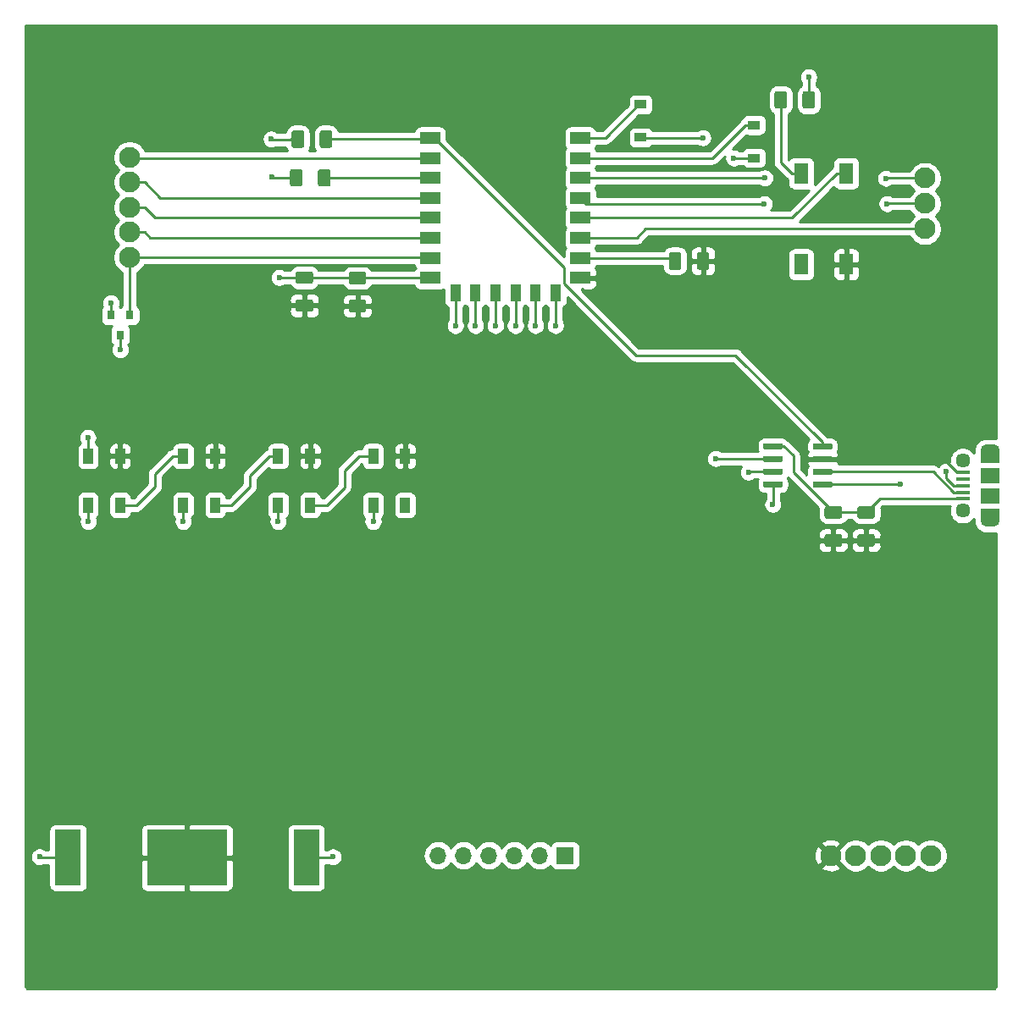
<source format=gbr>
G04 #@! TF.GenerationSoftware,KiCad,Pcbnew,(5.1.2)-1*
G04 #@! TF.CreationDate,2019-08-26T21:33:07-05:00*
G04 #@! TF.ProjectId,8266-dev,38323636-2d64-4657-962e-6b696361645f,rev?*
G04 #@! TF.SameCoordinates,Original*
G04 #@! TF.FileFunction,Copper,L1,Top*
G04 #@! TF.FilePolarity,Positive*
%FSLAX46Y46*%
G04 Gerber Fmt 4.6, Leading zero omitted, Abs format (unit mm)*
G04 Created by KiCad (PCBNEW (5.1.2)-1) date 2019-08-26 21:33:07*
%MOMM*%
%LPD*%
G04 APERTURE LIST*
%ADD10R,8.000000X5.560000*%
%ADD11R,2.600000X5.560000*%
%ADD12C,0.100000*%
%ADD13C,1.250000*%
%ADD14R,1.400000X2.100000*%
%ADD15R,1.100000X1.700000*%
%ADD16R,2.000000X1.200000*%
%ADD17C,2.100000*%
%ADD18R,1.700000X1.700000*%
%ADD19O,1.700000X1.700000*%
%ADD20R,1.000000X1.500000*%
%ADD21R,0.800000X0.900000*%
%ADD22R,1.900000X1.500000*%
%ADD23C,1.450000*%
%ADD24R,1.350000X0.400000*%
%ADD25O,1.900000X1.200000*%
%ADD26R,1.900000X1.200000*%
%ADD27C,0.600000*%
%ADD28R,1.200000X0.900000*%
%ADD29C,0.250000*%
%ADD30C,0.254000*%
G04 APERTURE END LIST*
D10*
X101168200Y-127170180D03*
D11*
X113073200Y-127170180D03*
X89263200Y-127170180D03*
D12*
G36*
X113539804Y-68509924D02*
G01*
X113564073Y-68513524D01*
X113587871Y-68519485D01*
X113610971Y-68527750D01*
X113633149Y-68538240D01*
X113654193Y-68550853D01*
X113673898Y-68565467D01*
X113692077Y-68581943D01*
X113708553Y-68600122D01*
X113723167Y-68619827D01*
X113735780Y-68640871D01*
X113746270Y-68663049D01*
X113754535Y-68686149D01*
X113760496Y-68709947D01*
X113764096Y-68734216D01*
X113765300Y-68758720D01*
X113765300Y-69508720D01*
X113764096Y-69533224D01*
X113760496Y-69557493D01*
X113754535Y-69581291D01*
X113746270Y-69604391D01*
X113735780Y-69626569D01*
X113723167Y-69647613D01*
X113708553Y-69667318D01*
X113692077Y-69685497D01*
X113673898Y-69701973D01*
X113654193Y-69716587D01*
X113633149Y-69729200D01*
X113610971Y-69739690D01*
X113587871Y-69747955D01*
X113564073Y-69753916D01*
X113539804Y-69757516D01*
X113515300Y-69758720D01*
X112265300Y-69758720D01*
X112240796Y-69757516D01*
X112216527Y-69753916D01*
X112192729Y-69747955D01*
X112169629Y-69739690D01*
X112147451Y-69729200D01*
X112126407Y-69716587D01*
X112106702Y-69701973D01*
X112088523Y-69685497D01*
X112072047Y-69667318D01*
X112057433Y-69647613D01*
X112044820Y-69626569D01*
X112034330Y-69604391D01*
X112026065Y-69581291D01*
X112020104Y-69557493D01*
X112016504Y-69533224D01*
X112015300Y-69508720D01*
X112015300Y-68758720D01*
X112016504Y-68734216D01*
X112020104Y-68709947D01*
X112026065Y-68686149D01*
X112034330Y-68663049D01*
X112044820Y-68640871D01*
X112057433Y-68619827D01*
X112072047Y-68600122D01*
X112088523Y-68581943D01*
X112106702Y-68565467D01*
X112126407Y-68550853D01*
X112147451Y-68538240D01*
X112169629Y-68527750D01*
X112192729Y-68519485D01*
X112216527Y-68513524D01*
X112240796Y-68509924D01*
X112265300Y-68508720D01*
X113515300Y-68508720D01*
X113539804Y-68509924D01*
X113539804Y-68509924D01*
G37*
D13*
X112890300Y-69133720D03*
D12*
G36*
X113539804Y-71309924D02*
G01*
X113564073Y-71313524D01*
X113587871Y-71319485D01*
X113610971Y-71327750D01*
X113633149Y-71338240D01*
X113654193Y-71350853D01*
X113673898Y-71365467D01*
X113692077Y-71381943D01*
X113708553Y-71400122D01*
X113723167Y-71419827D01*
X113735780Y-71440871D01*
X113746270Y-71463049D01*
X113754535Y-71486149D01*
X113760496Y-71509947D01*
X113764096Y-71534216D01*
X113765300Y-71558720D01*
X113765300Y-72308720D01*
X113764096Y-72333224D01*
X113760496Y-72357493D01*
X113754535Y-72381291D01*
X113746270Y-72404391D01*
X113735780Y-72426569D01*
X113723167Y-72447613D01*
X113708553Y-72467318D01*
X113692077Y-72485497D01*
X113673898Y-72501973D01*
X113654193Y-72516587D01*
X113633149Y-72529200D01*
X113610971Y-72539690D01*
X113587871Y-72547955D01*
X113564073Y-72553916D01*
X113539804Y-72557516D01*
X113515300Y-72558720D01*
X112265300Y-72558720D01*
X112240796Y-72557516D01*
X112216527Y-72553916D01*
X112192729Y-72547955D01*
X112169629Y-72539690D01*
X112147451Y-72529200D01*
X112126407Y-72516587D01*
X112106702Y-72501973D01*
X112088523Y-72485497D01*
X112072047Y-72467318D01*
X112057433Y-72447613D01*
X112044820Y-72426569D01*
X112034330Y-72404391D01*
X112026065Y-72381291D01*
X112020104Y-72357493D01*
X112016504Y-72333224D01*
X112015300Y-72308720D01*
X112015300Y-71558720D01*
X112016504Y-71534216D01*
X112020104Y-71509947D01*
X112026065Y-71486149D01*
X112034330Y-71463049D01*
X112044820Y-71440871D01*
X112057433Y-71419827D01*
X112072047Y-71400122D01*
X112088523Y-71381943D01*
X112106702Y-71365467D01*
X112126407Y-71350853D01*
X112147451Y-71338240D01*
X112169629Y-71327750D01*
X112192729Y-71319485D01*
X112216527Y-71313524D01*
X112240796Y-71309924D01*
X112265300Y-71308720D01*
X113515300Y-71308720D01*
X113539804Y-71309924D01*
X113539804Y-71309924D01*
G37*
D13*
X112890300Y-71933720D03*
D12*
G36*
X115446264Y-54414384D02*
G01*
X115470533Y-54417984D01*
X115494331Y-54423945D01*
X115517431Y-54432210D01*
X115539609Y-54442700D01*
X115560653Y-54455313D01*
X115580358Y-54469927D01*
X115598537Y-54486403D01*
X115615013Y-54504582D01*
X115629627Y-54524287D01*
X115642240Y-54545331D01*
X115652730Y-54567509D01*
X115660995Y-54590609D01*
X115666956Y-54614407D01*
X115670556Y-54638676D01*
X115671760Y-54663180D01*
X115671760Y-55913180D01*
X115670556Y-55937684D01*
X115666956Y-55961953D01*
X115660995Y-55985751D01*
X115652730Y-56008851D01*
X115642240Y-56031029D01*
X115629627Y-56052073D01*
X115615013Y-56071778D01*
X115598537Y-56089957D01*
X115580358Y-56106433D01*
X115560653Y-56121047D01*
X115539609Y-56133660D01*
X115517431Y-56144150D01*
X115494331Y-56152415D01*
X115470533Y-56158376D01*
X115446264Y-56161976D01*
X115421760Y-56163180D01*
X114671760Y-56163180D01*
X114647256Y-56161976D01*
X114622987Y-56158376D01*
X114599189Y-56152415D01*
X114576089Y-56144150D01*
X114553911Y-56133660D01*
X114532867Y-56121047D01*
X114513162Y-56106433D01*
X114494983Y-56089957D01*
X114478507Y-56071778D01*
X114463893Y-56052073D01*
X114451280Y-56031029D01*
X114440790Y-56008851D01*
X114432525Y-55985751D01*
X114426564Y-55961953D01*
X114422964Y-55937684D01*
X114421760Y-55913180D01*
X114421760Y-54663180D01*
X114422964Y-54638676D01*
X114426564Y-54614407D01*
X114432525Y-54590609D01*
X114440790Y-54567509D01*
X114451280Y-54545331D01*
X114463893Y-54524287D01*
X114478507Y-54504582D01*
X114494983Y-54486403D01*
X114513162Y-54469927D01*
X114532867Y-54455313D01*
X114553911Y-54442700D01*
X114576089Y-54432210D01*
X114599189Y-54423945D01*
X114622987Y-54417984D01*
X114647256Y-54414384D01*
X114671760Y-54413180D01*
X115421760Y-54413180D01*
X115446264Y-54414384D01*
X115446264Y-54414384D01*
G37*
D13*
X115046760Y-55288180D03*
D12*
G36*
X112646264Y-54414384D02*
G01*
X112670533Y-54417984D01*
X112694331Y-54423945D01*
X112717431Y-54432210D01*
X112739609Y-54442700D01*
X112760653Y-54455313D01*
X112780358Y-54469927D01*
X112798537Y-54486403D01*
X112815013Y-54504582D01*
X112829627Y-54524287D01*
X112842240Y-54545331D01*
X112852730Y-54567509D01*
X112860995Y-54590609D01*
X112866956Y-54614407D01*
X112870556Y-54638676D01*
X112871760Y-54663180D01*
X112871760Y-55913180D01*
X112870556Y-55937684D01*
X112866956Y-55961953D01*
X112860995Y-55985751D01*
X112852730Y-56008851D01*
X112842240Y-56031029D01*
X112829627Y-56052073D01*
X112815013Y-56071778D01*
X112798537Y-56089957D01*
X112780358Y-56106433D01*
X112760653Y-56121047D01*
X112739609Y-56133660D01*
X112717431Y-56144150D01*
X112694331Y-56152415D01*
X112670533Y-56158376D01*
X112646264Y-56161976D01*
X112621760Y-56163180D01*
X111871760Y-56163180D01*
X111847256Y-56161976D01*
X111822987Y-56158376D01*
X111799189Y-56152415D01*
X111776089Y-56144150D01*
X111753911Y-56133660D01*
X111732867Y-56121047D01*
X111713162Y-56106433D01*
X111694983Y-56089957D01*
X111678507Y-56071778D01*
X111663893Y-56052073D01*
X111651280Y-56031029D01*
X111640790Y-56008851D01*
X111632525Y-55985751D01*
X111626564Y-55961953D01*
X111622964Y-55937684D01*
X111621760Y-55913180D01*
X111621760Y-54663180D01*
X111622964Y-54638676D01*
X111626564Y-54614407D01*
X111632525Y-54590609D01*
X111640790Y-54567509D01*
X111651280Y-54545331D01*
X111663893Y-54524287D01*
X111678507Y-54504582D01*
X111694983Y-54486403D01*
X111713162Y-54469927D01*
X111732867Y-54455313D01*
X111753911Y-54442700D01*
X111776089Y-54432210D01*
X111799189Y-54423945D01*
X111822987Y-54417984D01*
X111847256Y-54414384D01*
X111871760Y-54413180D01*
X112621760Y-54413180D01*
X112646264Y-54414384D01*
X112646264Y-54414384D01*
G37*
D13*
X112246760Y-55288180D03*
D12*
G36*
X112478624Y-58287884D02*
G01*
X112502893Y-58291484D01*
X112526691Y-58297445D01*
X112549791Y-58305710D01*
X112571969Y-58316200D01*
X112593013Y-58328813D01*
X112612718Y-58343427D01*
X112630897Y-58359903D01*
X112647373Y-58378082D01*
X112661987Y-58397787D01*
X112674600Y-58418831D01*
X112685090Y-58441009D01*
X112693355Y-58464109D01*
X112699316Y-58487907D01*
X112702916Y-58512176D01*
X112704120Y-58536680D01*
X112704120Y-59786680D01*
X112702916Y-59811184D01*
X112699316Y-59835453D01*
X112693355Y-59859251D01*
X112685090Y-59882351D01*
X112674600Y-59904529D01*
X112661987Y-59925573D01*
X112647373Y-59945278D01*
X112630897Y-59963457D01*
X112612718Y-59979933D01*
X112593013Y-59994547D01*
X112571969Y-60007160D01*
X112549791Y-60017650D01*
X112526691Y-60025915D01*
X112502893Y-60031876D01*
X112478624Y-60035476D01*
X112454120Y-60036680D01*
X111704120Y-60036680D01*
X111679616Y-60035476D01*
X111655347Y-60031876D01*
X111631549Y-60025915D01*
X111608449Y-60017650D01*
X111586271Y-60007160D01*
X111565227Y-59994547D01*
X111545522Y-59979933D01*
X111527343Y-59963457D01*
X111510867Y-59945278D01*
X111496253Y-59925573D01*
X111483640Y-59904529D01*
X111473150Y-59882351D01*
X111464885Y-59859251D01*
X111458924Y-59835453D01*
X111455324Y-59811184D01*
X111454120Y-59786680D01*
X111454120Y-58536680D01*
X111455324Y-58512176D01*
X111458924Y-58487907D01*
X111464885Y-58464109D01*
X111473150Y-58441009D01*
X111483640Y-58418831D01*
X111496253Y-58397787D01*
X111510867Y-58378082D01*
X111527343Y-58359903D01*
X111545522Y-58343427D01*
X111565227Y-58328813D01*
X111586271Y-58316200D01*
X111608449Y-58305710D01*
X111631549Y-58297445D01*
X111655347Y-58291484D01*
X111679616Y-58287884D01*
X111704120Y-58286680D01*
X112454120Y-58286680D01*
X112478624Y-58287884D01*
X112478624Y-58287884D01*
G37*
D13*
X112079120Y-59161680D03*
D12*
G36*
X115278624Y-58287884D02*
G01*
X115302893Y-58291484D01*
X115326691Y-58297445D01*
X115349791Y-58305710D01*
X115371969Y-58316200D01*
X115393013Y-58328813D01*
X115412718Y-58343427D01*
X115430897Y-58359903D01*
X115447373Y-58378082D01*
X115461987Y-58397787D01*
X115474600Y-58418831D01*
X115485090Y-58441009D01*
X115493355Y-58464109D01*
X115499316Y-58487907D01*
X115502916Y-58512176D01*
X115504120Y-58536680D01*
X115504120Y-59786680D01*
X115502916Y-59811184D01*
X115499316Y-59835453D01*
X115493355Y-59859251D01*
X115485090Y-59882351D01*
X115474600Y-59904529D01*
X115461987Y-59925573D01*
X115447373Y-59945278D01*
X115430897Y-59963457D01*
X115412718Y-59979933D01*
X115393013Y-59994547D01*
X115371969Y-60007160D01*
X115349791Y-60017650D01*
X115326691Y-60025915D01*
X115302893Y-60031876D01*
X115278624Y-60035476D01*
X115254120Y-60036680D01*
X114504120Y-60036680D01*
X114479616Y-60035476D01*
X114455347Y-60031876D01*
X114431549Y-60025915D01*
X114408449Y-60017650D01*
X114386271Y-60007160D01*
X114365227Y-59994547D01*
X114345522Y-59979933D01*
X114327343Y-59963457D01*
X114310867Y-59945278D01*
X114296253Y-59925573D01*
X114283640Y-59904529D01*
X114273150Y-59882351D01*
X114264885Y-59859251D01*
X114258924Y-59835453D01*
X114255324Y-59811184D01*
X114254120Y-59786680D01*
X114254120Y-58536680D01*
X114255324Y-58512176D01*
X114258924Y-58487907D01*
X114264885Y-58464109D01*
X114273150Y-58441009D01*
X114283640Y-58418831D01*
X114296253Y-58397787D01*
X114310867Y-58378082D01*
X114327343Y-58359903D01*
X114345522Y-58343427D01*
X114365227Y-58328813D01*
X114386271Y-58316200D01*
X114408449Y-58305710D01*
X114431549Y-58297445D01*
X114455347Y-58291484D01*
X114479616Y-58287884D01*
X114504120Y-58286680D01*
X115254120Y-58286680D01*
X115278624Y-58287884D01*
X115278624Y-58287884D01*
G37*
D13*
X114879120Y-59161680D03*
D12*
G36*
X163708804Y-50485004D02*
G01*
X163733073Y-50488604D01*
X163756871Y-50494565D01*
X163779971Y-50502830D01*
X163802149Y-50513320D01*
X163823193Y-50525933D01*
X163842898Y-50540547D01*
X163861077Y-50557023D01*
X163877553Y-50575202D01*
X163892167Y-50594907D01*
X163904780Y-50615951D01*
X163915270Y-50638129D01*
X163923535Y-50661229D01*
X163929496Y-50685027D01*
X163933096Y-50709296D01*
X163934300Y-50733800D01*
X163934300Y-51983800D01*
X163933096Y-52008304D01*
X163929496Y-52032573D01*
X163923535Y-52056371D01*
X163915270Y-52079471D01*
X163904780Y-52101649D01*
X163892167Y-52122693D01*
X163877553Y-52142398D01*
X163861077Y-52160577D01*
X163842898Y-52177053D01*
X163823193Y-52191667D01*
X163802149Y-52204280D01*
X163779971Y-52214770D01*
X163756871Y-52223035D01*
X163733073Y-52228996D01*
X163708804Y-52232596D01*
X163684300Y-52233800D01*
X162934300Y-52233800D01*
X162909796Y-52232596D01*
X162885527Y-52228996D01*
X162861729Y-52223035D01*
X162838629Y-52214770D01*
X162816451Y-52204280D01*
X162795407Y-52191667D01*
X162775702Y-52177053D01*
X162757523Y-52160577D01*
X162741047Y-52142398D01*
X162726433Y-52122693D01*
X162713820Y-52101649D01*
X162703330Y-52079471D01*
X162695065Y-52056371D01*
X162689104Y-52032573D01*
X162685504Y-52008304D01*
X162684300Y-51983800D01*
X162684300Y-50733800D01*
X162685504Y-50709296D01*
X162689104Y-50685027D01*
X162695065Y-50661229D01*
X162703330Y-50638129D01*
X162713820Y-50615951D01*
X162726433Y-50594907D01*
X162741047Y-50575202D01*
X162757523Y-50557023D01*
X162775702Y-50540547D01*
X162795407Y-50525933D01*
X162816451Y-50513320D01*
X162838629Y-50502830D01*
X162861729Y-50494565D01*
X162885527Y-50488604D01*
X162909796Y-50485004D01*
X162934300Y-50483800D01*
X163684300Y-50483800D01*
X163708804Y-50485004D01*
X163708804Y-50485004D01*
G37*
D13*
X163309300Y-51358800D03*
D12*
G36*
X160908804Y-50485004D02*
G01*
X160933073Y-50488604D01*
X160956871Y-50494565D01*
X160979971Y-50502830D01*
X161002149Y-50513320D01*
X161023193Y-50525933D01*
X161042898Y-50540547D01*
X161061077Y-50557023D01*
X161077553Y-50575202D01*
X161092167Y-50594907D01*
X161104780Y-50615951D01*
X161115270Y-50638129D01*
X161123535Y-50661229D01*
X161129496Y-50685027D01*
X161133096Y-50709296D01*
X161134300Y-50733800D01*
X161134300Y-51983800D01*
X161133096Y-52008304D01*
X161129496Y-52032573D01*
X161123535Y-52056371D01*
X161115270Y-52079471D01*
X161104780Y-52101649D01*
X161092167Y-52122693D01*
X161077553Y-52142398D01*
X161061077Y-52160577D01*
X161042898Y-52177053D01*
X161023193Y-52191667D01*
X161002149Y-52204280D01*
X160979971Y-52214770D01*
X160956871Y-52223035D01*
X160933073Y-52228996D01*
X160908804Y-52232596D01*
X160884300Y-52233800D01*
X160134300Y-52233800D01*
X160109796Y-52232596D01*
X160085527Y-52228996D01*
X160061729Y-52223035D01*
X160038629Y-52214770D01*
X160016451Y-52204280D01*
X159995407Y-52191667D01*
X159975702Y-52177053D01*
X159957523Y-52160577D01*
X159941047Y-52142398D01*
X159926433Y-52122693D01*
X159913820Y-52101649D01*
X159903330Y-52079471D01*
X159895065Y-52056371D01*
X159889104Y-52032573D01*
X159885504Y-52008304D01*
X159884300Y-51983800D01*
X159884300Y-50733800D01*
X159885504Y-50709296D01*
X159889104Y-50685027D01*
X159895065Y-50661229D01*
X159903330Y-50638129D01*
X159913820Y-50615951D01*
X159926433Y-50594907D01*
X159941047Y-50575202D01*
X159957523Y-50557023D01*
X159975702Y-50540547D01*
X159995407Y-50525933D01*
X160016451Y-50513320D01*
X160038629Y-50502830D01*
X160061729Y-50494565D01*
X160085527Y-50488604D01*
X160109796Y-50485004D01*
X160134300Y-50483800D01*
X160884300Y-50483800D01*
X160908804Y-50485004D01*
X160908804Y-50485004D01*
G37*
D13*
X160509300Y-51358800D03*
D12*
G36*
X153142864Y-66601304D02*
G01*
X153167133Y-66604904D01*
X153190931Y-66610865D01*
X153214031Y-66619130D01*
X153236209Y-66629620D01*
X153257253Y-66642233D01*
X153276958Y-66656847D01*
X153295137Y-66673323D01*
X153311613Y-66691502D01*
X153326227Y-66711207D01*
X153338840Y-66732251D01*
X153349330Y-66754429D01*
X153357595Y-66777529D01*
X153363556Y-66801327D01*
X153367156Y-66825596D01*
X153368360Y-66850100D01*
X153368360Y-68100100D01*
X153367156Y-68124604D01*
X153363556Y-68148873D01*
X153357595Y-68172671D01*
X153349330Y-68195771D01*
X153338840Y-68217949D01*
X153326227Y-68238993D01*
X153311613Y-68258698D01*
X153295137Y-68276877D01*
X153276958Y-68293353D01*
X153257253Y-68307967D01*
X153236209Y-68320580D01*
X153214031Y-68331070D01*
X153190931Y-68339335D01*
X153167133Y-68345296D01*
X153142864Y-68348896D01*
X153118360Y-68350100D01*
X152368360Y-68350100D01*
X152343856Y-68348896D01*
X152319587Y-68345296D01*
X152295789Y-68339335D01*
X152272689Y-68331070D01*
X152250511Y-68320580D01*
X152229467Y-68307967D01*
X152209762Y-68293353D01*
X152191583Y-68276877D01*
X152175107Y-68258698D01*
X152160493Y-68238993D01*
X152147880Y-68217949D01*
X152137390Y-68195771D01*
X152129125Y-68172671D01*
X152123164Y-68148873D01*
X152119564Y-68124604D01*
X152118360Y-68100100D01*
X152118360Y-66850100D01*
X152119564Y-66825596D01*
X152123164Y-66801327D01*
X152129125Y-66777529D01*
X152137390Y-66754429D01*
X152147880Y-66732251D01*
X152160493Y-66711207D01*
X152175107Y-66691502D01*
X152191583Y-66673323D01*
X152209762Y-66656847D01*
X152229467Y-66642233D01*
X152250511Y-66629620D01*
X152272689Y-66619130D01*
X152295789Y-66610865D01*
X152319587Y-66604904D01*
X152343856Y-66601304D01*
X152368360Y-66600100D01*
X153118360Y-66600100D01*
X153142864Y-66601304D01*
X153142864Y-66601304D01*
G37*
D13*
X152743360Y-67475100D03*
D12*
G36*
X150342864Y-66601304D02*
G01*
X150367133Y-66604904D01*
X150390931Y-66610865D01*
X150414031Y-66619130D01*
X150436209Y-66629620D01*
X150457253Y-66642233D01*
X150476958Y-66656847D01*
X150495137Y-66673323D01*
X150511613Y-66691502D01*
X150526227Y-66711207D01*
X150538840Y-66732251D01*
X150549330Y-66754429D01*
X150557595Y-66777529D01*
X150563556Y-66801327D01*
X150567156Y-66825596D01*
X150568360Y-66850100D01*
X150568360Y-68100100D01*
X150567156Y-68124604D01*
X150563556Y-68148873D01*
X150557595Y-68172671D01*
X150549330Y-68195771D01*
X150538840Y-68217949D01*
X150526227Y-68238993D01*
X150511613Y-68258698D01*
X150495137Y-68276877D01*
X150476958Y-68293353D01*
X150457253Y-68307967D01*
X150436209Y-68320580D01*
X150414031Y-68331070D01*
X150390931Y-68339335D01*
X150367133Y-68345296D01*
X150342864Y-68348896D01*
X150318360Y-68350100D01*
X149568360Y-68350100D01*
X149543856Y-68348896D01*
X149519587Y-68345296D01*
X149495789Y-68339335D01*
X149472689Y-68331070D01*
X149450511Y-68320580D01*
X149429467Y-68307967D01*
X149409762Y-68293353D01*
X149391583Y-68276877D01*
X149375107Y-68258698D01*
X149360493Y-68238993D01*
X149347880Y-68217949D01*
X149337390Y-68195771D01*
X149329125Y-68172671D01*
X149323164Y-68148873D01*
X149319564Y-68124604D01*
X149318360Y-68100100D01*
X149318360Y-66850100D01*
X149319564Y-66825596D01*
X149323164Y-66801327D01*
X149329125Y-66777529D01*
X149337390Y-66754429D01*
X149347880Y-66732251D01*
X149360493Y-66711207D01*
X149375107Y-66691502D01*
X149391583Y-66673323D01*
X149409762Y-66656847D01*
X149429467Y-66642233D01*
X149450511Y-66629620D01*
X149472689Y-66619130D01*
X149495789Y-66610865D01*
X149519587Y-66604904D01*
X149543856Y-66601304D01*
X149568360Y-66600100D01*
X150318360Y-66600100D01*
X150342864Y-66601304D01*
X150342864Y-66601304D01*
G37*
D13*
X149943360Y-67475100D03*
D14*
X167055360Y-67813780D03*
X162555360Y-67813780D03*
X162555360Y-58713780D03*
X167055360Y-58713780D03*
D15*
X137986780Y-70671580D03*
X135986780Y-70671580D03*
X133986780Y-70671580D03*
X131986780Y-70671580D03*
X129986780Y-70671580D03*
X127986780Y-70671580D03*
D16*
X140486780Y-55171580D03*
X140486780Y-57171580D03*
X140486780Y-59171580D03*
X140486780Y-61171580D03*
X140486780Y-63171580D03*
X140486780Y-65171580D03*
X140486780Y-67171580D03*
X140486780Y-69171580D03*
X125486780Y-69171580D03*
X125486780Y-67171580D03*
X125486780Y-65171580D03*
X125486780Y-63171580D03*
X125486780Y-61171580D03*
X125486780Y-59171580D03*
X125486780Y-57171580D03*
X125486780Y-55171580D03*
D17*
X165511480Y-126949200D03*
X168011480Y-126949200D03*
X170511480Y-126949200D03*
X173011480Y-126949200D03*
X175511480Y-126949200D03*
X95417640Y-57104280D03*
X95417640Y-59604280D03*
X95417640Y-62104280D03*
X95417640Y-64604280D03*
X95417640Y-67104280D03*
D18*
X138942530Y-126944200D03*
D19*
X136402530Y-126944200D03*
X133862530Y-126944200D03*
X131322530Y-126944200D03*
X128782530Y-126944200D03*
X126242530Y-126944200D03*
D17*
X174919640Y-59194700D03*
X174919640Y-61734700D03*
X174919640Y-64274700D03*
D12*
G36*
X118856024Y-68555184D02*
G01*
X118880293Y-68558784D01*
X118904091Y-68564745D01*
X118927191Y-68573010D01*
X118949369Y-68583500D01*
X118970413Y-68596113D01*
X118990118Y-68610727D01*
X119008297Y-68627203D01*
X119024773Y-68645382D01*
X119039387Y-68665087D01*
X119052000Y-68686131D01*
X119062490Y-68708309D01*
X119070755Y-68731409D01*
X119076716Y-68755207D01*
X119080316Y-68779476D01*
X119081520Y-68803980D01*
X119081520Y-69553980D01*
X119080316Y-69578484D01*
X119076716Y-69602753D01*
X119070755Y-69626551D01*
X119062490Y-69649651D01*
X119052000Y-69671829D01*
X119039387Y-69692873D01*
X119024773Y-69712578D01*
X119008297Y-69730757D01*
X118990118Y-69747233D01*
X118970413Y-69761847D01*
X118949369Y-69774460D01*
X118927191Y-69784950D01*
X118904091Y-69793215D01*
X118880293Y-69799176D01*
X118856024Y-69802776D01*
X118831520Y-69803980D01*
X117581520Y-69803980D01*
X117557016Y-69802776D01*
X117532747Y-69799176D01*
X117508949Y-69793215D01*
X117485849Y-69784950D01*
X117463671Y-69774460D01*
X117442627Y-69761847D01*
X117422922Y-69747233D01*
X117404743Y-69730757D01*
X117388267Y-69712578D01*
X117373653Y-69692873D01*
X117361040Y-69671829D01*
X117350550Y-69649651D01*
X117342285Y-69626551D01*
X117336324Y-69602753D01*
X117332724Y-69578484D01*
X117331520Y-69553980D01*
X117331520Y-68803980D01*
X117332724Y-68779476D01*
X117336324Y-68755207D01*
X117342285Y-68731409D01*
X117350550Y-68708309D01*
X117361040Y-68686131D01*
X117373653Y-68665087D01*
X117388267Y-68645382D01*
X117404743Y-68627203D01*
X117422922Y-68610727D01*
X117442627Y-68596113D01*
X117463671Y-68583500D01*
X117485849Y-68573010D01*
X117508949Y-68564745D01*
X117532747Y-68558784D01*
X117557016Y-68555184D01*
X117581520Y-68553980D01*
X118831520Y-68553980D01*
X118856024Y-68555184D01*
X118856024Y-68555184D01*
G37*
D13*
X118206520Y-69178980D03*
D12*
G36*
X118856024Y-71355184D02*
G01*
X118880293Y-71358784D01*
X118904091Y-71364745D01*
X118927191Y-71373010D01*
X118949369Y-71383500D01*
X118970413Y-71396113D01*
X118990118Y-71410727D01*
X119008297Y-71427203D01*
X119024773Y-71445382D01*
X119039387Y-71465087D01*
X119052000Y-71486131D01*
X119062490Y-71508309D01*
X119070755Y-71531409D01*
X119076716Y-71555207D01*
X119080316Y-71579476D01*
X119081520Y-71603980D01*
X119081520Y-72353980D01*
X119080316Y-72378484D01*
X119076716Y-72402753D01*
X119070755Y-72426551D01*
X119062490Y-72449651D01*
X119052000Y-72471829D01*
X119039387Y-72492873D01*
X119024773Y-72512578D01*
X119008297Y-72530757D01*
X118990118Y-72547233D01*
X118970413Y-72561847D01*
X118949369Y-72574460D01*
X118927191Y-72584950D01*
X118904091Y-72593215D01*
X118880293Y-72599176D01*
X118856024Y-72602776D01*
X118831520Y-72603980D01*
X117581520Y-72603980D01*
X117557016Y-72602776D01*
X117532747Y-72599176D01*
X117508949Y-72593215D01*
X117485849Y-72584950D01*
X117463671Y-72574460D01*
X117442627Y-72561847D01*
X117422922Y-72547233D01*
X117404743Y-72530757D01*
X117388267Y-72512578D01*
X117373653Y-72492873D01*
X117361040Y-72471829D01*
X117350550Y-72449651D01*
X117342285Y-72426551D01*
X117336324Y-72402753D01*
X117332724Y-72378484D01*
X117331520Y-72353980D01*
X117331520Y-71603980D01*
X117332724Y-71579476D01*
X117336324Y-71555207D01*
X117342285Y-71531409D01*
X117350550Y-71508309D01*
X117361040Y-71486131D01*
X117373653Y-71465087D01*
X117388267Y-71445382D01*
X117404743Y-71427203D01*
X117422922Y-71410727D01*
X117442627Y-71396113D01*
X117463671Y-71383500D01*
X117485849Y-71373010D01*
X117508949Y-71364745D01*
X117532747Y-71358784D01*
X117557016Y-71355184D01*
X117581520Y-71353980D01*
X118831520Y-71353980D01*
X118856024Y-71355184D01*
X118856024Y-71355184D01*
G37*
D13*
X118206520Y-71978980D03*
D20*
X91274000Y-91895000D03*
X94474000Y-91895000D03*
X91274000Y-86995000D03*
X94474000Y-86995000D03*
X103969666Y-86995000D03*
X100769666Y-86995000D03*
X103969666Y-91895000D03*
X100769666Y-91895000D03*
X110265332Y-91895000D03*
X113465332Y-91895000D03*
X110265332Y-86995000D03*
X113465332Y-86995000D03*
X122961000Y-86995000D03*
X119761000Y-86995000D03*
X122961000Y-91895000D03*
X119761000Y-91895000D03*
D21*
X95440500Y-72898000D03*
X93540500Y-72898000D03*
X94490500Y-74898000D03*
D22*
X181419500Y-88957400D03*
D23*
X178719500Y-92457400D03*
D24*
X178719500Y-90607400D03*
X178719500Y-91257400D03*
X178719500Y-88657400D03*
X178719500Y-89307400D03*
X178719500Y-89957400D03*
D23*
X178719500Y-87457400D03*
D22*
X181419500Y-90957400D03*
D25*
X181419500Y-93457400D03*
X181419500Y-86457400D03*
D26*
X181419500Y-87057400D03*
X181419500Y-92857400D03*
D12*
G36*
X165520603Y-89515122D02*
G01*
X165535164Y-89517282D01*
X165549443Y-89520859D01*
X165563303Y-89525818D01*
X165576610Y-89532112D01*
X165589236Y-89539680D01*
X165601059Y-89548448D01*
X165611966Y-89558334D01*
X165621852Y-89569241D01*
X165630620Y-89581064D01*
X165638188Y-89593690D01*
X165644482Y-89606997D01*
X165649441Y-89620857D01*
X165653018Y-89635136D01*
X165655178Y-89649697D01*
X165655900Y-89664400D01*
X165655900Y-89964400D01*
X165655178Y-89979103D01*
X165653018Y-89993664D01*
X165649441Y-90007943D01*
X165644482Y-90021803D01*
X165638188Y-90035110D01*
X165630620Y-90047736D01*
X165621852Y-90059559D01*
X165611966Y-90070466D01*
X165601059Y-90080352D01*
X165589236Y-90089120D01*
X165576610Y-90096688D01*
X165563303Y-90102982D01*
X165549443Y-90107941D01*
X165535164Y-90111518D01*
X165520603Y-90113678D01*
X165505900Y-90114400D01*
X163855900Y-90114400D01*
X163841197Y-90113678D01*
X163826636Y-90111518D01*
X163812357Y-90107941D01*
X163798497Y-90102982D01*
X163785190Y-90096688D01*
X163772564Y-90089120D01*
X163760741Y-90080352D01*
X163749834Y-90070466D01*
X163739948Y-90059559D01*
X163731180Y-90047736D01*
X163723612Y-90035110D01*
X163717318Y-90021803D01*
X163712359Y-90007943D01*
X163708782Y-89993664D01*
X163706622Y-89979103D01*
X163705900Y-89964400D01*
X163705900Y-89664400D01*
X163706622Y-89649697D01*
X163708782Y-89635136D01*
X163712359Y-89620857D01*
X163717318Y-89606997D01*
X163723612Y-89593690D01*
X163731180Y-89581064D01*
X163739948Y-89569241D01*
X163749834Y-89558334D01*
X163760741Y-89548448D01*
X163772564Y-89539680D01*
X163785190Y-89532112D01*
X163798497Y-89525818D01*
X163812357Y-89520859D01*
X163826636Y-89517282D01*
X163841197Y-89515122D01*
X163855900Y-89514400D01*
X165505900Y-89514400D01*
X165520603Y-89515122D01*
X165520603Y-89515122D01*
G37*
D27*
X164680900Y-89814400D03*
D12*
G36*
X165520603Y-88245122D02*
G01*
X165535164Y-88247282D01*
X165549443Y-88250859D01*
X165563303Y-88255818D01*
X165576610Y-88262112D01*
X165589236Y-88269680D01*
X165601059Y-88278448D01*
X165611966Y-88288334D01*
X165621852Y-88299241D01*
X165630620Y-88311064D01*
X165638188Y-88323690D01*
X165644482Y-88336997D01*
X165649441Y-88350857D01*
X165653018Y-88365136D01*
X165655178Y-88379697D01*
X165655900Y-88394400D01*
X165655900Y-88694400D01*
X165655178Y-88709103D01*
X165653018Y-88723664D01*
X165649441Y-88737943D01*
X165644482Y-88751803D01*
X165638188Y-88765110D01*
X165630620Y-88777736D01*
X165621852Y-88789559D01*
X165611966Y-88800466D01*
X165601059Y-88810352D01*
X165589236Y-88819120D01*
X165576610Y-88826688D01*
X165563303Y-88832982D01*
X165549443Y-88837941D01*
X165535164Y-88841518D01*
X165520603Y-88843678D01*
X165505900Y-88844400D01*
X163855900Y-88844400D01*
X163841197Y-88843678D01*
X163826636Y-88841518D01*
X163812357Y-88837941D01*
X163798497Y-88832982D01*
X163785190Y-88826688D01*
X163772564Y-88819120D01*
X163760741Y-88810352D01*
X163749834Y-88800466D01*
X163739948Y-88789559D01*
X163731180Y-88777736D01*
X163723612Y-88765110D01*
X163717318Y-88751803D01*
X163712359Y-88737943D01*
X163708782Y-88723664D01*
X163706622Y-88709103D01*
X163705900Y-88694400D01*
X163705900Y-88394400D01*
X163706622Y-88379697D01*
X163708782Y-88365136D01*
X163712359Y-88350857D01*
X163717318Y-88336997D01*
X163723612Y-88323690D01*
X163731180Y-88311064D01*
X163739948Y-88299241D01*
X163749834Y-88288334D01*
X163760741Y-88278448D01*
X163772564Y-88269680D01*
X163785190Y-88262112D01*
X163798497Y-88255818D01*
X163812357Y-88250859D01*
X163826636Y-88247282D01*
X163841197Y-88245122D01*
X163855900Y-88244400D01*
X165505900Y-88244400D01*
X165520603Y-88245122D01*
X165520603Y-88245122D01*
G37*
D27*
X164680900Y-88544400D03*
D12*
G36*
X165520603Y-86975122D02*
G01*
X165535164Y-86977282D01*
X165549443Y-86980859D01*
X165563303Y-86985818D01*
X165576610Y-86992112D01*
X165589236Y-86999680D01*
X165601059Y-87008448D01*
X165611966Y-87018334D01*
X165621852Y-87029241D01*
X165630620Y-87041064D01*
X165638188Y-87053690D01*
X165644482Y-87066997D01*
X165649441Y-87080857D01*
X165653018Y-87095136D01*
X165655178Y-87109697D01*
X165655900Y-87124400D01*
X165655900Y-87424400D01*
X165655178Y-87439103D01*
X165653018Y-87453664D01*
X165649441Y-87467943D01*
X165644482Y-87481803D01*
X165638188Y-87495110D01*
X165630620Y-87507736D01*
X165621852Y-87519559D01*
X165611966Y-87530466D01*
X165601059Y-87540352D01*
X165589236Y-87549120D01*
X165576610Y-87556688D01*
X165563303Y-87562982D01*
X165549443Y-87567941D01*
X165535164Y-87571518D01*
X165520603Y-87573678D01*
X165505900Y-87574400D01*
X163855900Y-87574400D01*
X163841197Y-87573678D01*
X163826636Y-87571518D01*
X163812357Y-87567941D01*
X163798497Y-87562982D01*
X163785190Y-87556688D01*
X163772564Y-87549120D01*
X163760741Y-87540352D01*
X163749834Y-87530466D01*
X163739948Y-87519559D01*
X163731180Y-87507736D01*
X163723612Y-87495110D01*
X163717318Y-87481803D01*
X163712359Y-87467943D01*
X163708782Y-87453664D01*
X163706622Y-87439103D01*
X163705900Y-87424400D01*
X163705900Y-87124400D01*
X163706622Y-87109697D01*
X163708782Y-87095136D01*
X163712359Y-87080857D01*
X163717318Y-87066997D01*
X163723612Y-87053690D01*
X163731180Y-87041064D01*
X163739948Y-87029241D01*
X163749834Y-87018334D01*
X163760741Y-87008448D01*
X163772564Y-86999680D01*
X163785190Y-86992112D01*
X163798497Y-86985818D01*
X163812357Y-86980859D01*
X163826636Y-86977282D01*
X163841197Y-86975122D01*
X163855900Y-86974400D01*
X165505900Y-86974400D01*
X165520603Y-86975122D01*
X165520603Y-86975122D01*
G37*
D27*
X164680900Y-87274400D03*
D12*
G36*
X165520603Y-85705122D02*
G01*
X165535164Y-85707282D01*
X165549443Y-85710859D01*
X165563303Y-85715818D01*
X165576610Y-85722112D01*
X165589236Y-85729680D01*
X165601059Y-85738448D01*
X165611966Y-85748334D01*
X165621852Y-85759241D01*
X165630620Y-85771064D01*
X165638188Y-85783690D01*
X165644482Y-85796997D01*
X165649441Y-85810857D01*
X165653018Y-85825136D01*
X165655178Y-85839697D01*
X165655900Y-85854400D01*
X165655900Y-86154400D01*
X165655178Y-86169103D01*
X165653018Y-86183664D01*
X165649441Y-86197943D01*
X165644482Y-86211803D01*
X165638188Y-86225110D01*
X165630620Y-86237736D01*
X165621852Y-86249559D01*
X165611966Y-86260466D01*
X165601059Y-86270352D01*
X165589236Y-86279120D01*
X165576610Y-86286688D01*
X165563303Y-86292982D01*
X165549443Y-86297941D01*
X165535164Y-86301518D01*
X165520603Y-86303678D01*
X165505900Y-86304400D01*
X163855900Y-86304400D01*
X163841197Y-86303678D01*
X163826636Y-86301518D01*
X163812357Y-86297941D01*
X163798497Y-86292982D01*
X163785190Y-86286688D01*
X163772564Y-86279120D01*
X163760741Y-86270352D01*
X163749834Y-86260466D01*
X163739948Y-86249559D01*
X163731180Y-86237736D01*
X163723612Y-86225110D01*
X163717318Y-86211803D01*
X163712359Y-86197943D01*
X163708782Y-86183664D01*
X163706622Y-86169103D01*
X163705900Y-86154400D01*
X163705900Y-85854400D01*
X163706622Y-85839697D01*
X163708782Y-85825136D01*
X163712359Y-85810857D01*
X163717318Y-85796997D01*
X163723612Y-85783690D01*
X163731180Y-85771064D01*
X163739948Y-85759241D01*
X163749834Y-85748334D01*
X163760741Y-85738448D01*
X163772564Y-85729680D01*
X163785190Y-85722112D01*
X163798497Y-85715818D01*
X163812357Y-85710859D01*
X163826636Y-85707282D01*
X163841197Y-85705122D01*
X163855900Y-85704400D01*
X165505900Y-85704400D01*
X165520603Y-85705122D01*
X165520603Y-85705122D01*
G37*
D27*
X164680900Y-86004400D03*
D12*
G36*
X160570603Y-85705122D02*
G01*
X160585164Y-85707282D01*
X160599443Y-85710859D01*
X160613303Y-85715818D01*
X160626610Y-85722112D01*
X160639236Y-85729680D01*
X160651059Y-85738448D01*
X160661966Y-85748334D01*
X160671852Y-85759241D01*
X160680620Y-85771064D01*
X160688188Y-85783690D01*
X160694482Y-85796997D01*
X160699441Y-85810857D01*
X160703018Y-85825136D01*
X160705178Y-85839697D01*
X160705900Y-85854400D01*
X160705900Y-86154400D01*
X160705178Y-86169103D01*
X160703018Y-86183664D01*
X160699441Y-86197943D01*
X160694482Y-86211803D01*
X160688188Y-86225110D01*
X160680620Y-86237736D01*
X160671852Y-86249559D01*
X160661966Y-86260466D01*
X160651059Y-86270352D01*
X160639236Y-86279120D01*
X160626610Y-86286688D01*
X160613303Y-86292982D01*
X160599443Y-86297941D01*
X160585164Y-86301518D01*
X160570603Y-86303678D01*
X160555900Y-86304400D01*
X158905900Y-86304400D01*
X158891197Y-86303678D01*
X158876636Y-86301518D01*
X158862357Y-86297941D01*
X158848497Y-86292982D01*
X158835190Y-86286688D01*
X158822564Y-86279120D01*
X158810741Y-86270352D01*
X158799834Y-86260466D01*
X158789948Y-86249559D01*
X158781180Y-86237736D01*
X158773612Y-86225110D01*
X158767318Y-86211803D01*
X158762359Y-86197943D01*
X158758782Y-86183664D01*
X158756622Y-86169103D01*
X158755900Y-86154400D01*
X158755900Y-85854400D01*
X158756622Y-85839697D01*
X158758782Y-85825136D01*
X158762359Y-85810857D01*
X158767318Y-85796997D01*
X158773612Y-85783690D01*
X158781180Y-85771064D01*
X158789948Y-85759241D01*
X158799834Y-85748334D01*
X158810741Y-85738448D01*
X158822564Y-85729680D01*
X158835190Y-85722112D01*
X158848497Y-85715818D01*
X158862357Y-85710859D01*
X158876636Y-85707282D01*
X158891197Y-85705122D01*
X158905900Y-85704400D01*
X160555900Y-85704400D01*
X160570603Y-85705122D01*
X160570603Y-85705122D01*
G37*
D27*
X159730900Y-86004400D03*
D12*
G36*
X160570603Y-86975122D02*
G01*
X160585164Y-86977282D01*
X160599443Y-86980859D01*
X160613303Y-86985818D01*
X160626610Y-86992112D01*
X160639236Y-86999680D01*
X160651059Y-87008448D01*
X160661966Y-87018334D01*
X160671852Y-87029241D01*
X160680620Y-87041064D01*
X160688188Y-87053690D01*
X160694482Y-87066997D01*
X160699441Y-87080857D01*
X160703018Y-87095136D01*
X160705178Y-87109697D01*
X160705900Y-87124400D01*
X160705900Y-87424400D01*
X160705178Y-87439103D01*
X160703018Y-87453664D01*
X160699441Y-87467943D01*
X160694482Y-87481803D01*
X160688188Y-87495110D01*
X160680620Y-87507736D01*
X160671852Y-87519559D01*
X160661966Y-87530466D01*
X160651059Y-87540352D01*
X160639236Y-87549120D01*
X160626610Y-87556688D01*
X160613303Y-87562982D01*
X160599443Y-87567941D01*
X160585164Y-87571518D01*
X160570603Y-87573678D01*
X160555900Y-87574400D01*
X158905900Y-87574400D01*
X158891197Y-87573678D01*
X158876636Y-87571518D01*
X158862357Y-87567941D01*
X158848497Y-87562982D01*
X158835190Y-87556688D01*
X158822564Y-87549120D01*
X158810741Y-87540352D01*
X158799834Y-87530466D01*
X158789948Y-87519559D01*
X158781180Y-87507736D01*
X158773612Y-87495110D01*
X158767318Y-87481803D01*
X158762359Y-87467943D01*
X158758782Y-87453664D01*
X158756622Y-87439103D01*
X158755900Y-87424400D01*
X158755900Y-87124400D01*
X158756622Y-87109697D01*
X158758782Y-87095136D01*
X158762359Y-87080857D01*
X158767318Y-87066997D01*
X158773612Y-87053690D01*
X158781180Y-87041064D01*
X158789948Y-87029241D01*
X158799834Y-87018334D01*
X158810741Y-87008448D01*
X158822564Y-86999680D01*
X158835190Y-86992112D01*
X158848497Y-86985818D01*
X158862357Y-86980859D01*
X158876636Y-86977282D01*
X158891197Y-86975122D01*
X158905900Y-86974400D01*
X160555900Y-86974400D01*
X160570603Y-86975122D01*
X160570603Y-86975122D01*
G37*
D27*
X159730900Y-87274400D03*
D12*
G36*
X160570603Y-88245122D02*
G01*
X160585164Y-88247282D01*
X160599443Y-88250859D01*
X160613303Y-88255818D01*
X160626610Y-88262112D01*
X160639236Y-88269680D01*
X160651059Y-88278448D01*
X160661966Y-88288334D01*
X160671852Y-88299241D01*
X160680620Y-88311064D01*
X160688188Y-88323690D01*
X160694482Y-88336997D01*
X160699441Y-88350857D01*
X160703018Y-88365136D01*
X160705178Y-88379697D01*
X160705900Y-88394400D01*
X160705900Y-88694400D01*
X160705178Y-88709103D01*
X160703018Y-88723664D01*
X160699441Y-88737943D01*
X160694482Y-88751803D01*
X160688188Y-88765110D01*
X160680620Y-88777736D01*
X160671852Y-88789559D01*
X160661966Y-88800466D01*
X160651059Y-88810352D01*
X160639236Y-88819120D01*
X160626610Y-88826688D01*
X160613303Y-88832982D01*
X160599443Y-88837941D01*
X160585164Y-88841518D01*
X160570603Y-88843678D01*
X160555900Y-88844400D01*
X158905900Y-88844400D01*
X158891197Y-88843678D01*
X158876636Y-88841518D01*
X158862357Y-88837941D01*
X158848497Y-88832982D01*
X158835190Y-88826688D01*
X158822564Y-88819120D01*
X158810741Y-88810352D01*
X158799834Y-88800466D01*
X158789948Y-88789559D01*
X158781180Y-88777736D01*
X158773612Y-88765110D01*
X158767318Y-88751803D01*
X158762359Y-88737943D01*
X158758782Y-88723664D01*
X158756622Y-88709103D01*
X158755900Y-88694400D01*
X158755900Y-88394400D01*
X158756622Y-88379697D01*
X158758782Y-88365136D01*
X158762359Y-88350857D01*
X158767318Y-88336997D01*
X158773612Y-88323690D01*
X158781180Y-88311064D01*
X158789948Y-88299241D01*
X158799834Y-88288334D01*
X158810741Y-88278448D01*
X158822564Y-88269680D01*
X158835190Y-88262112D01*
X158848497Y-88255818D01*
X158862357Y-88250859D01*
X158876636Y-88247282D01*
X158891197Y-88245122D01*
X158905900Y-88244400D01*
X160555900Y-88244400D01*
X160570603Y-88245122D01*
X160570603Y-88245122D01*
G37*
D27*
X159730900Y-88544400D03*
D12*
G36*
X160570603Y-89515122D02*
G01*
X160585164Y-89517282D01*
X160599443Y-89520859D01*
X160613303Y-89525818D01*
X160626610Y-89532112D01*
X160639236Y-89539680D01*
X160651059Y-89548448D01*
X160661966Y-89558334D01*
X160671852Y-89569241D01*
X160680620Y-89581064D01*
X160688188Y-89593690D01*
X160694482Y-89606997D01*
X160699441Y-89620857D01*
X160703018Y-89635136D01*
X160705178Y-89649697D01*
X160705900Y-89664400D01*
X160705900Y-89964400D01*
X160705178Y-89979103D01*
X160703018Y-89993664D01*
X160699441Y-90007943D01*
X160694482Y-90021803D01*
X160688188Y-90035110D01*
X160680620Y-90047736D01*
X160671852Y-90059559D01*
X160661966Y-90070466D01*
X160651059Y-90080352D01*
X160639236Y-90089120D01*
X160626610Y-90096688D01*
X160613303Y-90102982D01*
X160599443Y-90107941D01*
X160585164Y-90111518D01*
X160570603Y-90113678D01*
X160555900Y-90114400D01*
X158905900Y-90114400D01*
X158891197Y-90113678D01*
X158876636Y-90111518D01*
X158862357Y-90107941D01*
X158848497Y-90102982D01*
X158835190Y-90096688D01*
X158822564Y-90089120D01*
X158810741Y-90080352D01*
X158799834Y-90070466D01*
X158789948Y-90059559D01*
X158781180Y-90047736D01*
X158773612Y-90035110D01*
X158767318Y-90021803D01*
X158762359Y-90007943D01*
X158758782Y-89993664D01*
X158756622Y-89979103D01*
X158755900Y-89964400D01*
X158755900Y-89664400D01*
X158756622Y-89649697D01*
X158758782Y-89635136D01*
X158762359Y-89620857D01*
X158767318Y-89606997D01*
X158773612Y-89593690D01*
X158781180Y-89581064D01*
X158789948Y-89569241D01*
X158799834Y-89558334D01*
X158810741Y-89548448D01*
X158822564Y-89539680D01*
X158835190Y-89532112D01*
X158848497Y-89525818D01*
X158862357Y-89520859D01*
X158876636Y-89517282D01*
X158891197Y-89515122D01*
X158905900Y-89514400D01*
X160555900Y-89514400D01*
X160570603Y-89515122D01*
X160570603Y-89515122D01*
G37*
D27*
X159730900Y-89814400D03*
D12*
G36*
X169697203Y-91997505D02*
G01*
X169721472Y-92001105D01*
X169745270Y-92007066D01*
X169768370Y-92015331D01*
X169790548Y-92025821D01*
X169811592Y-92038434D01*
X169831297Y-92053048D01*
X169849476Y-92069524D01*
X169865952Y-92087703D01*
X169880566Y-92107408D01*
X169893179Y-92128452D01*
X169903669Y-92150630D01*
X169911934Y-92173730D01*
X169917895Y-92197528D01*
X169921495Y-92221797D01*
X169922699Y-92246301D01*
X169922699Y-92996301D01*
X169921495Y-93020805D01*
X169917895Y-93045074D01*
X169911934Y-93068872D01*
X169903669Y-93091972D01*
X169893179Y-93114150D01*
X169880566Y-93135194D01*
X169865952Y-93154899D01*
X169849476Y-93173078D01*
X169831297Y-93189554D01*
X169811592Y-93204168D01*
X169790548Y-93216781D01*
X169768370Y-93227271D01*
X169745270Y-93235536D01*
X169721472Y-93241497D01*
X169697203Y-93245097D01*
X169672699Y-93246301D01*
X168422699Y-93246301D01*
X168398195Y-93245097D01*
X168373926Y-93241497D01*
X168350128Y-93235536D01*
X168327028Y-93227271D01*
X168304850Y-93216781D01*
X168283806Y-93204168D01*
X168264101Y-93189554D01*
X168245922Y-93173078D01*
X168229446Y-93154899D01*
X168214832Y-93135194D01*
X168202219Y-93114150D01*
X168191729Y-93091972D01*
X168183464Y-93068872D01*
X168177503Y-93045074D01*
X168173903Y-93020805D01*
X168172699Y-92996301D01*
X168172699Y-92246301D01*
X168173903Y-92221797D01*
X168177503Y-92197528D01*
X168183464Y-92173730D01*
X168191729Y-92150630D01*
X168202219Y-92128452D01*
X168214832Y-92107408D01*
X168229446Y-92087703D01*
X168245922Y-92069524D01*
X168264101Y-92053048D01*
X168283806Y-92038434D01*
X168304850Y-92025821D01*
X168327028Y-92015331D01*
X168350128Y-92007066D01*
X168373926Y-92001105D01*
X168398195Y-91997505D01*
X168422699Y-91996301D01*
X169672699Y-91996301D01*
X169697203Y-91997505D01*
X169697203Y-91997505D01*
G37*
D13*
X169047699Y-92621301D03*
D12*
G36*
X169697203Y-94797505D02*
G01*
X169721472Y-94801105D01*
X169745270Y-94807066D01*
X169768370Y-94815331D01*
X169790548Y-94825821D01*
X169811592Y-94838434D01*
X169831297Y-94853048D01*
X169849476Y-94869524D01*
X169865952Y-94887703D01*
X169880566Y-94907408D01*
X169893179Y-94928452D01*
X169903669Y-94950630D01*
X169911934Y-94973730D01*
X169917895Y-94997528D01*
X169921495Y-95021797D01*
X169922699Y-95046301D01*
X169922699Y-95796301D01*
X169921495Y-95820805D01*
X169917895Y-95845074D01*
X169911934Y-95868872D01*
X169903669Y-95891972D01*
X169893179Y-95914150D01*
X169880566Y-95935194D01*
X169865952Y-95954899D01*
X169849476Y-95973078D01*
X169831297Y-95989554D01*
X169811592Y-96004168D01*
X169790548Y-96016781D01*
X169768370Y-96027271D01*
X169745270Y-96035536D01*
X169721472Y-96041497D01*
X169697203Y-96045097D01*
X169672699Y-96046301D01*
X168422699Y-96046301D01*
X168398195Y-96045097D01*
X168373926Y-96041497D01*
X168350128Y-96035536D01*
X168327028Y-96027271D01*
X168304850Y-96016781D01*
X168283806Y-96004168D01*
X168264101Y-95989554D01*
X168245922Y-95973078D01*
X168229446Y-95954899D01*
X168214832Y-95935194D01*
X168202219Y-95914150D01*
X168191729Y-95891972D01*
X168183464Y-95868872D01*
X168177503Y-95845074D01*
X168173903Y-95820805D01*
X168172699Y-95796301D01*
X168172699Y-95046301D01*
X168173903Y-95021797D01*
X168177503Y-94997528D01*
X168183464Y-94973730D01*
X168191729Y-94950630D01*
X168202219Y-94928452D01*
X168214832Y-94907408D01*
X168229446Y-94887703D01*
X168245922Y-94869524D01*
X168264101Y-94853048D01*
X168283806Y-94838434D01*
X168304850Y-94825821D01*
X168327028Y-94815331D01*
X168350128Y-94807066D01*
X168373926Y-94801105D01*
X168398195Y-94797505D01*
X168422699Y-94796301D01*
X169672699Y-94796301D01*
X169697203Y-94797505D01*
X169697203Y-94797505D01*
G37*
D13*
X169047699Y-95421301D03*
D12*
G36*
X166407203Y-94797505D02*
G01*
X166431472Y-94801105D01*
X166455270Y-94807066D01*
X166478370Y-94815331D01*
X166500548Y-94825821D01*
X166521592Y-94838434D01*
X166541297Y-94853048D01*
X166559476Y-94869524D01*
X166575952Y-94887703D01*
X166590566Y-94907408D01*
X166603179Y-94928452D01*
X166613669Y-94950630D01*
X166621934Y-94973730D01*
X166627895Y-94997528D01*
X166631495Y-95021797D01*
X166632699Y-95046301D01*
X166632699Y-95796301D01*
X166631495Y-95820805D01*
X166627895Y-95845074D01*
X166621934Y-95868872D01*
X166613669Y-95891972D01*
X166603179Y-95914150D01*
X166590566Y-95935194D01*
X166575952Y-95954899D01*
X166559476Y-95973078D01*
X166541297Y-95989554D01*
X166521592Y-96004168D01*
X166500548Y-96016781D01*
X166478370Y-96027271D01*
X166455270Y-96035536D01*
X166431472Y-96041497D01*
X166407203Y-96045097D01*
X166382699Y-96046301D01*
X165132699Y-96046301D01*
X165108195Y-96045097D01*
X165083926Y-96041497D01*
X165060128Y-96035536D01*
X165037028Y-96027271D01*
X165014850Y-96016781D01*
X164993806Y-96004168D01*
X164974101Y-95989554D01*
X164955922Y-95973078D01*
X164939446Y-95954899D01*
X164924832Y-95935194D01*
X164912219Y-95914150D01*
X164901729Y-95891972D01*
X164893464Y-95868872D01*
X164887503Y-95845074D01*
X164883903Y-95820805D01*
X164882699Y-95796301D01*
X164882699Y-95046301D01*
X164883903Y-95021797D01*
X164887503Y-94997528D01*
X164893464Y-94973730D01*
X164901729Y-94950630D01*
X164912219Y-94928452D01*
X164924832Y-94907408D01*
X164939446Y-94887703D01*
X164955922Y-94869524D01*
X164974101Y-94853048D01*
X164993806Y-94838434D01*
X165014850Y-94825821D01*
X165037028Y-94815331D01*
X165060128Y-94807066D01*
X165083926Y-94801105D01*
X165108195Y-94797505D01*
X165132699Y-94796301D01*
X166382699Y-94796301D01*
X166407203Y-94797505D01*
X166407203Y-94797505D01*
G37*
D13*
X165757699Y-95421301D03*
D12*
G36*
X166407203Y-91997505D02*
G01*
X166431472Y-92001105D01*
X166455270Y-92007066D01*
X166478370Y-92015331D01*
X166500548Y-92025821D01*
X166521592Y-92038434D01*
X166541297Y-92053048D01*
X166559476Y-92069524D01*
X166575952Y-92087703D01*
X166590566Y-92107408D01*
X166603179Y-92128452D01*
X166613669Y-92150630D01*
X166621934Y-92173730D01*
X166627895Y-92197528D01*
X166631495Y-92221797D01*
X166632699Y-92246301D01*
X166632699Y-92996301D01*
X166631495Y-93020805D01*
X166627895Y-93045074D01*
X166621934Y-93068872D01*
X166613669Y-93091972D01*
X166603179Y-93114150D01*
X166590566Y-93135194D01*
X166575952Y-93154899D01*
X166559476Y-93173078D01*
X166541297Y-93189554D01*
X166521592Y-93204168D01*
X166500548Y-93216781D01*
X166478370Y-93227271D01*
X166455270Y-93235536D01*
X166431472Y-93241497D01*
X166407203Y-93245097D01*
X166382699Y-93246301D01*
X165132699Y-93246301D01*
X165108195Y-93245097D01*
X165083926Y-93241497D01*
X165060128Y-93235536D01*
X165037028Y-93227271D01*
X165014850Y-93216781D01*
X164993806Y-93204168D01*
X164974101Y-93189554D01*
X164955922Y-93173078D01*
X164939446Y-93154899D01*
X164924832Y-93135194D01*
X164912219Y-93114150D01*
X164901729Y-93091972D01*
X164893464Y-93068872D01*
X164887503Y-93045074D01*
X164883903Y-93020805D01*
X164882699Y-92996301D01*
X164882699Y-92246301D01*
X164883903Y-92221797D01*
X164887503Y-92197528D01*
X164893464Y-92173730D01*
X164901729Y-92150630D01*
X164912219Y-92128452D01*
X164924832Y-92107408D01*
X164939446Y-92087703D01*
X164955922Y-92069524D01*
X164974101Y-92053048D01*
X164993806Y-92038434D01*
X165014850Y-92025821D01*
X165037028Y-92015331D01*
X165060128Y-92007066D01*
X165083926Y-92001105D01*
X165108195Y-91997505D01*
X165132699Y-91996301D01*
X166382699Y-91996301D01*
X166407203Y-91997505D01*
X166407203Y-91997505D01*
G37*
D13*
X165757699Y-92621301D03*
D28*
X146494500Y-51828700D03*
X146494500Y-55128700D03*
X157835600Y-53874400D03*
X157835600Y-57174400D03*
D27*
X115752880Y-127088900D03*
X110365540Y-69123560D03*
X163296600Y-49062640D03*
X109570520Y-55278020D03*
X109628940Y-59105800D03*
X86413340Y-127083820D03*
X93548200Y-71678800D03*
X91287600Y-93548200D03*
X100787200Y-93548200D03*
X110261400Y-93548200D03*
X119761000Y-93548200D03*
X159715200Y-91821000D03*
X152725120Y-55153560D03*
X154012900Y-87249000D03*
X155826460Y-57180480D03*
X157276800Y-88595200D03*
X137986780Y-73939400D03*
X135986780Y-73939400D03*
X133986780Y-73939400D03*
X131986780Y-73939400D03*
X129986780Y-73939400D03*
X127986780Y-73939400D03*
X171013120Y-59212480D03*
X158910020Y-59169300D03*
X171137580Y-61739780D03*
X158866840Y-61739780D03*
X94488000Y-76352400D03*
X91236800Y-85140800D03*
X177076100Y-88531700D03*
X172440600Y-89801700D03*
D29*
X113073200Y-127170180D02*
X115671600Y-127170180D01*
X115671600Y-127170180D02*
X115752880Y-127088900D01*
X119146460Y-69171580D02*
X119143780Y-69174260D01*
X112930840Y-69174260D02*
X112890300Y-69133720D01*
X110375700Y-69133720D02*
X110365540Y-69123560D01*
X163309300Y-51358800D02*
X163309300Y-49075340D01*
X163309300Y-49075340D02*
X163296600Y-49062640D01*
X111521760Y-55288180D02*
X111503980Y-55305960D01*
X112246760Y-55288180D02*
X111521760Y-55288180D01*
X111503980Y-55305960D02*
X109598460Y-55305960D01*
X109598460Y-55305960D02*
X109570520Y-55278020D01*
X112079120Y-59161680D02*
X109684820Y-59161680D01*
X109684820Y-59161680D02*
X109628940Y-59105800D01*
X89263200Y-127170180D02*
X86499700Y-127170180D01*
X86499700Y-127170180D02*
X86413340Y-127083820D01*
X112880140Y-69123560D02*
X112890300Y-69133720D01*
X110365540Y-69123560D02*
X112880140Y-69123560D01*
X118161260Y-69133720D02*
X118206520Y-69178980D01*
X112890300Y-69133720D02*
X118161260Y-69133720D01*
X125479380Y-69178980D02*
X125486780Y-69171580D01*
X118206520Y-69178980D02*
X125479380Y-69178980D01*
X93540500Y-72848000D02*
X93548200Y-72840300D01*
X93540500Y-72898000D02*
X93540500Y-72848000D01*
X93548200Y-72840300D02*
X93548200Y-71678800D01*
X91274000Y-92895000D02*
X91287600Y-92908600D01*
X91274000Y-91895000D02*
X91274000Y-92895000D01*
X91287600Y-92908600D02*
X91287600Y-93548200D01*
X100769666Y-92895000D02*
X100787200Y-92912534D01*
X100769666Y-91895000D02*
X100769666Y-92895000D01*
X100787200Y-92912534D02*
X100787200Y-93548200D01*
X110265332Y-91895000D02*
X110265332Y-93544268D01*
X110265332Y-93544268D02*
X110261400Y-93548200D01*
X119761000Y-91895000D02*
X119761000Y-92895000D01*
X119761000Y-92895000D02*
X119761000Y-93548200D01*
X159730900Y-89814400D02*
X159730900Y-91805300D01*
X159730900Y-91805300D02*
X159715200Y-91821000D01*
X165755900Y-87274400D02*
X164680900Y-87274400D01*
X176743802Y-87274400D02*
X165755900Y-87274400D01*
X178126802Y-88657400D02*
X176743802Y-87274400D01*
X178719500Y-88657400D02*
X178126802Y-88657400D01*
X125370180Y-55288180D02*
X125486780Y-55171580D01*
X115046760Y-55288180D02*
X125370180Y-55288180D01*
X164680900Y-85604400D02*
X155975000Y-76898500D01*
X164680900Y-86004400D02*
X164680900Y-85604400D01*
X125886780Y-55171580D02*
X125486780Y-55171580D01*
X138861781Y-68146581D02*
X125886780Y-55171580D01*
X138861781Y-69731583D02*
X138861781Y-68146581D01*
X146028698Y-76898500D02*
X138861781Y-69731583D01*
X155975000Y-76898500D02*
X146028698Y-76898500D01*
X125476880Y-59161680D02*
X125486780Y-59171580D01*
X114879120Y-59161680D02*
X125476880Y-59161680D01*
X161605360Y-58713780D02*
X162555360Y-58713780D01*
X160509300Y-57617720D02*
X161605360Y-58713780D01*
X160509300Y-51358800D02*
X160509300Y-57617720D01*
X149639840Y-67171580D02*
X149943360Y-67475100D01*
X140486780Y-67171580D02*
X149639840Y-67171580D01*
X141736780Y-63171580D02*
X140486780Y-63171580D01*
X161647560Y-63171580D02*
X141736780Y-63171580D01*
X166105360Y-58713780D02*
X161647560Y-63171580D01*
X167055360Y-58713780D02*
X166105360Y-58713780D01*
X159730900Y-87274400D02*
X154038300Y-87274400D01*
X154038300Y-87274400D02*
X154012900Y-87249000D01*
X146519360Y-55153560D02*
X146494500Y-55128700D01*
X152725120Y-55153560D02*
X146519360Y-55153560D01*
X159730900Y-88544400D02*
X157327600Y-88544400D01*
X157327600Y-88544400D02*
X157276800Y-88595200D01*
X157829520Y-57180480D02*
X157835600Y-57174400D01*
X155826460Y-57180480D02*
X157829520Y-57180480D01*
X125345820Y-57030620D02*
X125486780Y-57171580D01*
X95484940Y-57171580D02*
X95417640Y-57104280D01*
X125486780Y-57171580D02*
X95484940Y-57171580D01*
X107612940Y-61171580D02*
X125486780Y-61171580D01*
X98469864Y-61171580D02*
X107612940Y-61171580D01*
X96902564Y-59604280D02*
X98469864Y-61171580D01*
X95417640Y-59604280D02*
X96902564Y-59604280D01*
X106818940Y-63171580D02*
X125486780Y-63171580D01*
X97969864Y-63171580D02*
X106818940Y-63171580D01*
X96902564Y-62104280D02*
X97969864Y-63171580D01*
X95417640Y-62104280D02*
X96902564Y-62104280D01*
X106158260Y-65171580D02*
X125486780Y-65171580D01*
X97469864Y-65171580D02*
X106158260Y-65171580D01*
X96902564Y-64604280D02*
X97469864Y-65171580D01*
X95417640Y-64604280D02*
X96902564Y-64604280D01*
X125345820Y-67030620D02*
X125486780Y-67171580D01*
X125419480Y-67104280D02*
X125486780Y-67171580D01*
X95417640Y-67104280D02*
X125419480Y-67104280D01*
X95417640Y-72875140D02*
X95440500Y-72898000D01*
X95417640Y-67104280D02*
X95417640Y-72875140D01*
X137986780Y-73515136D02*
X137986780Y-70671580D01*
X137986780Y-73939400D02*
X137986780Y-73515136D01*
X135986780Y-73515136D02*
X135986780Y-70671580D01*
X135986780Y-73939400D02*
X135986780Y-73515136D01*
X133986780Y-73515136D02*
X133986780Y-70671580D01*
X133986780Y-73939400D02*
X133986780Y-73515136D01*
X131986780Y-73939400D02*
X131986780Y-70671580D01*
X129986780Y-73939400D02*
X129986780Y-70671580D01*
X127986780Y-73515136D02*
X127986780Y-70671580D01*
X127986780Y-73939400D02*
X127986780Y-73515136D01*
X174919640Y-59194700D02*
X171030900Y-59194700D01*
X171030900Y-59194700D02*
X171013120Y-59212480D01*
X140489060Y-59169300D02*
X140486780Y-59171580D01*
X158910020Y-59169300D02*
X140489060Y-59169300D01*
X174919640Y-61734700D02*
X171142660Y-61734700D01*
X171142660Y-61734700D02*
X171137580Y-61739780D01*
X141054980Y-61739780D02*
X140486780Y-61171580D01*
X158866840Y-61739780D02*
X141054980Y-61739780D01*
X174919640Y-64274700D02*
X147007580Y-64274700D01*
X146110700Y-65171580D02*
X140486780Y-65171580D01*
X147007580Y-64274700D02*
X146110700Y-65171580D01*
X96119666Y-91895000D02*
X97942400Y-90072266D01*
X94474000Y-91895000D02*
X96119666Y-91895000D01*
X97942400Y-90072266D02*
X97942400Y-88747600D01*
X99695000Y-86995000D02*
X100769666Y-86995000D01*
X97942400Y-88747600D02*
X99695000Y-86995000D01*
X94490500Y-74898000D02*
X94490500Y-76349900D01*
X94490500Y-76349900D02*
X94488000Y-76352400D01*
X91236800Y-86957800D02*
X91274000Y-86995000D01*
X91236800Y-85140800D02*
X91236800Y-86957800D01*
X105615332Y-91895000D02*
X107442000Y-90068332D01*
X103969666Y-91895000D02*
X105615332Y-91895000D01*
X107442000Y-90068332D02*
X107442000Y-88950800D01*
X109397800Y-86995000D02*
X110265332Y-86995000D01*
X107442000Y-88950800D02*
X109397800Y-86995000D01*
X115111000Y-91895000D02*
X116890800Y-90115200D01*
X113465332Y-91895000D02*
X115111000Y-91895000D01*
X116890800Y-90115200D02*
X116890800Y-88442800D01*
X118338600Y-86995000D02*
X119761000Y-86995000D01*
X116890800Y-88442800D02*
X118338600Y-86995000D01*
X165755900Y-88544400D02*
X164680900Y-88544400D01*
X175731500Y-88544400D02*
X165755900Y-88544400D01*
X177794500Y-90607400D02*
X175731500Y-88544400D01*
X178719500Y-90607400D02*
X177794500Y-90607400D01*
X177076100Y-89239000D02*
X177076100Y-88531700D01*
X178719500Y-89957400D02*
X177794500Y-89957400D01*
X177794500Y-89957400D02*
X177076100Y-89239000D01*
X164693600Y-89801700D02*
X164680900Y-89814400D01*
X172440600Y-89801700D02*
X164693600Y-89801700D01*
X170345100Y-91323900D02*
X169047699Y-92621301D01*
X178719500Y-91257400D02*
X170411600Y-91257400D01*
X170411600Y-91257400D02*
X170345100Y-91323900D01*
X168072699Y-92621301D02*
X165757699Y-92621301D01*
X169047699Y-92621301D02*
X168072699Y-92621301D01*
X165757699Y-92621301D02*
X161759900Y-88623502D01*
X160805900Y-86004400D02*
X159730900Y-86004400D01*
X161759900Y-86958400D02*
X160805900Y-86004400D01*
X161759900Y-88623502D02*
X161759900Y-86958400D01*
X140504800Y-55153560D02*
X140486780Y-55171580D01*
X143001620Y-55171580D02*
X140486780Y-55171580D01*
X146494500Y-51828700D02*
X146344500Y-51828700D01*
X146344500Y-51828700D02*
X143001620Y-55171580D01*
X140495680Y-57180480D02*
X140486780Y-57171580D01*
X141736780Y-57171580D02*
X140486780Y-57171580D01*
X153688420Y-57171580D02*
X141736780Y-57171580D01*
X156985600Y-53874400D02*
X153688420Y-57171580D01*
X157835600Y-53874400D02*
X156985600Y-53874400D01*
D30*
G36*
X181999890Y-85239116D02*
G01*
X181830165Y-85222400D01*
X181008835Y-85222400D01*
X180827398Y-85240270D01*
X180594599Y-85310889D01*
X180380051Y-85425567D01*
X180191998Y-85579898D01*
X180037667Y-85767951D01*
X179922989Y-85982499D01*
X179852370Y-86215298D01*
X179828525Y-86457400D01*
X179831428Y-86486875D01*
X179831428Y-86673583D01*
X179775881Y-86590451D01*
X179586449Y-86401019D01*
X179363701Y-86252184D01*
X179116197Y-86149664D01*
X178853448Y-86097400D01*
X178585552Y-86097400D01*
X178322803Y-86149664D01*
X178075299Y-86252184D01*
X177852551Y-86401019D01*
X177663119Y-86590451D01*
X177514284Y-86813199D01*
X177411764Y-87060703D01*
X177359500Y-87323452D01*
X177359500Y-87591348D01*
X177369407Y-87641156D01*
X177348829Y-87632632D01*
X177168189Y-87596700D01*
X176984011Y-87596700D01*
X176803371Y-87632632D01*
X176633211Y-87703114D01*
X176480072Y-87805438D01*
X176349838Y-87935672D01*
X176289369Y-88026171D01*
X176271501Y-88004399D01*
X176155776Y-87909426D01*
X176023747Y-87838854D01*
X175880486Y-87795397D01*
X175768833Y-87784400D01*
X175768822Y-87784400D01*
X175731500Y-87780724D01*
X175694178Y-87784400D01*
X166255770Y-87784400D01*
X166281712Y-87698882D01*
X166293972Y-87574400D01*
X166290900Y-87560150D01*
X166132150Y-87401400D01*
X164807900Y-87401400D01*
X164807900Y-87421400D01*
X164553900Y-87421400D01*
X164553900Y-87401400D01*
X163229650Y-87401400D01*
X163070900Y-87560150D01*
X163067828Y-87574400D01*
X163080088Y-87698882D01*
X163116398Y-87818580D01*
X163175363Y-87928894D01*
X163199630Y-87958464D01*
X163127816Y-88092818D01*
X163082971Y-88240655D01*
X163067828Y-88394400D01*
X163067828Y-88694400D01*
X163082971Y-88848145D01*
X163093259Y-88882059D01*
X162519900Y-88308701D01*
X162519900Y-86995725D01*
X162523576Y-86958400D01*
X162519900Y-86921075D01*
X162519900Y-86921067D01*
X162508903Y-86809414D01*
X162465446Y-86666153D01*
X162394874Y-86534124D01*
X162299901Y-86418399D01*
X162270903Y-86394601D01*
X161369704Y-85493402D01*
X161345901Y-85464399D01*
X161230176Y-85369426D01*
X161127369Y-85314474D01*
X161113151Y-85297149D01*
X160993729Y-85199142D01*
X160857482Y-85126316D01*
X160709645Y-85081471D01*
X160555900Y-85066328D01*
X158905900Y-85066328D01*
X158752155Y-85081471D01*
X158604318Y-85126316D01*
X158468071Y-85199142D01*
X158348649Y-85297149D01*
X158250642Y-85416571D01*
X158177816Y-85552818D01*
X158132971Y-85700655D01*
X158117828Y-85854400D01*
X158117828Y-86154400D01*
X158132971Y-86308145D01*
X158177816Y-86455982D01*
X158209041Y-86514400D01*
X154596449Y-86514400D01*
X154455789Y-86420414D01*
X154285629Y-86349932D01*
X154104989Y-86314000D01*
X153920811Y-86314000D01*
X153740171Y-86349932D01*
X153570011Y-86420414D01*
X153416872Y-86522738D01*
X153286638Y-86652972D01*
X153184314Y-86806111D01*
X153113832Y-86976271D01*
X153077900Y-87156911D01*
X153077900Y-87341089D01*
X153113832Y-87521729D01*
X153184314Y-87691889D01*
X153286638Y-87845028D01*
X153416872Y-87975262D01*
X153570011Y-88077586D01*
X153740171Y-88148068D01*
X153920811Y-88184000D01*
X154104989Y-88184000D01*
X154285629Y-88148068D01*
X154455789Y-88077586D01*
X154520422Y-88034400D01*
X156526999Y-88034400D01*
X156448214Y-88152311D01*
X156377732Y-88322471D01*
X156341800Y-88503111D01*
X156341800Y-88687289D01*
X156377732Y-88867929D01*
X156448214Y-89038089D01*
X156550538Y-89191228D01*
X156680772Y-89321462D01*
X156833911Y-89423786D01*
X157004071Y-89494268D01*
X157184711Y-89530200D01*
X157368889Y-89530200D01*
X157549529Y-89494268D01*
X157719689Y-89423786D01*
X157872828Y-89321462D01*
X157889890Y-89304400D01*
X158209041Y-89304400D01*
X158177816Y-89362818D01*
X158132971Y-89510655D01*
X158117828Y-89664400D01*
X158117828Y-89964400D01*
X158132971Y-90118145D01*
X158177816Y-90265982D01*
X158250642Y-90402229D01*
X158348649Y-90521651D01*
X158468071Y-90619658D01*
X158604318Y-90692484D01*
X158752155Y-90737329D01*
X158905900Y-90752472D01*
X158970900Y-90752472D01*
X158970901Y-91251967D01*
X158886614Y-91378111D01*
X158816132Y-91548271D01*
X158780200Y-91728911D01*
X158780200Y-91913089D01*
X158816132Y-92093729D01*
X158886614Y-92263889D01*
X158988938Y-92417028D01*
X159119172Y-92547262D01*
X159272311Y-92649586D01*
X159442471Y-92720068D01*
X159623111Y-92756000D01*
X159807289Y-92756000D01*
X159987929Y-92720068D01*
X160158089Y-92649586D01*
X160311228Y-92547262D01*
X160441462Y-92417028D01*
X160543786Y-92263889D01*
X160614268Y-92093729D01*
X160650200Y-91913089D01*
X160650200Y-91728911D01*
X160614268Y-91548271D01*
X160543786Y-91378111D01*
X160490900Y-91298961D01*
X160490900Y-90752472D01*
X160555900Y-90752472D01*
X160709645Y-90737329D01*
X160857482Y-90692484D01*
X160993729Y-90619658D01*
X161113151Y-90521651D01*
X161211158Y-90402229D01*
X161283984Y-90265982D01*
X161328829Y-90118145D01*
X161343972Y-89964400D01*
X161343972Y-89664400D01*
X161328829Y-89510655D01*
X161283984Y-89362818D01*
X161211158Y-89226571D01*
X161172446Y-89179400D01*
X161202696Y-89142540D01*
X161219899Y-89163503D01*
X161248903Y-89187306D01*
X164250300Y-92188704D01*
X164244627Y-92246301D01*
X164244627Y-92996301D01*
X164261691Y-93169555D01*
X164312227Y-93336151D01*
X164394294Y-93489687D01*
X164504737Y-93624263D01*
X164639313Y-93734706D01*
X164792849Y-93816773D01*
X164959445Y-93867309D01*
X165132699Y-93884373D01*
X166382699Y-93884373D01*
X166555953Y-93867309D01*
X166722549Y-93816773D01*
X166876085Y-93734706D01*
X167010661Y-93624263D01*
X167121104Y-93489687D01*
X167179038Y-93381301D01*
X167626360Y-93381301D01*
X167684294Y-93489687D01*
X167794737Y-93624263D01*
X167929313Y-93734706D01*
X168082849Y-93816773D01*
X168249445Y-93867309D01*
X168422699Y-93884373D01*
X169672699Y-93884373D01*
X169845953Y-93867309D01*
X170012549Y-93816773D01*
X170166085Y-93734706D01*
X170300661Y-93624263D01*
X170411104Y-93489687D01*
X170493171Y-93336151D01*
X170543707Y-93169555D01*
X170560771Y-92996301D01*
X170560771Y-92246301D01*
X170555098Y-92188704D01*
X170726402Y-92017400D01*
X177429701Y-92017400D01*
X177411764Y-92060703D01*
X177359500Y-92323452D01*
X177359500Y-92591348D01*
X177411764Y-92854097D01*
X177514284Y-93101601D01*
X177663119Y-93324349D01*
X177852551Y-93513781D01*
X178075299Y-93662616D01*
X178322803Y-93765136D01*
X178585552Y-93817400D01*
X178853448Y-93817400D01*
X179116197Y-93765136D01*
X179363701Y-93662616D01*
X179586449Y-93513781D01*
X179775881Y-93324349D01*
X179831428Y-93241217D01*
X179831428Y-93427925D01*
X179828525Y-93457400D01*
X179852370Y-93699502D01*
X179922989Y-93932301D01*
X180037667Y-94146849D01*
X180191998Y-94334902D01*
X180380051Y-94489233D01*
X180594599Y-94603911D01*
X180827398Y-94674530D01*
X181008835Y-94692400D01*
X181830165Y-94692400D01*
X181999890Y-94675684D01*
X181999890Y-140069225D01*
X181982741Y-140114587D01*
X181939260Y-140200816D01*
X181891413Y-140260000D01*
X85144034Y-140260000D01*
X85132437Y-140249206D01*
X85084900Y-140180655D01*
X85050641Y-140097932D01*
X85042528Y-140063957D01*
X85042516Y-140063511D01*
X85042143Y-140025021D01*
X85041763Y-139960623D01*
X85041388Y-139871876D01*
X85041018Y-139759063D01*
X85041019Y-139759063D01*
X85040653Y-139622339D01*
X85040293Y-139462293D01*
X85039938Y-139279194D01*
X85039589Y-139073385D01*
X85039244Y-138845202D01*
X85038905Y-138594990D01*
X85038571Y-138323084D01*
X85038243Y-138029823D01*
X85037919Y-137715543D01*
X85037601Y-137380585D01*
X85037288Y-137025285D01*
X85036980Y-136649980D01*
X85036678Y-136255008D01*
X85036380Y-135840706D01*
X85036088Y-135407412D01*
X85035801Y-134955463D01*
X85035520Y-134485197D01*
X85035243Y-133996950D01*
X85034972Y-133491060D01*
X85034706Y-132967865D01*
X85034446Y-132427702D01*
X85034190Y-131870908D01*
X85033940Y-131297820D01*
X85033695Y-130708775D01*
X85033455Y-130104112D01*
X85033221Y-129484167D01*
X85032991Y-128849277D01*
X85032767Y-128199780D01*
X85032549Y-127536014D01*
X85032378Y-126991731D01*
X85478340Y-126991731D01*
X85478340Y-127175909D01*
X85514272Y-127356549D01*
X85584754Y-127526709D01*
X85687078Y-127679848D01*
X85817312Y-127810082D01*
X85970451Y-127912406D01*
X86140611Y-127982888D01*
X86321251Y-128018820D01*
X86505429Y-128018820D01*
X86686069Y-127982888D01*
X86813318Y-127930180D01*
X87325128Y-127930180D01*
X87325128Y-129950180D01*
X87337388Y-130074662D01*
X87373698Y-130194360D01*
X87432663Y-130304674D01*
X87512015Y-130401365D01*
X87608706Y-130480717D01*
X87719020Y-130539682D01*
X87838718Y-130575992D01*
X87963200Y-130588252D01*
X90563200Y-130588252D01*
X90687682Y-130575992D01*
X90807380Y-130539682D01*
X90917694Y-130480717D01*
X91014385Y-130401365D01*
X91093737Y-130304674D01*
X91152702Y-130194360D01*
X91189012Y-130074662D01*
X91201272Y-129950180D01*
X96530128Y-129950180D01*
X96542388Y-130074662D01*
X96578698Y-130194360D01*
X96637663Y-130304674D01*
X96717015Y-130401365D01*
X96813706Y-130480717D01*
X96924020Y-130539682D01*
X97043718Y-130575992D01*
X97168200Y-130588252D01*
X100882450Y-130585180D01*
X101041200Y-130426430D01*
X101041200Y-127297180D01*
X101295200Y-127297180D01*
X101295200Y-130426430D01*
X101453950Y-130585180D01*
X105168200Y-130588252D01*
X105292682Y-130575992D01*
X105412380Y-130539682D01*
X105522694Y-130480717D01*
X105619385Y-130401365D01*
X105698737Y-130304674D01*
X105757702Y-130194360D01*
X105794012Y-130074662D01*
X105806272Y-129950180D01*
X105803200Y-127455930D01*
X105644450Y-127297180D01*
X101295200Y-127297180D01*
X101041200Y-127297180D01*
X96691950Y-127297180D01*
X96533200Y-127455930D01*
X96530128Y-129950180D01*
X91201272Y-129950180D01*
X91201272Y-124390180D01*
X96530128Y-124390180D01*
X96533200Y-126884430D01*
X96691950Y-127043180D01*
X101041200Y-127043180D01*
X101041200Y-123913930D01*
X101295200Y-123913930D01*
X101295200Y-127043180D01*
X105644450Y-127043180D01*
X105803200Y-126884430D01*
X105806272Y-124390180D01*
X111135128Y-124390180D01*
X111135128Y-129950180D01*
X111147388Y-130074662D01*
X111183698Y-130194360D01*
X111242663Y-130304674D01*
X111322015Y-130401365D01*
X111418706Y-130480717D01*
X111529020Y-130539682D01*
X111648718Y-130575992D01*
X111773200Y-130588252D01*
X114373200Y-130588252D01*
X114497682Y-130575992D01*
X114617380Y-130539682D01*
X114727694Y-130480717D01*
X114824385Y-130401365D01*
X114903737Y-130304674D01*
X114962702Y-130194360D01*
X114999012Y-130074662D01*
X115011272Y-129950180D01*
X115011272Y-127930180D01*
X115340637Y-127930180D01*
X115480151Y-127987968D01*
X115660791Y-128023900D01*
X115844969Y-128023900D01*
X116025609Y-127987968D01*
X116195769Y-127917486D01*
X116348908Y-127815162D01*
X116479142Y-127684928D01*
X116581466Y-127531789D01*
X116651948Y-127361629D01*
X116687880Y-127180989D01*
X116687880Y-126996811D01*
X116677415Y-126944200D01*
X124750345Y-126944200D01*
X124779017Y-127235311D01*
X124863931Y-127515234D01*
X125001824Y-127773214D01*
X125187396Y-127999334D01*
X125413516Y-128184906D01*
X125671496Y-128322799D01*
X125951419Y-128407713D01*
X126169580Y-128429200D01*
X126315480Y-128429200D01*
X126533641Y-128407713D01*
X126813564Y-128322799D01*
X127071544Y-128184906D01*
X127297664Y-127999334D01*
X127483236Y-127773214D01*
X127512530Y-127718409D01*
X127541824Y-127773214D01*
X127727396Y-127999334D01*
X127953516Y-128184906D01*
X128211496Y-128322799D01*
X128491419Y-128407713D01*
X128709580Y-128429200D01*
X128855480Y-128429200D01*
X129073641Y-128407713D01*
X129353564Y-128322799D01*
X129611544Y-128184906D01*
X129837664Y-127999334D01*
X130023236Y-127773214D01*
X130052530Y-127718409D01*
X130081824Y-127773214D01*
X130267396Y-127999334D01*
X130493516Y-128184906D01*
X130751496Y-128322799D01*
X131031419Y-128407713D01*
X131249580Y-128429200D01*
X131395480Y-128429200D01*
X131613641Y-128407713D01*
X131893564Y-128322799D01*
X132151544Y-128184906D01*
X132377664Y-127999334D01*
X132563236Y-127773214D01*
X132592530Y-127718409D01*
X132621824Y-127773214D01*
X132807396Y-127999334D01*
X133033516Y-128184906D01*
X133291496Y-128322799D01*
X133571419Y-128407713D01*
X133789580Y-128429200D01*
X133935480Y-128429200D01*
X134153641Y-128407713D01*
X134433564Y-128322799D01*
X134691544Y-128184906D01*
X134917664Y-127999334D01*
X135103236Y-127773214D01*
X135132530Y-127718409D01*
X135161824Y-127773214D01*
X135347396Y-127999334D01*
X135573516Y-128184906D01*
X135831496Y-128322799D01*
X136111419Y-128407713D01*
X136329580Y-128429200D01*
X136475480Y-128429200D01*
X136693641Y-128407713D01*
X136973564Y-128322799D01*
X137231544Y-128184906D01*
X137457664Y-127999334D01*
X137482137Y-127969513D01*
X137503028Y-128038380D01*
X137561993Y-128148694D01*
X137641345Y-128245385D01*
X137738036Y-128324737D01*
X137848350Y-128383702D01*
X137968048Y-128420012D01*
X138092530Y-128432272D01*
X139792530Y-128432272D01*
X139917012Y-128420012D01*
X140036710Y-128383702D01*
X140147024Y-128324737D01*
X140243715Y-128245385D01*
X140323067Y-128148694D01*
X140338262Y-128120266D01*
X164520019Y-128120266D01*
X164621819Y-128389779D01*
X164919957Y-128535663D01*
X165240826Y-128620580D01*
X165572097Y-128641266D01*
X165901037Y-128596928D01*
X166215007Y-128489269D01*
X166401141Y-128389779D01*
X166502941Y-128120266D01*
X165511480Y-127128805D01*
X164520019Y-128120266D01*
X140338262Y-128120266D01*
X140382032Y-128038380D01*
X140418342Y-127918682D01*
X140430602Y-127794200D01*
X140430602Y-127009817D01*
X163819414Y-127009817D01*
X163863752Y-127338757D01*
X163971411Y-127652727D01*
X164070901Y-127838861D01*
X164340414Y-127940661D01*
X165331875Y-126949200D01*
X165691085Y-126949200D01*
X166576689Y-127834804D01*
X166702655Y-128023325D01*
X166937355Y-128258025D01*
X167213333Y-128442428D01*
X167519984Y-128569446D01*
X167845522Y-128634200D01*
X168177438Y-128634200D01*
X168502976Y-128569446D01*
X168809627Y-128442428D01*
X169085605Y-128258025D01*
X169261480Y-128082150D01*
X169437355Y-128258025D01*
X169713333Y-128442428D01*
X170019984Y-128569446D01*
X170345522Y-128634200D01*
X170677438Y-128634200D01*
X171002976Y-128569446D01*
X171309627Y-128442428D01*
X171585605Y-128258025D01*
X171761480Y-128082150D01*
X171937355Y-128258025D01*
X172213333Y-128442428D01*
X172519984Y-128569446D01*
X172845522Y-128634200D01*
X173177438Y-128634200D01*
X173502976Y-128569446D01*
X173809627Y-128442428D01*
X174085605Y-128258025D01*
X174261480Y-128082150D01*
X174437355Y-128258025D01*
X174713333Y-128442428D01*
X175019984Y-128569446D01*
X175345522Y-128634200D01*
X175677438Y-128634200D01*
X176002976Y-128569446D01*
X176309627Y-128442428D01*
X176585605Y-128258025D01*
X176820305Y-128023325D01*
X177004708Y-127747347D01*
X177131726Y-127440696D01*
X177196480Y-127115158D01*
X177196480Y-126783242D01*
X177131726Y-126457704D01*
X177004708Y-126151053D01*
X176820305Y-125875075D01*
X176585605Y-125640375D01*
X176309627Y-125455972D01*
X176002976Y-125328954D01*
X175677438Y-125264200D01*
X175345522Y-125264200D01*
X175019984Y-125328954D01*
X174713333Y-125455972D01*
X174437355Y-125640375D01*
X174261480Y-125816250D01*
X174085605Y-125640375D01*
X173809627Y-125455972D01*
X173502976Y-125328954D01*
X173177438Y-125264200D01*
X172845522Y-125264200D01*
X172519984Y-125328954D01*
X172213333Y-125455972D01*
X171937355Y-125640375D01*
X171761480Y-125816250D01*
X171585605Y-125640375D01*
X171309627Y-125455972D01*
X171002976Y-125328954D01*
X170677438Y-125264200D01*
X170345522Y-125264200D01*
X170019984Y-125328954D01*
X169713333Y-125455972D01*
X169437355Y-125640375D01*
X169261480Y-125816250D01*
X169085605Y-125640375D01*
X168809627Y-125455972D01*
X168502976Y-125328954D01*
X168177438Y-125264200D01*
X167845522Y-125264200D01*
X167519984Y-125328954D01*
X167213333Y-125455972D01*
X166937355Y-125640375D01*
X166702655Y-125875075D01*
X166576689Y-126063596D01*
X165691085Y-126949200D01*
X165331875Y-126949200D01*
X164340414Y-125957739D01*
X164070901Y-126059539D01*
X163925017Y-126357677D01*
X163840100Y-126678546D01*
X163819414Y-127009817D01*
X140430602Y-127009817D01*
X140430602Y-126094200D01*
X140418342Y-125969718D01*
X140382032Y-125850020D01*
X140343608Y-125778134D01*
X164520019Y-125778134D01*
X165511480Y-126769595D01*
X166502941Y-125778134D01*
X166401141Y-125508621D01*
X166103003Y-125362737D01*
X165782134Y-125277820D01*
X165450863Y-125257134D01*
X165121923Y-125301472D01*
X164807953Y-125409131D01*
X164621819Y-125508621D01*
X164520019Y-125778134D01*
X140343608Y-125778134D01*
X140323067Y-125739706D01*
X140243715Y-125643015D01*
X140147024Y-125563663D01*
X140036710Y-125504698D01*
X139917012Y-125468388D01*
X139792530Y-125456128D01*
X138092530Y-125456128D01*
X137968048Y-125468388D01*
X137848350Y-125504698D01*
X137738036Y-125563663D01*
X137641345Y-125643015D01*
X137561993Y-125739706D01*
X137503028Y-125850020D01*
X137482137Y-125918887D01*
X137457664Y-125889066D01*
X137231544Y-125703494D01*
X136973564Y-125565601D01*
X136693641Y-125480687D01*
X136475480Y-125459200D01*
X136329580Y-125459200D01*
X136111419Y-125480687D01*
X135831496Y-125565601D01*
X135573516Y-125703494D01*
X135347396Y-125889066D01*
X135161824Y-126115186D01*
X135132530Y-126169991D01*
X135103236Y-126115186D01*
X134917664Y-125889066D01*
X134691544Y-125703494D01*
X134433564Y-125565601D01*
X134153641Y-125480687D01*
X133935480Y-125459200D01*
X133789580Y-125459200D01*
X133571419Y-125480687D01*
X133291496Y-125565601D01*
X133033516Y-125703494D01*
X132807396Y-125889066D01*
X132621824Y-126115186D01*
X132592530Y-126169991D01*
X132563236Y-126115186D01*
X132377664Y-125889066D01*
X132151544Y-125703494D01*
X131893564Y-125565601D01*
X131613641Y-125480687D01*
X131395480Y-125459200D01*
X131249580Y-125459200D01*
X131031419Y-125480687D01*
X130751496Y-125565601D01*
X130493516Y-125703494D01*
X130267396Y-125889066D01*
X130081824Y-126115186D01*
X130052530Y-126169991D01*
X130023236Y-126115186D01*
X129837664Y-125889066D01*
X129611544Y-125703494D01*
X129353564Y-125565601D01*
X129073641Y-125480687D01*
X128855480Y-125459200D01*
X128709580Y-125459200D01*
X128491419Y-125480687D01*
X128211496Y-125565601D01*
X127953516Y-125703494D01*
X127727396Y-125889066D01*
X127541824Y-126115186D01*
X127512530Y-126169991D01*
X127483236Y-126115186D01*
X127297664Y-125889066D01*
X127071544Y-125703494D01*
X126813564Y-125565601D01*
X126533641Y-125480687D01*
X126315480Y-125459200D01*
X126169580Y-125459200D01*
X125951419Y-125480687D01*
X125671496Y-125565601D01*
X125413516Y-125703494D01*
X125187396Y-125889066D01*
X125001824Y-126115186D01*
X124863931Y-126373166D01*
X124779017Y-126653089D01*
X124750345Y-126944200D01*
X116677415Y-126944200D01*
X116651948Y-126816171D01*
X116581466Y-126646011D01*
X116479142Y-126492872D01*
X116348908Y-126362638D01*
X116195769Y-126260314D01*
X116025609Y-126189832D01*
X115844969Y-126153900D01*
X115660791Y-126153900D01*
X115480151Y-126189832D01*
X115309991Y-126260314D01*
X115156852Y-126362638D01*
X115109310Y-126410180D01*
X115011272Y-126410180D01*
X115011272Y-124390180D01*
X114999012Y-124265698D01*
X114962702Y-124146000D01*
X114903737Y-124035686D01*
X114824385Y-123938995D01*
X114727694Y-123859643D01*
X114617380Y-123800678D01*
X114497682Y-123764368D01*
X114373200Y-123752108D01*
X111773200Y-123752108D01*
X111648718Y-123764368D01*
X111529020Y-123800678D01*
X111418706Y-123859643D01*
X111322015Y-123938995D01*
X111242663Y-124035686D01*
X111183698Y-124146000D01*
X111147388Y-124265698D01*
X111135128Y-124390180D01*
X105806272Y-124390180D01*
X105794012Y-124265698D01*
X105757702Y-124146000D01*
X105698737Y-124035686D01*
X105619385Y-123938995D01*
X105522694Y-123859643D01*
X105412380Y-123800678D01*
X105292682Y-123764368D01*
X105168200Y-123752108D01*
X101453950Y-123755180D01*
X101295200Y-123913930D01*
X101041200Y-123913930D01*
X100882450Y-123755180D01*
X97168200Y-123752108D01*
X97043718Y-123764368D01*
X96924020Y-123800678D01*
X96813706Y-123859643D01*
X96717015Y-123938995D01*
X96637663Y-124035686D01*
X96578698Y-124146000D01*
X96542388Y-124265698D01*
X96530128Y-124390180D01*
X91201272Y-124390180D01*
X91189012Y-124265698D01*
X91152702Y-124146000D01*
X91093737Y-124035686D01*
X91014385Y-123938995D01*
X90917694Y-123859643D01*
X90807380Y-123800678D01*
X90687682Y-123764368D01*
X90563200Y-123752108D01*
X87963200Y-123752108D01*
X87838718Y-123764368D01*
X87719020Y-123800678D01*
X87608706Y-123859643D01*
X87512015Y-123938995D01*
X87432663Y-124035686D01*
X87373698Y-124146000D01*
X87337388Y-124265698D01*
X87325128Y-124390180D01*
X87325128Y-126410180D01*
X87061990Y-126410180D01*
X87009368Y-126357558D01*
X86856229Y-126255234D01*
X86686069Y-126184752D01*
X86505429Y-126148820D01*
X86321251Y-126148820D01*
X86140611Y-126184752D01*
X85970451Y-126255234D01*
X85817312Y-126357558D01*
X85687078Y-126487792D01*
X85584754Y-126640931D01*
X85514272Y-126811091D01*
X85478340Y-126991731D01*
X85032378Y-126991731D01*
X85032335Y-126858315D01*
X85032127Y-126167021D01*
X85031924Y-125462468D01*
X85031726Y-124744996D01*
X85031533Y-124014939D01*
X85031346Y-123272637D01*
X85031164Y-122518425D01*
X85030987Y-121752643D01*
X85030815Y-120975626D01*
X85030648Y-120187711D01*
X85030487Y-119389237D01*
X85030331Y-118580542D01*
X85030180Y-117761961D01*
X85030035Y-116933832D01*
X85029895Y-116096492D01*
X85029760Y-115250278D01*
X85029630Y-114395530D01*
X85029505Y-113532581D01*
X85029386Y-112661773D01*
X85029272Y-111783439D01*
X85029163Y-110897919D01*
X85029059Y-110005548D01*
X85028961Y-109106668D01*
X85028867Y-108201610D01*
X85028779Y-107290716D01*
X85028697Y-106374320D01*
X85028619Y-105452762D01*
X85028547Y-104526377D01*
X85028480Y-103595505D01*
X85028418Y-102660481D01*
X85028362Y-101721643D01*
X85028310Y-100779327D01*
X85028264Y-99833874D01*
X85028223Y-98885616D01*
X85028188Y-97934895D01*
X85028157Y-96982045D01*
X85028133Y-96046301D01*
X164244627Y-96046301D01*
X164256887Y-96170783D01*
X164293197Y-96290481D01*
X164352162Y-96400795D01*
X164431514Y-96497486D01*
X164528205Y-96576838D01*
X164638519Y-96635803D01*
X164758217Y-96672113D01*
X164882699Y-96684373D01*
X165471949Y-96681301D01*
X165630699Y-96522551D01*
X165630699Y-95548301D01*
X165884699Y-95548301D01*
X165884699Y-96522551D01*
X166043449Y-96681301D01*
X166632699Y-96684373D01*
X166757181Y-96672113D01*
X166876879Y-96635803D01*
X166987193Y-96576838D01*
X167083884Y-96497486D01*
X167163236Y-96400795D01*
X167222201Y-96290481D01*
X167258511Y-96170783D01*
X167270771Y-96046301D01*
X167534627Y-96046301D01*
X167546887Y-96170783D01*
X167583197Y-96290481D01*
X167642162Y-96400795D01*
X167721514Y-96497486D01*
X167818205Y-96576838D01*
X167928519Y-96635803D01*
X168048217Y-96672113D01*
X168172699Y-96684373D01*
X168761949Y-96681301D01*
X168920699Y-96522551D01*
X168920699Y-95548301D01*
X169174699Y-95548301D01*
X169174699Y-96522551D01*
X169333449Y-96681301D01*
X169922699Y-96684373D01*
X170047181Y-96672113D01*
X170166879Y-96635803D01*
X170277193Y-96576838D01*
X170373884Y-96497486D01*
X170453236Y-96400795D01*
X170512201Y-96290481D01*
X170548511Y-96170783D01*
X170560771Y-96046301D01*
X170557699Y-95707051D01*
X170398949Y-95548301D01*
X169174699Y-95548301D01*
X168920699Y-95548301D01*
X167696449Y-95548301D01*
X167537699Y-95707051D01*
X167534627Y-96046301D01*
X167270771Y-96046301D01*
X167267699Y-95707051D01*
X167108949Y-95548301D01*
X165884699Y-95548301D01*
X165630699Y-95548301D01*
X164406449Y-95548301D01*
X164247699Y-95707051D01*
X164244627Y-96046301D01*
X85028133Y-96046301D01*
X85028132Y-96027407D01*
X85028112Y-95071313D01*
X85028108Y-94796301D01*
X164244627Y-94796301D01*
X164247699Y-95135551D01*
X164406449Y-95294301D01*
X165630699Y-95294301D01*
X165630699Y-94320051D01*
X165884699Y-94320051D01*
X165884699Y-95294301D01*
X167108949Y-95294301D01*
X167267699Y-95135551D01*
X167270771Y-94796301D01*
X167534627Y-94796301D01*
X167537699Y-95135551D01*
X167696449Y-95294301D01*
X168920699Y-95294301D01*
X168920699Y-94320051D01*
X169174699Y-94320051D01*
X169174699Y-95294301D01*
X170398949Y-95294301D01*
X170557699Y-95135551D01*
X170560771Y-94796301D01*
X170548511Y-94671819D01*
X170512201Y-94552121D01*
X170453236Y-94441807D01*
X170373884Y-94345116D01*
X170277193Y-94265764D01*
X170166879Y-94206799D01*
X170047181Y-94170489D01*
X169922699Y-94158229D01*
X169333449Y-94161301D01*
X169174699Y-94320051D01*
X168920699Y-94320051D01*
X168761949Y-94161301D01*
X168172699Y-94158229D01*
X168048217Y-94170489D01*
X167928519Y-94206799D01*
X167818205Y-94265764D01*
X167721514Y-94345116D01*
X167642162Y-94441807D01*
X167583197Y-94552121D01*
X167546887Y-94671819D01*
X167534627Y-94796301D01*
X167270771Y-94796301D01*
X167258511Y-94671819D01*
X167222201Y-94552121D01*
X167163236Y-94441807D01*
X167083884Y-94345116D01*
X166987193Y-94265764D01*
X166876879Y-94206799D01*
X166757181Y-94170489D01*
X166632699Y-94158229D01*
X166043449Y-94161301D01*
X165884699Y-94320051D01*
X165630699Y-94320051D01*
X165471949Y-94161301D01*
X164882699Y-94158229D01*
X164758217Y-94170489D01*
X164638519Y-94206799D01*
X164528205Y-94265764D01*
X164431514Y-94345116D01*
X164352162Y-94441807D01*
X164293197Y-94552121D01*
X164256887Y-94671819D01*
X164244627Y-94796301D01*
X85028108Y-94796301D01*
X85028097Y-94114105D01*
X85028088Y-93156118D01*
X85028084Y-92197690D01*
X85028085Y-91239159D01*
X85028085Y-91145000D01*
X90135928Y-91145000D01*
X90135928Y-92645000D01*
X90148188Y-92769482D01*
X90184498Y-92889180D01*
X90243463Y-92999494D01*
X90322815Y-93096185D01*
X90419506Y-93175537D01*
X90428037Y-93180097D01*
X90388532Y-93275471D01*
X90352600Y-93456111D01*
X90352600Y-93640289D01*
X90388532Y-93820929D01*
X90459014Y-93991089D01*
X90561338Y-94144228D01*
X90691572Y-94274462D01*
X90844711Y-94376786D01*
X91014871Y-94447268D01*
X91195511Y-94483200D01*
X91379689Y-94483200D01*
X91560329Y-94447268D01*
X91730489Y-94376786D01*
X91883628Y-94274462D01*
X92013862Y-94144228D01*
X92116186Y-93991089D01*
X92186668Y-93820929D01*
X92222600Y-93640289D01*
X92222600Y-93456111D01*
X92186668Y-93275471D01*
X92141017Y-93165259D01*
X92225185Y-93096185D01*
X92304537Y-92999494D01*
X92363502Y-92889180D01*
X92399812Y-92769482D01*
X92412072Y-92645000D01*
X92412072Y-91145000D01*
X93335928Y-91145000D01*
X93335928Y-92645000D01*
X93348188Y-92769482D01*
X93384498Y-92889180D01*
X93443463Y-92999494D01*
X93522815Y-93096185D01*
X93619506Y-93175537D01*
X93729820Y-93234502D01*
X93849518Y-93270812D01*
X93974000Y-93283072D01*
X94974000Y-93283072D01*
X95098482Y-93270812D01*
X95218180Y-93234502D01*
X95328494Y-93175537D01*
X95425185Y-93096185D01*
X95504537Y-92999494D01*
X95563502Y-92889180D01*
X95599812Y-92769482D01*
X95611087Y-92655000D01*
X96082344Y-92655000D01*
X96119666Y-92658676D01*
X96156988Y-92655000D01*
X96156999Y-92655000D01*
X96268652Y-92644003D01*
X96411913Y-92600546D01*
X96543942Y-92529974D01*
X96659667Y-92435001D01*
X96683470Y-92405997D01*
X97944467Y-91145000D01*
X99631594Y-91145000D01*
X99631594Y-92645000D01*
X99643854Y-92769482D01*
X99680164Y-92889180D01*
X99739129Y-92999494D01*
X99818481Y-93096185D01*
X99915172Y-93175537D01*
X99926924Y-93181819D01*
X99888132Y-93275471D01*
X99852200Y-93456111D01*
X99852200Y-93640289D01*
X99888132Y-93820929D01*
X99958614Y-93991089D01*
X100060938Y-94144228D01*
X100191172Y-94274462D01*
X100344311Y-94376786D01*
X100514471Y-94447268D01*
X100695111Y-94483200D01*
X100879289Y-94483200D01*
X101059929Y-94447268D01*
X101230089Y-94376786D01*
X101383228Y-94274462D01*
X101513462Y-94144228D01*
X101615786Y-93991089D01*
X101686268Y-93820929D01*
X101722200Y-93640289D01*
X101722200Y-93456111D01*
X101686268Y-93275471D01*
X101639619Y-93162850D01*
X101720851Y-93096185D01*
X101800203Y-92999494D01*
X101859168Y-92889180D01*
X101895478Y-92769482D01*
X101907738Y-92645000D01*
X101907738Y-91145000D01*
X102831594Y-91145000D01*
X102831594Y-92645000D01*
X102843854Y-92769482D01*
X102880164Y-92889180D01*
X102939129Y-92999494D01*
X103018481Y-93096185D01*
X103115172Y-93175537D01*
X103225486Y-93234502D01*
X103345184Y-93270812D01*
X103469666Y-93283072D01*
X104469666Y-93283072D01*
X104594148Y-93270812D01*
X104713846Y-93234502D01*
X104824160Y-93175537D01*
X104920851Y-93096185D01*
X105000203Y-92999494D01*
X105059168Y-92889180D01*
X105095478Y-92769482D01*
X105106753Y-92655000D01*
X105578010Y-92655000D01*
X105615332Y-92658676D01*
X105652654Y-92655000D01*
X105652665Y-92655000D01*
X105764318Y-92644003D01*
X105907579Y-92600546D01*
X106039608Y-92529974D01*
X106155333Y-92435001D01*
X106179136Y-92405997D01*
X107440133Y-91145000D01*
X109127260Y-91145000D01*
X109127260Y-92645000D01*
X109139520Y-92769482D01*
X109175830Y-92889180D01*
X109234795Y-92999494D01*
X109314147Y-93096185D01*
X109405530Y-93171181D01*
X109362332Y-93275471D01*
X109326400Y-93456111D01*
X109326400Y-93640289D01*
X109362332Y-93820929D01*
X109432814Y-93991089D01*
X109535138Y-94144228D01*
X109665372Y-94274462D01*
X109818511Y-94376786D01*
X109988671Y-94447268D01*
X110169311Y-94483200D01*
X110353489Y-94483200D01*
X110534129Y-94447268D01*
X110704289Y-94376786D01*
X110857428Y-94274462D01*
X110987662Y-94144228D01*
X111089986Y-93991089D01*
X111160468Y-93820929D01*
X111196400Y-93640289D01*
X111196400Y-93456111D01*
X111160468Y-93275471D01*
X111119211Y-93175866D01*
X111119826Y-93175537D01*
X111216517Y-93096185D01*
X111295869Y-92999494D01*
X111354834Y-92889180D01*
X111391144Y-92769482D01*
X111403404Y-92645000D01*
X111403404Y-91145000D01*
X112327260Y-91145000D01*
X112327260Y-92645000D01*
X112339520Y-92769482D01*
X112375830Y-92889180D01*
X112434795Y-92999494D01*
X112514147Y-93096185D01*
X112610838Y-93175537D01*
X112721152Y-93234502D01*
X112840850Y-93270812D01*
X112965332Y-93283072D01*
X113965332Y-93283072D01*
X114089814Y-93270812D01*
X114209512Y-93234502D01*
X114319826Y-93175537D01*
X114416517Y-93096185D01*
X114495869Y-92999494D01*
X114554834Y-92889180D01*
X114591144Y-92769482D01*
X114602419Y-92655000D01*
X115073678Y-92655000D01*
X115111000Y-92658676D01*
X115148322Y-92655000D01*
X115148333Y-92655000D01*
X115259986Y-92644003D01*
X115403247Y-92600546D01*
X115535276Y-92529974D01*
X115651001Y-92435001D01*
X115674804Y-92405997D01*
X116935801Y-91145000D01*
X118622928Y-91145000D01*
X118622928Y-92645000D01*
X118635188Y-92769482D01*
X118671498Y-92889180D01*
X118730463Y-92999494D01*
X118809815Y-93096185D01*
X118904133Y-93173589D01*
X118861932Y-93275471D01*
X118826000Y-93456111D01*
X118826000Y-93640289D01*
X118861932Y-93820929D01*
X118932414Y-93991089D01*
X119034738Y-94144228D01*
X119164972Y-94274462D01*
X119318111Y-94376786D01*
X119488271Y-94447268D01*
X119668911Y-94483200D01*
X119853089Y-94483200D01*
X120033729Y-94447268D01*
X120203889Y-94376786D01*
X120357028Y-94274462D01*
X120487262Y-94144228D01*
X120589586Y-93991089D01*
X120660068Y-93820929D01*
X120696000Y-93640289D01*
X120696000Y-93456111D01*
X120660068Y-93275471D01*
X120617867Y-93173589D01*
X120712185Y-93096185D01*
X120791537Y-92999494D01*
X120850502Y-92889180D01*
X120886812Y-92769482D01*
X120899072Y-92645000D01*
X120899072Y-91145000D01*
X121822928Y-91145000D01*
X121822928Y-92645000D01*
X121835188Y-92769482D01*
X121871498Y-92889180D01*
X121930463Y-92999494D01*
X122009815Y-93096185D01*
X122106506Y-93175537D01*
X122216820Y-93234502D01*
X122336518Y-93270812D01*
X122461000Y-93283072D01*
X123461000Y-93283072D01*
X123585482Y-93270812D01*
X123705180Y-93234502D01*
X123815494Y-93175537D01*
X123912185Y-93096185D01*
X123991537Y-92999494D01*
X124050502Y-92889180D01*
X124086812Y-92769482D01*
X124099072Y-92645000D01*
X124099072Y-91145000D01*
X124086812Y-91020518D01*
X124050502Y-90900820D01*
X123991537Y-90790506D01*
X123912185Y-90693815D01*
X123815494Y-90614463D01*
X123705180Y-90555498D01*
X123585482Y-90519188D01*
X123461000Y-90506928D01*
X122461000Y-90506928D01*
X122336518Y-90519188D01*
X122216820Y-90555498D01*
X122106506Y-90614463D01*
X122009815Y-90693815D01*
X121930463Y-90790506D01*
X121871498Y-90900820D01*
X121835188Y-91020518D01*
X121822928Y-91145000D01*
X120899072Y-91145000D01*
X120886812Y-91020518D01*
X120850502Y-90900820D01*
X120791537Y-90790506D01*
X120712185Y-90693815D01*
X120615494Y-90614463D01*
X120505180Y-90555498D01*
X120385482Y-90519188D01*
X120261000Y-90506928D01*
X119261000Y-90506928D01*
X119136518Y-90519188D01*
X119016820Y-90555498D01*
X118906506Y-90614463D01*
X118809815Y-90693815D01*
X118730463Y-90790506D01*
X118671498Y-90900820D01*
X118635188Y-91020518D01*
X118622928Y-91145000D01*
X116935801Y-91145000D01*
X117401804Y-90678998D01*
X117430801Y-90655201D01*
X117525774Y-90539476D01*
X117596346Y-90407447D01*
X117639803Y-90264186D01*
X117650800Y-90152533D01*
X117650800Y-90152524D01*
X117654476Y-90115201D01*
X117650800Y-90077878D01*
X117650800Y-88757601D01*
X118626557Y-87781846D01*
X118635188Y-87869482D01*
X118671498Y-87989180D01*
X118730463Y-88099494D01*
X118809815Y-88196185D01*
X118906506Y-88275537D01*
X119016820Y-88334502D01*
X119136518Y-88370812D01*
X119261000Y-88383072D01*
X120261000Y-88383072D01*
X120385482Y-88370812D01*
X120505180Y-88334502D01*
X120615494Y-88275537D01*
X120712185Y-88196185D01*
X120791537Y-88099494D01*
X120850502Y-87989180D01*
X120886812Y-87869482D01*
X120899072Y-87745000D01*
X121822928Y-87745000D01*
X121835188Y-87869482D01*
X121871498Y-87989180D01*
X121930463Y-88099494D01*
X122009815Y-88196185D01*
X122106506Y-88275537D01*
X122216820Y-88334502D01*
X122336518Y-88370812D01*
X122461000Y-88383072D01*
X122675250Y-88380000D01*
X122834000Y-88221250D01*
X122834000Y-87122000D01*
X123088000Y-87122000D01*
X123088000Y-88221250D01*
X123246750Y-88380000D01*
X123461000Y-88383072D01*
X123585482Y-88370812D01*
X123705180Y-88334502D01*
X123815494Y-88275537D01*
X123912185Y-88196185D01*
X123991537Y-88099494D01*
X124050502Y-87989180D01*
X124086812Y-87869482D01*
X124099072Y-87745000D01*
X124096000Y-87280750D01*
X123937250Y-87122000D01*
X123088000Y-87122000D01*
X122834000Y-87122000D01*
X121984750Y-87122000D01*
X121826000Y-87280750D01*
X121822928Y-87745000D01*
X120899072Y-87745000D01*
X120899072Y-86245000D01*
X121822928Y-86245000D01*
X121826000Y-86709250D01*
X121984750Y-86868000D01*
X122834000Y-86868000D01*
X122834000Y-85768750D01*
X123088000Y-85768750D01*
X123088000Y-86868000D01*
X123937250Y-86868000D01*
X124096000Y-86709250D01*
X124099072Y-86245000D01*
X124086812Y-86120518D01*
X124050502Y-86000820D01*
X123991537Y-85890506D01*
X123912185Y-85793815D01*
X123815494Y-85714463D01*
X123705180Y-85655498D01*
X123585482Y-85619188D01*
X123461000Y-85606928D01*
X123246750Y-85610000D01*
X123088000Y-85768750D01*
X122834000Y-85768750D01*
X122675250Y-85610000D01*
X122461000Y-85606928D01*
X122336518Y-85619188D01*
X122216820Y-85655498D01*
X122106506Y-85714463D01*
X122009815Y-85793815D01*
X121930463Y-85890506D01*
X121871498Y-86000820D01*
X121835188Y-86120518D01*
X121822928Y-86245000D01*
X120899072Y-86245000D01*
X120886812Y-86120518D01*
X120850502Y-86000820D01*
X120791537Y-85890506D01*
X120712185Y-85793815D01*
X120615494Y-85714463D01*
X120505180Y-85655498D01*
X120385482Y-85619188D01*
X120261000Y-85606928D01*
X119261000Y-85606928D01*
X119136518Y-85619188D01*
X119016820Y-85655498D01*
X118906506Y-85714463D01*
X118809815Y-85793815D01*
X118730463Y-85890506D01*
X118671498Y-86000820D01*
X118635188Y-86120518D01*
X118623913Y-86235000D01*
X118375922Y-86235000D01*
X118338599Y-86231324D01*
X118301276Y-86235000D01*
X118301267Y-86235000D01*
X118189614Y-86245997D01*
X118046353Y-86289454D01*
X117914324Y-86360026D01*
X117914322Y-86360027D01*
X117914323Y-86360027D01*
X117827596Y-86431201D01*
X117827592Y-86431205D01*
X117798599Y-86454999D01*
X117774805Y-86483992D01*
X116379798Y-87879001D01*
X116350800Y-87902799D01*
X116327002Y-87931797D01*
X116327001Y-87931798D01*
X116255826Y-88018524D01*
X116185254Y-88150554D01*
X116159154Y-88236598D01*
X116141798Y-88293814D01*
X116138791Y-88324349D01*
X116127124Y-88442800D01*
X116130801Y-88480132D01*
X116130800Y-89800398D01*
X114796199Y-91135000D01*
X114602419Y-91135000D01*
X114591144Y-91020518D01*
X114554834Y-90900820D01*
X114495869Y-90790506D01*
X114416517Y-90693815D01*
X114319826Y-90614463D01*
X114209512Y-90555498D01*
X114089814Y-90519188D01*
X113965332Y-90506928D01*
X112965332Y-90506928D01*
X112840850Y-90519188D01*
X112721152Y-90555498D01*
X112610838Y-90614463D01*
X112514147Y-90693815D01*
X112434795Y-90790506D01*
X112375830Y-90900820D01*
X112339520Y-91020518D01*
X112327260Y-91145000D01*
X111403404Y-91145000D01*
X111391144Y-91020518D01*
X111354834Y-90900820D01*
X111295869Y-90790506D01*
X111216517Y-90693815D01*
X111119826Y-90614463D01*
X111009512Y-90555498D01*
X110889814Y-90519188D01*
X110765332Y-90506928D01*
X109765332Y-90506928D01*
X109640850Y-90519188D01*
X109521152Y-90555498D01*
X109410838Y-90614463D01*
X109314147Y-90693815D01*
X109234795Y-90790506D01*
X109175830Y-90900820D01*
X109139520Y-91020518D01*
X109127260Y-91145000D01*
X107440133Y-91145000D01*
X107953004Y-90632130D01*
X107982001Y-90608333D01*
X108076974Y-90492608D01*
X108147546Y-90360579D01*
X108191003Y-90217318D01*
X108202000Y-90105665D01*
X108202000Y-90105657D01*
X108205676Y-90068332D01*
X108202000Y-90031007D01*
X108202000Y-89265601D01*
X109294886Y-88172716D01*
X109314147Y-88196185D01*
X109410838Y-88275537D01*
X109521152Y-88334502D01*
X109640850Y-88370812D01*
X109765332Y-88383072D01*
X110765332Y-88383072D01*
X110889814Y-88370812D01*
X111009512Y-88334502D01*
X111119826Y-88275537D01*
X111216517Y-88196185D01*
X111295869Y-88099494D01*
X111354834Y-87989180D01*
X111391144Y-87869482D01*
X111403404Y-87745000D01*
X112327260Y-87745000D01*
X112339520Y-87869482D01*
X112375830Y-87989180D01*
X112434795Y-88099494D01*
X112514147Y-88196185D01*
X112610838Y-88275537D01*
X112721152Y-88334502D01*
X112840850Y-88370812D01*
X112965332Y-88383072D01*
X113179582Y-88380000D01*
X113338332Y-88221250D01*
X113338332Y-87122000D01*
X113592332Y-87122000D01*
X113592332Y-88221250D01*
X113751082Y-88380000D01*
X113965332Y-88383072D01*
X114089814Y-88370812D01*
X114209512Y-88334502D01*
X114319826Y-88275537D01*
X114416517Y-88196185D01*
X114495869Y-88099494D01*
X114554834Y-87989180D01*
X114591144Y-87869482D01*
X114603404Y-87745000D01*
X114600332Y-87280750D01*
X114441582Y-87122000D01*
X113592332Y-87122000D01*
X113338332Y-87122000D01*
X112489082Y-87122000D01*
X112330332Y-87280750D01*
X112327260Y-87745000D01*
X111403404Y-87745000D01*
X111403404Y-86245000D01*
X112327260Y-86245000D01*
X112330332Y-86709250D01*
X112489082Y-86868000D01*
X113338332Y-86868000D01*
X113338332Y-85768750D01*
X113592332Y-85768750D01*
X113592332Y-86868000D01*
X114441582Y-86868000D01*
X114600332Y-86709250D01*
X114603404Y-86245000D01*
X114591144Y-86120518D01*
X114554834Y-86000820D01*
X114495869Y-85890506D01*
X114416517Y-85793815D01*
X114319826Y-85714463D01*
X114209512Y-85655498D01*
X114089814Y-85619188D01*
X113965332Y-85606928D01*
X113751082Y-85610000D01*
X113592332Y-85768750D01*
X113338332Y-85768750D01*
X113179582Y-85610000D01*
X112965332Y-85606928D01*
X112840850Y-85619188D01*
X112721152Y-85655498D01*
X112610838Y-85714463D01*
X112514147Y-85793815D01*
X112434795Y-85890506D01*
X112375830Y-86000820D01*
X112339520Y-86120518D01*
X112327260Y-86245000D01*
X111403404Y-86245000D01*
X111391144Y-86120518D01*
X111354834Y-86000820D01*
X111295869Y-85890506D01*
X111216517Y-85793815D01*
X111119826Y-85714463D01*
X111009512Y-85655498D01*
X110889814Y-85619188D01*
X110765332Y-85606928D01*
X109765332Y-85606928D01*
X109640850Y-85619188D01*
X109521152Y-85655498D01*
X109410838Y-85714463D01*
X109314147Y-85793815D01*
X109234795Y-85890506D01*
X109175830Y-86000820D01*
X109139520Y-86120518D01*
X109127260Y-86245000D01*
X109127260Y-86282869D01*
X109105553Y-86289454D01*
X108973523Y-86360026D01*
X108903127Y-86417799D01*
X108857799Y-86454999D01*
X108834001Y-86483997D01*
X106930998Y-88387001D01*
X106902000Y-88410799D01*
X106878202Y-88439797D01*
X106878201Y-88439798D01*
X106807026Y-88526524D01*
X106736454Y-88658554D01*
X106710479Y-88744185D01*
X106692998Y-88801814D01*
X106691463Y-88817400D01*
X106678324Y-88950800D01*
X106682001Y-88988132D01*
X106682000Y-89753530D01*
X105300531Y-91135000D01*
X105106753Y-91135000D01*
X105095478Y-91020518D01*
X105059168Y-90900820D01*
X105000203Y-90790506D01*
X104920851Y-90693815D01*
X104824160Y-90614463D01*
X104713846Y-90555498D01*
X104594148Y-90519188D01*
X104469666Y-90506928D01*
X103469666Y-90506928D01*
X103345184Y-90519188D01*
X103225486Y-90555498D01*
X103115172Y-90614463D01*
X103018481Y-90693815D01*
X102939129Y-90790506D01*
X102880164Y-90900820D01*
X102843854Y-91020518D01*
X102831594Y-91145000D01*
X101907738Y-91145000D01*
X101895478Y-91020518D01*
X101859168Y-90900820D01*
X101800203Y-90790506D01*
X101720851Y-90693815D01*
X101624160Y-90614463D01*
X101513846Y-90555498D01*
X101394148Y-90519188D01*
X101269666Y-90506928D01*
X100269666Y-90506928D01*
X100145184Y-90519188D01*
X100025486Y-90555498D01*
X99915172Y-90614463D01*
X99818481Y-90693815D01*
X99739129Y-90790506D01*
X99680164Y-90900820D01*
X99643854Y-91020518D01*
X99631594Y-91145000D01*
X97944467Y-91145000D01*
X98453404Y-90636064D01*
X98482401Y-90612267D01*
X98513069Y-90574898D01*
X98577374Y-90496543D01*
X98647946Y-90364513D01*
X98673011Y-90281882D01*
X98691403Y-90221252D01*
X98702400Y-90109599D01*
X98702400Y-90109590D01*
X98706076Y-90072267D01*
X98702400Y-90034944D01*
X98702400Y-89062401D01*
X99713415Y-88051387D01*
X99739129Y-88099494D01*
X99818481Y-88196185D01*
X99915172Y-88275537D01*
X100025486Y-88334502D01*
X100145184Y-88370812D01*
X100269666Y-88383072D01*
X101269666Y-88383072D01*
X101394148Y-88370812D01*
X101513846Y-88334502D01*
X101624160Y-88275537D01*
X101720851Y-88196185D01*
X101800203Y-88099494D01*
X101859168Y-87989180D01*
X101895478Y-87869482D01*
X101907738Y-87745000D01*
X102831594Y-87745000D01*
X102843854Y-87869482D01*
X102880164Y-87989180D01*
X102939129Y-88099494D01*
X103018481Y-88196185D01*
X103115172Y-88275537D01*
X103225486Y-88334502D01*
X103345184Y-88370812D01*
X103469666Y-88383072D01*
X103683916Y-88380000D01*
X103842666Y-88221250D01*
X103842666Y-87122000D01*
X104096666Y-87122000D01*
X104096666Y-88221250D01*
X104255416Y-88380000D01*
X104469666Y-88383072D01*
X104594148Y-88370812D01*
X104713846Y-88334502D01*
X104824160Y-88275537D01*
X104920851Y-88196185D01*
X105000203Y-88099494D01*
X105059168Y-87989180D01*
X105095478Y-87869482D01*
X105107738Y-87745000D01*
X105104666Y-87280750D01*
X104945916Y-87122000D01*
X104096666Y-87122000D01*
X103842666Y-87122000D01*
X102993416Y-87122000D01*
X102834666Y-87280750D01*
X102831594Y-87745000D01*
X101907738Y-87745000D01*
X101907738Y-86245000D01*
X102831594Y-86245000D01*
X102834666Y-86709250D01*
X102993416Y-86868000D01*
X103842666Y-86868000D01*
X103842666Y-85768750D01*
X104096666Y-85768750D01*
X104096666Y-86868000D01*
X104945916Y-86868000D01*
X105104666Y-86709250D01*
X105107738Y-86245000D01*
X105095478Y-86120518D01*
X105059168Y-86000820D01*
X105000203Y-85890506D01*
X104920851Y-85793815D01*
X104824160Y-85714463D01*
X104713846Y-85655498D01*
X104594148Y-85619188D01*
X104469666Y-85606928D01*
X104255416Y-85610000D01*
X104096666Y-85768750D01*
X103842666Y-85768750D01*
X103683916Y-85610000D01*
X103469666Y-85606928D01*
X103345184Y-85619188D01*
X103225486Y-85655498D01*
X103115172Y-85714463D01*
X103018481Y-85793815D01*
X102939129Y-85890506D01*
X102880164Y-86000820D01*
X102843854Y-86120518D01*
X102831594Y-86245000D01*
X101907738Y-86245000D01*
X101895478Y-86120518D01*
X101859168Y-86000820D01*
X101800203Y-85890506D01*
X101720851Y-85793815D01*
X101624160Y-85714463D01*
X101513846Y-85655498D01*
X101394148Y-85619188D01*
X101269666Y-85606928D01*
X100269666Y-85606928D01*
X100145184Y-85619188D01*
X100025486Y-85655498D01*
X99915172Y-85714463D01*
X99818481Y-85793815D01*
X99739129Y-85890506D01*
X99680164Y-86000820D01*
X99643854Y-86120518D01*
X99632333Y-86237495D01*
X99546014Y-86245997D01*
X99402753Y-86289454D01*
X99270724Y-86360026D01*
X99154999Y-86454999D01*
X99131201Y-86483997D01*
X97431398Y-88183801D01*
X97402400Y-88207599D01*
X97378602Y-88236597D01*
X97378601Y-88236598D01*
X97307426Y-88323324D01*
X97236854Y-88455354D01*
X97215266Y-88526524D01*
X97193398Y-88598614D01*
X97187494Y-88658554D01*
X97178724Y-88747600D01*
X97182401Y-88784932D01*
X97182400Y-89757464D01*
X95804865Y-91135000D01*
X95611087Y-91135000D01*
X95599812Y-91020518D01*
X95563502Y-90900820D01*
X95504537Y-90790506D01*
X95425185Y-90693815D01*
X95328494Y-90614463D01*
X95218180Y-90555498D01*
X95098482Y-90519188D01*
X94974000Y-90506928D01*
X93974000Y-90506928D01*
X93849518Y-90519188D01*
X93729820Y-90555498D01*
X93619506Y-90614463D01*
X93522815Y-90693815D01*
X93443463Y-90790506D01*
X93384498Y-90900820D01*
X93348188Y-91020518D01*
X93335928Y-91145000D01*
X92412072Y-91145000D01*
X92399812Y-91020518D01*
X92363502Y-90900820D01*
X92304537Y-90790506D01*
X92225185Y-90693815D01*
X92128494Y-90614463D01*
X92018180Y-90555498D01*
X91898482Y-90519188D01*
X91774000Y-90506928D01*
X90774000Y-90506928D01*
X90649518Y-90519188D01*
X90529820Y-90555498D01*
X90419506Y-90614463D01*
X90322815Y-90693815D01*
X90243463Y-90790506D01*
X90184498Y-90900820D01*
X90148188Y-91020518D01*
X90135928Y-91145000D01*
X85028085Y-91145000D01*
X85028091Y-90280860D01*
X85028102Y-89323132D01*
X85028119Y-88366311D01*
X85028141Y-87410737D01*
X85028168Y-86456744D01*
X85028175Y-86245000D01*
X90135928Y-86245000D01*
X90135928Y-87745000D01*
X90148188Y-87869482D01*
X90184498Y-87989180D01*
X90243463Y-88099494D01*
X90322815Y-88196185D01*
X90419506Y-88275537D01*
X90529820Y-88334502D01*
X90649518Y-88370812D01*
X90774000Y-88383072D01*
X91774000Y-88383072D01*
X91898482Y-88370812D01*
X92018180Y-88334502D01*
X92128494Y-88275537D01*
X92225185Y-88196185D01*
X92304537Y-88099494D01*
X92363502Y-87989180D01*
X92399812Y-87869482D01*
X92412072Y-87745000D01*
X93335928Y-87745000D01*
X93348188Y-87869482D01*
X93384498Y-87989180D01*
X93443463Y-88099494D01*
X93522815Y-88196185D01*
X93619506Y-88275537D01*
X93729820Y-88334502D01*
X93849518Y-88370812D01*
X93974000Y-88383072D01*
X94188250Y-88380000D01*
X94347000Y-88221250D01*
X94347000Y-87122000D01*
X94601000Y-87122000D01*
X94601000Y-88221250D01*
X94759750Y-88380000D01*
X94974000Y-88383072D01*
X95098482Y-88370812D01*
X95218180Y-88334502D01*
X95328494Y-88275537D01*
X95425185Y-88196185D01*
X95504537Y-88099494D01*
X95563502Y-87989180D01*
X95599812Y-87869482D01*
X95612072Y-87745000D01*
X95609000Y-87280750D01*
X95450250Y-87122000D01*
X94601000Y-87122000D01*
X94347000Y-87122000D01*
X93497750Y-87122000D01*
X93339000Y-87280750D01*
X93335928Y-87745000D01*
X92412072Y-87745000D01*
X92412072Y-86245000D01*
X93335928Y-86245000D01*
X93339000Y-86709250D01*
X93497750Y-86868000D01*
X94347000Y-86868000D01*
X94347000Y-85768750D01*
X94601000Y-85768750D01*
X94601000Y-86868000D01*
X95450250Y-86868000D01*
X95609000Y-86709250D01*
X95612072Y-86245000D01*
X95599812Y-86120518D01*
X95563502Y-86000820D01*
X95504537Y-85890506D01*
X95425185Y-85793815D01*
X95328494Y-85714463D01*
X95218180Y-85655498D01*
X95098482Y-85619188D01*
X94974000Y-85606928D01*
X94759750Y-85610000D01*
X94601000Y-85768750D01*
X94347000Y-85768750D01*
X94188250Y-85610000D01*
X93974000Y-85606928D01*
X93849518Y-85619188D01*
X93729820Y-85655498D01*
X93619506Y-85714463D01*
X93522815Y-85793815D01*
X93443463Y-85890506D01*
X93384498Y-86000820D01*
X93348188Y-86120518D01*
X93335928Y-86245000D01*
X92412072Y-86245000D01*
X92399812Y-86120518D01*
X92363502Y-86000820D01*
X92304537Y-85890506D01*
X92225185Y-85793815D01*
X92128494Y-85714463D01*
X92018180Y-85655498D01*
X92017535Y-85655302D01*
X92065386Y-85583689D01*
X92135868Y-85413529D01*
X92171800Y-85232889D01*
X92171800Y-85048711D01*
X92135868Y-84868071D01*
X92065386Y-84697911D01*
X91963062Y-84544772D01*
X91832828Y-84414538D01*
X91679689Y-84312214D01*
X91509529Y-84241732D01*
X91328889Y-84205800D01*
X91144711Y-84205800D01*
X90964071Y-84241732D01*
X90793911Y-84312214D01*
X90640772Y-84414538D01*
X90510538Y-84544772D01*
X90408214Y-84697911D01*
X90337732Y-84868071D01*
X90301800Y-85048711D01*
X90301800Y-85232889D01*
X90337732Y-85413529D01*
X90408214Y-85583689D01*
X90475571Y-85684495D01*
X90419506Y-85714463D01*
X90322815Y-85793815D01*
X90243463Y-85890506D01*
X90184498Y-86000820D01*
X90148188Y-86120518D01*
X90135928Y-86245000D01*
X85028175Y-86245000D01*
X85028201Y-85504671D01*
X85028238Y-84554855D01*
X85028281Y-83607633D01*
X85028329Y-82663343D01*
X85028383Y-81722323D01*
X85028441Y-80784907D01*
X85028505Y-79851436D01*
X85028574Y-78922244D01*
X85028648Y-77997673D01*
X85028728Y-77078054D01*
X85028813Y-76163731D01*
X85028903Y-75255035D01*
X85028998Y-74352307D01*
X85029098Y-73455883D01*
X85029204Y-72566102D01*
X85029218Y-72448000D01*
X92502428Y-72448000D01*
X92502428Y-73348000D01*
X92514688Y-73472482D01*
X92550998Y-73592180D01*
X92609963Y-73702494D01*
X92689315Y-73799185D01*
X92786006Y-73878537D01*
X92896320Y-73937502D01*
X93016018Y-73973812D01*
X93140500Y-73986072D01*
X93652405Y-73986072D01*
X93639315Y-73996815D01*
X93559963Y-74093506D01*
X93500998Y-74203820D01*
X93464688Y-74323518D01*
X93452428Y-74448000D01*
X93452428Y-75348000D01*
X93464688Y-75472482D01*
X93500998Y-75592180D01*
X93559963Y-75702494D01*
X93639315Y-75799185D01*
X93699906Y-75848910D01*
X93659414Y-75909511D01*
X93588932Y-76079671D01*
X93553000Y-76260311D01*
X93553000Y-76444489D01*
X93588932Y-76625129D01*
X93659414Y-76795289D01*
X93761738Y-76948428D01*
X93891972Y-77078662D01*
X94045111Y-77180986D01*
X94215271Y-77251468D01*
X94395911Y-77287400D01*
X94580089Y-77287400D01*
X94760729Y-77251468D01*
X94930889Y-77180986D01*
X95084028Y-77078662D01*
X95214262Y-76948428D01*
X95316586Y-76795289D01*
X95387068Y-76625129D01*
X95423000Y-76444489D01*
X95423000Y-76260311D01*
X95387068Y-76079671D01*
X95316586Y-75909511D01*
X95277865Y-75851561D01*
X95341685Y-75799185D01*
X95421037Y-75702494D01*
X95480002Y-75592180D01*
X95516312Y-75472482D01*
X95528572Y-75348000D01*
X95528572Y-74448000D01*
X95516312Y-74323518D01*
X95480002Y-74203820D01*
X95421037Y-74093506D01*
X95341685Y-73996815D01*
X95328595Y-73986072D01*
X95840500Y-73986072D01*
X95964982Y-73973812D01*
X96084680Y-73937502D01*
X96194994Y-73878537D01*
X96291685Y-73799185D01*
X96371037Y-73702494D01*
X96430002Y-73592180D01*
X96466312Y-73472482D01*
X96478572Y-73348000D01*
X96478572Y-72558720D01*
X111377228Y-72558720D01*
X111389488Y-72683202D01*
X111425798Y-72802900D01*
X111484763Y-72913214D01*
X111564115Y-73009905D01*
X111660806Y-73089257D01*
X111771120Y-73148222D01*
X111890818Y-73184532D01*
X112015300Y-73196792D01*
X112604550Y-73193720D01*
X112763300Y-73034970D01*
X112763300Y-72060720D01*
X113017300Y-72060720D01*
X113017300Y-73034970D01*
X113176050Y-73193720D01*
X113765300Y-73196792D01*
X113889782Y-73184532D01*
X114009480Y-73148222D01*
X114119794Y-73089257D01*
X114216485Y-73009905D01*
X114295837Y-72913214D01*
X114354802Y-72802900D01*
X114391112Y-72683202D01*
X114398914Y-72603980D01*
X116693448Y-72603980D01*
X116705708Y-72728462D01*
X116742018Y-72848160D01*
X116800983Y-72958474D01*
X116880335Y-73055165D01*
X116977026Y-73134517D01*
X117087340Y-73193482D01*
X117207038Y-73229792D01*
X117331520Y-73242052D01*
X117920770Y-73238980D01*
X118079520Y-73080230D01*
X118079520Y-72105980D01*
X118333520Y-72105980D01*
X118333520Y-73080230D01*
X118492270Y-73238980D01*
X119081520Y-73242052D01*
X119206002Y-73229792D01*
X119325700Y-73193482D01*
X119436014Y-73134517D01*
X119532705Y-73055165D01*
X119612057Y-72958474D01*
X119671022Y-72848160D01*
X119707332Y-72728462D01*
X119719592Y-72603980D01*
X119716520Y-72264730D01*
X119557770Y-72105980D01*
X118333520Y-72105980D01*
X118079520Y-72105980D01*
X116855270Y-72105980D01*
X116696520Y-72264730D01*
X116693448Y-72603980D01*
X114398914Y-72603980D01*
X114403372Y-72558720D01*
X114400300Y-72219470D01*
X114241550Y-72060720D01*
X113017300Y-72060720D01*
X112763300Y-72060720D01*
X111539050Y-72060720D01*
X111380300Y-72219470D01*
X111377228Y-72558720D01*
X96478572Y-72558720D01*
X96478572Y-72448000D01*
X96466312Y-72323518D01*
X96430002Y-72203820D01*
X96371037Y-72093506D01*
X96291685Y-71996815D01*
X96194994Y-71917463D01*
X96177640Y-71908187D01*
X96177640Y-71308720D01*
X111377228Y-71308720D01*
X111380300Y-71647970D01*
X111539050Y-71806720D01*
X112763300Y-71806720D01*
X112763300Y-70832470D01*
X113017300Y-70832470D01*
X113017300Y-71806720D01*
X114241550Y-71806720D01*
X114400300Y-71647970D01*
X114402962Y-71353980D01*
X116693448Y-71353980D01*
X116696520Y-71693230D01*
X116855270Y-71851980D01*
X118079520Y-71851980D01*
X118079520Y-70877730D01*
X118333520Y-70877730D01*
X118333520Y-71851980D01*
X119557770Y-71851980D01*
X119716520Y-71693230D01*
X119719592Y-71353980D01*
X119707332Y-71229498D01*
X119671022Y-71109800D01*
X119612057Y-70999486D01*
X119532705Y-70902795D01*
X119436014Y-70823443D01*
X119325700Y-70764478D01*
X119206002Y-70728168D01*
X119081520Y-70715908D01*
X118492270Y-70718980D01*
X118333520Y-70877730D01*
X118079520Y-70877730D01*
X117920770Y-70718980D01*
X117331520Y-70715908D01*
X117207038Y-70728168D01*
X117087340Y-70764478D01*
X116977026Y-70823443D01*
X116880335Y-70902795D01*
X116800983Y-70999486D01*
X116742018Y-71109800D01*
X116705708Y-71229498D01*
X116693448Y-71353980D01*
X114402962Y-71353980D01*
X114403372Y-71308720D01*
X114391112Y-71184238D01*
X114354802Y-71064540D01*
X114295837Y-70954226D01*
X114216485Y-70857535D01*
X114119794Y-70778183D01*
X114009480Y-70719218D01*
X113889782Y-70682908D01*
X113765300Y-70670648D01*
X113176050Y-70673720D01*
X113017300Y-70832470D01*
X112763300Y-70832470D01*
X112604550Y-70673720D01*
X112015300Y-70670648D01*
X111890818Y-70682908D01*
X111771120Y-70719218D01*
X111660806Y-70778183D01*
X111564115Y-70857535D01*
X111484763Y-70954226D01*
X111425798Y-71064540D01*
X111389488Y-71184238D01*
X111377228Y-71308720D01*
X96177640Y-71308720D01*
X96177640Y-68613309D01*
X96215787Y-68597508D01*
X96491765Y-68413105D01*
X96726465Y-68178405D01*
X96910868Y-67902427D01*
X96926669Y-67864280D01*
X123857838Y-67864280D01*
X123860968Y-67896062D01*
X123897278Y-68015760D01*
X123956243Y-68126074D01*
X123993589Y-68171580D01*
X123956243Y-68217086D01*
X123897278Y-68327400D01*
X123869498Y-68418980D01*
X119627859Y-68418980D01*
X119569925Y-68310594D01*
X119459482Y-68176018D01*
X119324906Y-68065575D01*
X119171370Y-67983508D01*
X119004774Y-67932972D01*
X118831520Y-67915908D01*
X117581520Y-67915908D01*
X117408266Y-67932972D01*
X117241670Y-67983508D01*
X117088134Y-68065575D01*
X116953558Y-68176018D01*
X116843115Y-68310594D01*
X116809373Y-68373720D01*
X114311639Y-68373720D01*
X114253705Y-68265334D01*
X114143262Y-68130758D01*
X114008686Y-68020315D01*
X113855150Y-67938248D01*
X113688554Y-67887712D01*
X113515300Y-67870648D01*
X112265300Y-67870648D01*
X112092046Y-67887712D01*
X111925450Y-67938248D01*
X111771914Y-68020315D01*
X111637338Y-68130758D01*
X111526895Y-68265334D01*
X111474392Y-68363560D01*
X110911075Y-68363560D01*
X110808429Y-68294974D01*
X110638269Y-68224492D01*
X110457629Y-68188560D01*
X110273451Y-68188560D01*
X110092811Y-68224492D01*
X109922651Y-68294974D01*
X109769512Y-68397298D01*
X109639278Y-68527532D01*
X109536954Y-68680671D01*
X109466472Y-68850831D01*
X109430540Y-69031471D01*
X109430540Y-69215649D01*
X109466472Y-69396289D01*
X109536954Y-69566449D01*
X109639278Y-69719588D01*
X109769512Y-69849822D01*
X109922651Y-69952146D01*
X110092811Y-70022628D01*
X110273451Y-70058560D01*
X110457629Y-70058560D01*
X110638269Y-70022628D01*
X110808429Y-69952146D01*
X110911075Y-69883560D01*
X111463531Y-69883560D01*
X111526895Y-70002106D01*
X111637338Y-70136682D01*
X111771914Y-70247125D01*
X111925450Y-70329192D01*
X112092046Y-70379728D01*
X112265300Y-70396792D01*
X113515300Y-70396792D01*
X113688554Y-70379728D01*
X113855150Y-70329192D01*
X114008686Y-70247125D01*
X114143262Y-70136682D01*
X114253705Y-70002106D01*
X114311639Y-69893720D01*
X116761015Y-69893720D01*
X116761048Y-69893830D01*
X116843115Y-70047366D01*
X116953558Y-70181942D01*
X117088134Y-70292385D01*
X117241670Y-70374452D01*
X117408266Y-70424988D01*
X117581520Y-70442052D01*
X118831520Y-70442052D01*
X119004774Y-70424988D01*
X119171370Y-70374452D01*
X119324906Y-70292385D01*
X119459482Y-70181942D01*
X119569925Y-70047366D01*
X119627859Y-69938980D01*
X123873987Y-69938980D01*
X123897278Y-70015760D01*
X123956243Y-70126074D01*
X124035595Y-70222765D01*
X124132286Y-70302117D01*
X124242600Y-70361082D01*
X124362298Y-70397392D01*
X124486780Y-70409652D01*
X126486780Y-70409652D01*
X126611262Y-70397392D01*
X126730960Y-70361082D01*
X126798708Y-70324869D01*
X126798708Y-71521580D01*
X126810968Y-71646062D01*
X126847278Y-71765760D01*
X126906243Y-71876074D01*
X126985595Y-71972765D01*
X127082286Y-72052117D01*
X127192600Y-72111082D01*
X127226780Y-72121451D01*
X127226780Y-73393865D01*
X127158194Y-73496511D01*
X127087712Y-73666671D01*
X127051780Y-73847311D01*
X127051780Y-74031489D01*
X127087712Y-74212129D01*
X127158194Y-74382289D01*
X127260518Y-74535428D01*
X127390752Y-74665662D01*
X127543891Y-74767986D01*
X127714051Y-74838468D01*
X127894691Y-74874400D01*
X128078869Y-74874400D01*
X128259509Y-74838468D01*
X128429669Y-74767986D01*
X128582808Y-74665662D01*
X128713042Y-74535428D01*
X128815366Y-74382289D01*
X128885848Y-74212129D01*
X128921780Y-74031489D01*
X128921780Y-73847311D01*
X128885848Y-73666671D01*
X128815366Y-73496511D01*
X128746780Y-73393865D01*
X128746780Y-72121450D01*
X128780960Y-72111082D01*
X128891274Y-72052117D01*
X128986780Y-71973738D01*
X129082286Y-72052117D01*
X129192600Y-72111082D01*
X129226781Y-72121451D01*
X129226780Y-73393864D01*
X129158194Y-73496511D01*
X129087712Y-73666671D01*
X129051780Y-73847311D01*
X129051780Y-74031489D01*
X129087712Y-74212129D01*
X129158194Y-74382289D01*
X129260518Y-74535428D01*
X129390752Y-74665662D01*
X129543891Y-74767986D01*
X129714051Y-74838468D01*
X129894691Y-74874400D01*
X130078869Y-74874400D01*
X130259509Y-74838468D01*
X130429669Y-74767986D01*
X130582808Y-74665662D01*
X130713042Y-74535428D01*
X130815366Y-74382289D01*
X130885848Y-74212129D01*
X130921780Y-74031489D01*
X130921780Y-73847311D01*
X130885848Y-73666671D01*
X130815366Y-73496511D01*
X130746780Y-73393865D01*
X130746780Y-72121450D01*
X130780960Y-72111082D01*
X130891274Y-72052117D01*
X130986780Y-71973738D01*
X131082286Y-72052117D01*
X131192600Y-72111082D01*
X131226781Y-72121451D01*
X131226780Y-73393864D01*
X131158194Y-73496511D01*
X131087712Y-73666671D01*
X131051780Y-73847311D01*
X131051780Y-74031489D01*
X131087712Y-74212129D01*
X131158194Y-74382289D01*
X131260518Y-74535428D01*
X131390752Y-74665662D01*
X131543891Y-74767986D01*
X131714051Y-74838468D01*
X131894691Y-74874400D01*
X132078869Y-74874400D01*
X132259509Y-74838468D01*
X132429669Y-74767986D01*
X132582808Y-74665662D01*
X132713042Y-74535428D01*
X132815366Y-74382289D01*
X132885848Y-74212129D01*
X132921780Y-74031489D01*
X132921780Y-73847311D01*
X132885848Y-73666671D01*
X132815366Y-73496511D01*
X132746780Y-73393865D01*
X132746780Y-72121450D01*
X132780960Y-72111082D01*
X132891274Y-72052117D01*
X132986780Y-71973738D01*
X133082286Y-72052117D01*
X133192600Y-72111082D01*
X133226780Y-72121451D01*
X133226780Y-73393865D01*
X133158194Y-73496511D01*
X133087712Y-73666671D01*
X133051780Y-73847311D01*
X133051780Y-74031489D01*
X133087712Y-74212129D01*
X133158194Y-74382289D01*
X133260518Y-74535428D01*
X133390752Y-74665662D01*
X133543891Y-74767986D01*
X133714051Y-74838468D01*
X133894691Y-74874400D01*
X134078869Y-74874400D01*
X134259509Y-74838468D01*
X134429669Y-74767986D01*
X134582808Y-74665662D01*
X134713042Y-74535428D01*
X134815366Y-74382289D01*
X134885848Y-74212129D01*
X134921780Y-74031489D01*
X134921780Y-73847311D01*
X134885848Y-73666671D01*
X134815366Y-73496511D01*
X134746780Y-73393865D01*
X134746780Y-72121450D01*
X134780960Y-72111082D01*
X134891274Y-72052117D01*
X134986780Y-71973738D01*
X135082286Y-72052117D01*
X135192600Y-72111082D01*
X135226780Y-72121451D01*
X135226780Y-73393865D01*
X135158194Y-73496511D01*
X135087712Y-73666671D01*
X135051780Y-73847311D01*
X135051780Y-74031489D01*
X135087712Y-74212129D01*
X135158194Y-74382289D01*
X135260518Y-74535428D01*
X135390752Y-74665662D01*
X135543891Y-74767986D01*
X135714051Y-74838468D01*
X135894691Y-74874400D01*
X136078869Y-74874400D01*
X136259509Y-74838468D01*
X136429669Y-74767986D01*
X136582808Y-74665662D01*
X136713042Y-74535428D01*
X136815366Y-74382289D01*
X136885848Y-74212129D01*
X136921780Y-74031489D01*
X136921780Y-73847311D01*
X136885848Y-73666671D01*
X136815366Y-73496511D01*
X136746780Y-73393865D01*
X136746780Y-72121450D01*
X136780960Y-72111082D01*
X136891274Y-72052117D01*
X136986780Y-71973738D01*
X137082286Y-72052117D01*
X137192600Y-72111082D01*
X137226780Y-72121451D01*
X137226780Y-73393865D01*
X137158194Y-73496511D01*
X137087712Y-73666671D01*
X137051780Y-73847311D01*
X137051780Y-74031489D01*
X137087712Y-74212129D01*
X137158194Y-74382289D01*
X137260518Y-74535428D01*
X137390752Y-74665662D01*
X137543891Y-74767986D01*
X137714051Y-74838468D01*
X137894691Y-74874400D01*
X138078869Y-74874400D01*
X138259509Y-74838468D01*
X138429669Y-74767986D01*
X138582808Y-74665662D01*
X138713042Y-74535428D01*
X138815366Y-74382289D01*
X138885848Y-74212129D01*
X138921780Y-74031489D01*
X138921780Y-73847311D01*
X138885848Y-73666671D01*
X138815366Y-73496511D01*
X138746780Y-73393865D01*
X138746780Y-72121450D01*
X138780960Y-72111082D01*
X138891274Y-72052117D01*
X138987965Y-71972765D01*
X139067317Y-71876074D01*
X139126282Y-71765760D01*
X139162592Y-71646062D01*
X139174852Y-71521580D01*
X139174852Y-71119455D01*
X145464898Y-77409502D01*
X145488697Y-77438501D01*
X145604422Y-77533474D01*
X145736451Y-77604046D01*
X145879712Y-77647503D01*
X145991365Y-77658500D01*
X145991374Y-77658500D01*
X146028697Y-77662176D01*
X146066020Y-77658500D01*
X155660199Y-77658500D01*
X163298758Y-85297060D01*
X163298649Y-85297149D01*
X163200642Y-85416571D01*
X163127816Y-85552818D01*
X163082971Y-85700655D01*
X163067828Y-85854400D01*
X163067828Y-86154400D01*
X163082971Y-86308145D01*
X163127816Y-86455982D01*
X163199630Y-86590336D01*
X163175363Y-86619906D01*
X163116398Y-86730220D01*
X163080088Y-86849918D01*
X163067828Y-86974400D01*
X163070900Y-86988650D01*
X163229650Y-87147400D01*
X164553900Y-87147400D01*
X164553900Y-87127400D01*
X164807900Y-87127400D01*
X164807900Y-87147400D01*
X166132150Y-87147400D01*
X166290900Y-86988650D01*
X166293972Y-86974400D01*
X166281712Y-86849918D01*
X166245402Y-86730220D01*
X166186437Y-86619906D01*
X166162170Y-86590336D01*
X166233984Y-86455982D01*
X166278829Y-86308145D01*
X166293972Y-86154400D01*
X166293972Y-85854400D01*
X166278829Y-85700655D01*
X166233984Y-85552818D01*
X166161158Y-85416571D01*
X166063151Y-85297149D01*
X165943729Y-85199142D01*
X165807482Y-85126316D01*
X165659645Y-85081471D01*
X165505900Y-85066328D01*
X165222484Y-85066328D01*
X165220901Y-85064399D01*
X165191903Y-85040601D01*
X156538804Y-76387503D01*
X156515001Y-76358499D01*
X156399276Y-76263526D01*
X156267247Y-76192954D01*
X156123986Y-76149497D01*
X156012333Y-76138500D01*
X156012322Y-76138500D01*
X155975000Y-76134824D01*
X155937678Y-76138500D01*
X146343500Y-76138500D01*
X140611579Y-70406580D01*
X140613782Y-70406580D01*
X140613782Y-70247832D01*
X140772530Y-70406580D01*
X141486780Y-70409652D01*
X141611262Y-70397392D01*
X141730960Y-70361082D01*
X141841274Y-70302117D01*
X141937965Y-70222765D01*
X142017317Y-70126074D01*
X142076282Y-70015760D01*
X142112592Y-69896062D01*
X142124852Y-69771580D01*
X142121780Y-69457330D01*
X141963030Y-69298580D01*
X140613780Y-69298580D01*
X140613780Y-69318580D01*
X140359780Y-69318580D01*
X140359780Y-69298580D01*
X140339780Y-69298580D01*
X140339780Y-69044580D01*
X140359780Y-69044580D01*
X140359780Y-69024580D01*
X140613780Y-69024580D01*
X140613780Y-69044580D01*
X141963030Y-69044580D01*
X142121780Y-68885830D01*
X142124852Y-68571580D01*
X142112592Y-68447098D01*
X142076282Y-68327400D01*
X142017317Y-68217086D01*
X141979971Y-68171580D01*
X142017317Y-68126074D01*
X142076282Y-68015760D01*
X142101818Y-67931580D01*
X148680288Y-67931580D01*
X148680288Y-68100100D01*
X148697352Y-68273354D01*
X148747888Y-68439950D01*
X148829955Y-68593486D01*
X148940398Y-68728062D01*
X149074974Y-68838505D01*
X149228510Y-68920572D01*
X149395106Y-68971108D01*
X149568360Y-68988172D01*
X150318360Y-68988172D01*
X150491614Y-68971108D01*
X150658210Y-68920572D01*
X150811746Y-68838505D01*
X150946322Y-68728062D01*
X151056765Y-68593486D01*
X151138832Y-68439950D01*
X151166087Y-68350100D01*
X151480288Y-68350100D01*
X151492548Y-68474582D01*
X151528858Y-68594280D01*
X151587823Y-68704594D01*
X151667175Y-68801285D01*
X151763866Y-68880637D01*
X151874180Y-68939602D01*
X151993878Y-68975912D01*
X152118360Y-68988172D01*
X152457610Y-68985100D01*
X152616360Y-68826350D01*
X152616360Y-67602100D01*
X152870360Y-67602100D01*
X152870360Y-68826350D01*
X153029110Y-68985100D01*
X153368360Y-68988172D01*
X153492842Y-68975912D01*
X153612540Y-68939602D01*
X153722854Y-68880637D01*
X153819545Y-68801285D01*
X153898897Y-68704594D01*
X153957862Y-68594280D01*
X153994172Y-68474582D01*
X154006432Y-68350100D01*
X154003360Y-67760850D01*
X153844610Y-67602100D01*
X152870360Y-67602100D01*
X152616360Y-67602100D01*
X151642110Y-67602100D01*
X151483360Y-67760850D01*
X151480288Y-68350100D01*
X151166087Y-68350100D01*
X151189368Y-68273354D01*
X151206432Y-68100100D01*
X151206432Y-66850100D01*
X151189368Y-66676846D01*
X151166088Y-66600100D01*
X151480288Y-66600100D01*
X151483360Y-67189350D01*
X151642110Y-67348100D01*
X152616360Y-67348100D01*
X152616360Y-66123850D01*
X152870360Y-66123850D01*
X152870360Y-67348100D01*
X153844610Y-67348100D01*
X154003360Y-67189350D01*
X154005578Y-66763780D01*
X161217288Y-66763780D01*
X161217288Y-68863780D01*
X161229548Y-68988262D01*
X161265858Y-69107960D01*
X161324823Y-69218274D01*
X161404175Y-69314965D01*
X161500866Y-69394317D01*
X161611180Y-69453282D01*
X161730878Y-69489592D01*
X161855360Y-69501852D01*
X163255360Y-69501852D01*
X163379842Y-69489592D01*
X163499540Y-69453282D01*
X163609854Y-69394317D01*
X163706545Y-69314965D01*
X163785897Y-69218274D01*
X163844862Y-69107960D01*
X163881172Y-68988262D01*
X163893432Y-68863780D01*
X165717288Y-68863780D01*
X165729548Y-68988262D01*
X165765858Y-69107960D01*
X165824823Y-69218274D01*
X165904175Y-69314965D01*
X166000866Y-69394317D01*
X166111180Y-69453282D01*
X166230878Y-69489592D01*
X166355360Y-69501852D01*
X166769610Y-69498780D01*
X166928360Y-69340030D01*
X166928360Y-67940780D01*
X167182360Y-67940780D01*
X167182360Y-69340030D01*
X167341110Y-69498780D01*
X167755360Y-69501852D01*
X167879842Y-69489592D01*
X167999540Y-69453282D01*
X168109854Y-69394317D01*
X168206545Y-69314965D01*
X168285897Y-69218274D01*
X168344862Y-69107960D01*
X168381172Y-68988262D01*
X168393432Y-68863780D01*
X168390360Y-68099530D01*
X168231610Y-67940780D01*
X167182360Y-67940780D01*
X166928360Y-67940780D01*
X165879110Y-67940780D01*
X165720360Y-68099530D01*
X165717288Y-68863780D01*
X163893432Y-68863780D01*
X163893432Y-66763780D01*
X165717288Y-66763780D01*
X165720360Y-67528030D01*
X165879110Y-67686780D01*
X166928360Y-67686780D01*
X166928360Y-66287530D01*
X167182360Y-66287530D01*
X167182360Y-67686780D01*
X168231610Y-67686780D01*
X168390360Y-67528030D01*
X168393432Y-66763780D01*
X168381172Y-66639298D01*
X168344862Y-66519600D01*
X168285897Y-66409286D01*
X168206545Y-66312595D01*
X168109854Y-66233243D01*
X167999540Y-66174278D01*
X167879842Y-66137968D01*
X167755360Y-66125708D01*
X167341110Y-66128780D01*
X167182360Y-66287530D01*
X166928360Y-66287530D01*
X166769610Y-66128780D01*
X166355360Y-66125708D01*
X166230878Y-66137968D01*
X166111180Y-66174278D01*
X166000866Y-66233243D01*
X165904175Y-66312595D01*
X165824823Y-66409286D01*
X165765858Y-66519600D01*
X165729548Y-66639298D01*
X165717288Y-66763780D01*
X163893432Y-66763780D01*
X163881172Y-66639298D01*
X163844862Y-66519600D01*
X163785897Y-66409286D01*
X163706545Y-66312595D01*
X163609854Y-66233243D01*
X163499540Y-66174278D01*
X163379842Y-66137968D01*
X163255360Y-66125708D01*
X161855360Y-66125708D01*
X161730878Y-66137968D01*
X161611180Y-66174278D01*
X161500866Y-66233243D01*
X161404175Y-66312595D01*
X161324823Y-66409286D01*
X161265858Y-66519600D01*
X161229548Y-66639298D01*
X161217288Y-66763780D01*
X154005578Y-66763780D01*
X154006432Y-66600100D01*
X153994172Y-66475618D01*
X153957862Y-66355920D01*
X153898897Y-66245606D01*
X153819545Y-66148915D01*
X153722854Y-66069563D01*
X153612540Y-66010598D01*
X153492842Y-65974288D01*
X153368360Y-65962028D01*
X153029110Y-65965100D01*
X152870360Y-66123850D01*
X152616360Y-66123850D01*
X152457610Y-65965100D01*
X152118360Y-65962028D01*
X151993878Y-65974288D01*
X151874180Y-66010598D01*
X151763866Y-66069563D01*
X151667175Y-66148915D01*
X151587823Y-66245606D01*
X151528858Y-66355920D01*
X151492548Y-66475618D01*
X151480288Y-66600100D01*
X151166088Y-66600100D01*
X151138832Y-66510250D01*
X151056765Y-66356714D01*
X150946322Y-66222138D01*
X150811746Y-66111695D01*
X150658210Y-66029628D01*
X150491614Y-65979092D01*
X150318360Y-65962028D01*
X149568360Y-65962028D01*
X149395106Y-65979092D01*
X149228510Y-66029628D01*
X149074974Y-66111695D01*
X148940398Y-66222138D01*
X148829955Y-66356714D01*
X148800628Y-66411580D01*
X142101818Y-66411580D01*
X142076282Y-66327400D01*
X142017317Y-66217086D01*
X141979971Y-66171580D01*
X142017317Y-66126074D01*
X142076282Y-66015760D01*
X142101818Y-65931580D01*
X146073378Y-65931580D01*
X146110700Y-65935256D01*
X146148022Y-65931580D01*
X146148033Y-65931580D01*
X146259686Y-65920583D01*
X146402947Y-65877126D01*
X146534976Y-65806554D01*
X146650701Y-65711581D01*
X146674503Y-65682578D01*
X147322382Y-65034700D01*
X173410611Y-65034700D01*
X173426412Y-65072847D01*
X173610815Y-65348825D01*
X173845515Y-65583525D01*
X174121493Y-65767928D01*
X174428144Y-65894946D01*
X174753682Y-65959700D01*
X175085598Y-65959700D01*
X175411136Y-65894946D01*
X175717787Y-65767928D01*
X175993765Y-65583525D01*
X176228465Y-65348825D01*
X176412868Y-65072847D01*
X176539886Y-64766196D01*
X176604640Y-64440658D01*
X176604640Y-64108742D01*
X176539886Y-63783204D01*
X176412868Y-63476553D01*
X176228465Y-63200575D01*
X176032590Y-63004700D01*
X176228465Y-62808825D01*
X176412868Y-62532847D01*
X176539886Y-62226196D01*
X176604640Y-61900658D01*
X176604640Y-61568742D01*
X176539886Y-61243204D01*
X176412868Y-60936553D01*
X176228465Y-60660575D01*
X176032590Y-60464700D01*
X176228465Y-60268825D01*
X176412868Y-59992847D01*
X176539886Y-59686196D01*
X176604640Y-59360658D01*
X176604640Y-59028742D01*
X176539886Y-58703204D01*
X176412868Y-58396553D01*
X176228465Y-58120575D01*
X175993765Y-57885875D01*
X175717787Y-57701472D01*
X175411136Y-57574454D01*
X175085598Y-57509700D01*
X174753682Y-57509700D01*
X174428144Y-57574454D01*
X174121493Y-57701472D01*
X173845515Y-57885875D01*
X173610815Y-58120575D01*
X173426412Y-58396553D01*
X173410611Y-58434700D01*
X171532046Y-58434700D01*
X171456009Y-58383894D01*
X171285849Y-58313412D01*
X171105209Y-58277480D01*
X170921031Y-58277480D01*
X170740391Y-58313412D01*
X170570231Y-58383894D01*
X170417092Y-58486218D01*
X170286858Y-58616452D01*
X170184534Y-58769591D01*
X170114052Y-58939751D01*
X170078120Y-59120391D01*
X170078120Y-59304569D01*
X170114052Y-59485209D01*
X170184534Y-59655369D01*
X170286858Y-59808508D01*
X170417092Y-59938742D01*
X170570231Y-60041066D01*
X170740391Y-60111548D01*
X170921031Y-60147480D01*
X171105209Y-60147480D01*
X171285849Y-60111548D01*
X171456009Y-60041066D01*
X171585265Y-59954700D01*
X173410611Y-59954700D01*
X173426412Y-59992847D01*
X173610815Y-60268825D01*
X173806690Y-60464700D01*
X173610815Y-60660575D01*
X173426412Y-60936553D01*
X173410611Y-60974700D01*
X171675513Y-60974700D01*
X171580469Y-60911194D01*
X171410309Y-60840712D01*
X171229669Y-60804780D01*
X171045491Y-60804780D01*
X170864851Y-60840712D01*
X170694691Y-60911194D01*
X170541552Y-61013518D01*
X170411318Y-61143752D01*
X170308994Y-61296891D01*
X170238512Y-61467051D01*
X170202580Y-61647691D01*
X170202580Y-61831869D01*
X170238512Y-62012509D01*
X170308994Y-62182669D01*
X170411318Y-62335808D01*
X170541552Y-62466042D01*
X170694691Y-62568366D01*
X170864851Y-62638848D01*
X171045491Y-62674780D01*
X171229669Y-62674780D01*
X171410309Y-62638848D01*
X171580469Y-62568366D01*
X171690718Y-62494700D01*
X173410611Y-62494700D01*
X173426412Y-62532847D01*
X173610815Y-62808825D01*
X173806690Y-63004700D01*
X173610815Y-63200575D01*
X173426412Y-63476553D01*
X173410611Y-63514700D01*
X162379241Y-63514700D01*
X165807701Y-60086241D01*
X165824823Y-60118274D01*
X165904175Y-60214965D01*
X166000866Y-60294317D01*
X166111180Y-60353282D01*
X166230878Y-60389592D01*
X166355360Y-60401852D01*
X167755360Y-60401852D01*
X167879842Y-60389592D01*
X167999540Y-60353282D01*
X168109854Y-60294317D01*
X168206545Y-60214965D01*
X168285897Y-60118274D01*
X168344862Y-60007960D01*
X168381172Y-59888262D01*
X168393432Y-59763780D01*
X168393432Y-57663780D01*
X168381172Y-57539298D01*
X168344862Y-57419600D01*
X168285897Y-57309286D01*
X168206545Y-57212595D01*
X168109854Y-57133243D01*
X167999540Y-57074278D01*
X167879842Y-57037968D01*
X167755360Y-57025708D01*
X166355360Y-57025708D01*
X166230878Y-57037968D01*
X166111180Y-57074278D01*
X166000866Y-57133243D01*
X165904175Y-57212595D01*
X165824823Y-57309286D01*
X165765858Y-57419600D01*
X165729548Y-57539298D01*
X165717288Y-57663780D01*
X165717288Y-58059454D01*
X165681084Y-58078806D01*
X165565359Y-58173779D01*
X165541561Y-58202777D01*
X163883914Y-59860425D01*
X163893432Y-59763780D01*
X163893432Y-57663780D01*
X163881172Y-57539298D01*
X163844862Y-57419600D01*
X163785897Y-57309286D01*
X163706545Y-57212595D01*
X163609854Y-57133243D01*
X163499540Y-57074278D01*
X163379842Y-57037968D01*
X163255360Y-57025708D01*
X161855360Y-57025708D01*
X161730878Y-57037968D01*
X161611180Y-57074278D01*
X161500866Y-57133243D01*
X161404175Y-57212595D01*
X161324823Y-57309286D01*
X161307701Y-57341319D01*
X161269300Y-57302919D01*
X161269300Y-52780139D01*
X161377686Y-52722205D01*
X161512262Y-52611762D01*
X161622705Y-52477186D01*
X161704772Y-52323650D01*
X161755308Y-52157054D01*
X161772372Y-51983800D01*
X161772372Y-50733800D01*
X162046228Y-50733800D01*
X162046228Y-51983800D01*
X162063292Y-52157054D01*
X162113828Y-52323650D01*
X162195895Y-52477186D01*
X162306338Y-52611762D01*
X162440914Y-52722205D01*
X162594450Y-52804272D01*
X162761046Y-52854808D01*
X162934300Y-52871872D01*
X163684300Y-52871872D01*
X163857554Y-52854808D01*
X164024150Y-52804272D01*
X164177686Y-52722205D01*
X164312262Y-52611762D01*
X164422705Y-52477186D01*
X164504772Y-52323650D01*
X164555308Y-52157054D01*
X164572372Y-51983800D01*
X164572372Y-50733800D01*
X164555308Y-50560546D01*
X164504772Y-50393950D01*
X164422705Y-50240414D01*
X164312262Y-50105838D01*
X164177686Y-49995395D01*
X164069300Y-49937461D01*
X164069300Y-49589168D01*
X164125186Y-49505529D01*
X164195668Y-49335369D01*
X164231600Y-49154729D01*
X164231600Y-48970551D01*
X164195668Y-48789911D01*
X164125186Y-48619751D01*
X164022862Y-48466612D01*
X163892628Y-48336378D01*
X163739489Y-48234054D01*
X163569329Y-48163572D01*
X163388689Y-48127640D01*
X163204511Y-48127640D01*
X163023871Y-48163572D01*
X162853711Y-48234054D01*
X162700572Y-48336378D01*
X162570338Y-48466612D01*
X162468014Y-48619751D01*
X162397532Y-48789911D01*
X162361600Y-48970551D01*
X162361600Y-49154729D01*
X162397532Y-49335369D01*
X162468014Y-49505529D01*
X162549301Y-49627183D01*
X162549301Y-49937461D01*
X162440914Y-49995395D01*
X162306338Y-50105838D01*
X162195895Y-50240414D01*
X162113828Y-50393950D01*
X162063292Y-50560546D01*
X162046228Y-50733800D01*
X161772372Y-50733800D01*
X161755308Y-50560546D01*
X161704772Y-50393950D01*
X161622705Y-50240414D01*
X161512262Y-50105838D01*
X161377686Y-49995395D01*
X161224150Y-49913328D01*
X161057554Y-49862792D01*
X160884300Y-49845728D01*
X160134300Y-49845728D01*
X159961046Y-49862792D01*
X159794450Y-49913328D01*
X159640914Y-49995395D01*
X159506338Y-50105838D01*
X159395895Y-50240414D01*
X159313828Y-50393950D01*
X159263292Y-50560546D01*
X159246228Y-50733800D01*
X159246228Y-51983800D01*
X159263292Y-52157054D01*
X159313828Y-52323650D01*
X159395895Y-52477186D01*
X159506338Y-52611762D01*
X159640914Y-52722205D01*
X159749300Y-52780139D01*
X159749301Y-57580388D01*
X159745624Y-57617720D01*
X159749301Y-57655053D01*
X159760298Y-57766706D01*
X159769874Y-57798275D01*
X159803754Y-57909966D01*
X159874326Y-58041996D01*
X159938667Y-58120395D01*
X159969300Y-58157721D01*
X159998298Y-58181519D01*
X161041561Y-59224783D01*
X161065359Y-59253781D01*
X161094357Y-59277579D01*
X161181083Y-59348754D01*
X161217288Y-59368106D01*
X161217288Y-59763780D01*
X161229548Y-59888262D01*
X161265858Y-60007960D01*
X161324823Y-60118274D01*
X161404175Y-60214965D01*
X161500866Y-60294317D01*
X161611180Y-60353282D01*
X161730878Y-60389592D01*
X161855360Y-60401852D01*
X163255360Y-60401852D01*
X163352005Y-60392334D01*
X161332759Y-62411580D01*
X159517330Y-62411580D01*
X159593102Y-62335808D01*
X159695426Y-62182669D01*
X159765908Y-62012509D01*
X159801840Y-61831869D01*
X159801840Y-61647691D01*
X159765908Y-61467051D01*
X159695426Y-61296891D01*
X159593102Y-61143752D01*
X159462868Y-61013518D01*
X159309729Y-60911194D01*
X159139569Y-60840712D01*
X158958929Y-60804780D01*
X158774751Y-60804780D01*
X158594111Y-60840712D01*
X158423951Y-60911194D01*
X158321305Y-60979780D01*
X142124852Y-60979780D01*
X142124852Y-60571580D01*
X142112592Y-60447098D01*
X142076282Y-60327400D01*
X142017317Y-60217086D01*
X141979971Y-60171580D01*
X142017317Y-60126074D01*
X142076282Y-60015760D01*
X142102509Y-59929300D01*
X158364485Y-59929300D01*
X158467131Y-59997886D01*
X158637291Y-60068368D01*
X158817931Y-60104300D01*
X159002109Y-60104300D01*
X159182749Y-60068368D01*
X159352909Y-59997886D01*
X159506048Y-59895562D01*
X159636282Y-59765328D01*
X159738606Y-59612189D01*
X159809088Y-59442029D01*
X159845020Y-59261389D01*
X159845020Y-59077211D01*
X159809088Y-58896571D01*
X159738606Y-58726411D01*
X159636282Y-58573272D01*
X159506048Y-58443038D01*
X159352909Y-58340714D01*
X159182749Y-58270232D01*
X159002109Y-58234300D01*
X158817931Y-58234300D01*
X158637291Y-58270232D01*
X158467131Y-58340714D01*
X158364485Y-58409300D01*
X142101126Y-58409300D01*
X142076282Y-58327400D01*
X142017317Y-58217086D01*
X141979971Y-58171580D01*
X142017317Y-58126074D01*
X142076282Y-58015760D01*
X142101818Y-57931580D01*
X153651098Y-57931580D01*
X153688420Y-57935256D01*
X153725742Y-57931580D01*
X153725753Y-57931580D01*
X153837406Y-57920583D01*
X153980667Y-57877126D01*
X154112696Y-57806554D01*
X154228421Y-57711581D01*
X154252224Y-57682577D01*
X154902646Y-57032155D01*
X154891460Y-57088391D01*
X154891460Y-57272569D01*
X154927392Y-57453209D01*
X154997874Y-57623369D01*
X155100198Y-57776508D01*
X155230432Y-57906742D01*
X155383571Y-58009066D01*
X155553731Y-58079548D01*
X155734371Y-58115480D01*
X155918549Y-58115480D01*
X156099189Y-58079548D01*
X156269349Y-58009066D01*
X156371995Y-57940480D01*
X156684530Y-57940480D01*
X156705063Y-57978894D01*
X156784415Y-58075585D01*
X156881106Y-58154937D01*
X156991420Y-58213902D01*
X157111118Y-58250212D01*
X157235600Y-58262472D01*
X158435600Y-58262472D01*
X158560082Y-58250212D01*
X158679780Y-58213902D01*
X158790094Y-58154937D01*
X158886785Y-58075585D01*
X158966137Y-57978894D01*
X159025102Y-57868580D01*
X159061412Y-57748882D01*
X159073672Y-57624400D01*
X159073672Y-56724400D01*
X159061412Y-56599918D01*
X159025102Y-56480220D01*
X158966137Y-56369906D01*
X158886785Y-56273215D01*
X158790094Y-56193863D01*
X158679780Y-56134898D01*
X158560082Y-56098588D01*
X158435600Y-56086328D01*
X157235600Y-56086328D01*
X157111118Y-56098588D01*
X156991420Y-56134898D01*
X156881106Y-56193863D01*
X156784415Y-56273215D01*
X156705063Y-56369906D01*
X156678030Y-56420480D01*
X156371995Y-56420480D01*
X156269349Y-56351894D01*
X156099189Y-56281412D01*
X155918549Y-56245480D01*
X155734371Y-56245480D01*
X155678135Y-56256666D01*
X157014039Y-54920763D01*
X157111118Y-54950212D01*
X157235600Y-54962472D01*
X158435600Y-54962472D01*
X158560082Y-54950212D01*
X158679780Y-54913902D01*
X158790094Y-54854937D01*
X158886785Y-54775585D01*
X158966137Y-54678894D01*
X159025102Y-54568580D01*
X159061412Y-54448882D01*
X159073672Y-54324400D01*
X159073672Y-53424400D01*
X159061412Y-53299918D01*
X159025102Y-53180220D01*
X158966137Y-53069906D01*
X158886785Y-52973215D01*
X158790094Y-52893863D01*
X158679780Y-52834898D01*
X158560082Y-52798588D01*
X158435600Y-52786328D01*
X157235600Y-52786328D01*
X157111118Y-52798588D01*
X156991420Y-52834898D01*
X156881106Y-52893863D01*
X156784415Y-52973215D01*
X156705063Y-53069906D01*
X156646098Y-53180220D01*
X156641068Y-53196801D01*
X156561324Y-53239426D01*
X156445599Y-53334399D01*
X156421801Y-53363397D01*
X153373619Y-56411580D01*
X142101818Y-56411580D01*
X142076282Y-56327400D01*
X142017317Y-56217086D01*
X141979971Y-56171580D01*
X142017317Y-56126074D01*
X142076282Y-56015760D01*
X142101818Y-55931580D01*
X142964298Y-55931580D01*
X143001620Y-55935256D01*
X143038942Y-55931580D01*
X143038953Y-55931580D01*
X143150606Y-55920583D01*
X143293867Y-55877126D01*
X143425896Y-55806554D01*
X143541621Y-55711581D01*
X143565424Y-55682577D01*
X144569301Y-54678700D01*
X145256428Y-54678700D01*
X145256428Y-55578700D01*
X145268688Y-55703182D01*
X145304998Y-55822880D01*
X145363963Y-55933194D01*
X145443315Y-56029885D01*
X145540006Y-56109237D01*
X145650320Y-56168202D01*
X145770018Y-56204512D01*
X145894500Y-56216772D01*
X147094500Y-56216772D01*
X147218982Y-56204512D01*
X147338680Y-56168202D01*
X147448994Y-56109237D01*
X147545685Y-56029885D01*
X147625037Y-55933194D01*
X147635532Y-55913560D01*
X152179585Y-55913560D01*
X152282231Y-55982146D01*
X152452391Y-56052628D01*
X152633031Y-56088560D01*
X152817209Y-56088560D01*
X152997849Y-56052628D01*
X153168009Y-55982146D01*
X153321148Y-55879822D01*
X153451382Y-55749588D01*
X153553706Y-55596449D01*
X153624188Y-55426289D01*
X153660120Y-55245649D01*
X153660120Y-55061471D01*
X153624188Y-54880831D01*
X153553706Y-54710671D01*
X153451382Y-54557532D01*
X153321148Y-54427298D01*
X153168009Y-54324974D01*
X152997849Y-54254492D01*
X152817209Y-54218560D01*
X152633031Y-54218560D01*
X152452391Y-54254492D01*
X152282231Y-54324974D01*
X152179585Y-54393560D01*
X147662108Y-54393560D01*
X147625037Y-54324206D01*
X147545685Y-54227515D01*
X147448994Y-54148163D01*
X147338680Y-54089198D01*
X147218982Y-54052888D01*
X147094500Y-54040628D01*
X145894500Y-54040628D01*
X145770018Y-54052888D01*
X145650320Y-54089198D01*
X145540006Y-54148163D01*
X145443315Y-54227515D01*
X145363963Y-54324206D01*
X145304998Y-54434520D01*
X145268688Y-54554218D01*
X145256428Y-54678700D01*
X144569301Y-54678700D01*
X146331230Y-52916772D01*
X147094500Y-52916772D01*
X147218982Y-52904512D01*
X147338680Y-52868202D01*
X147448994Y-52809237D01*
X147545685Y-52729885D01*
X147625037Y-52633194D01*
X147684002Y-52522880D01*
X147720312Y-52403182D01*
X147732572Y-52278700D01*
X147732572Y-51378700D01*
X147720312Y-51254218D01*
X147684002Y-51134520D01*
X147625037Y-51024206D01*
X147545685Y-50927515D01*
X147448994Y-50848163D01*
X147338680Y-50789198D01*
X147218982Y-50752888D01*
X147094500Y-50740628D01*
X145894500Y-50740628D01*
X145770018Y-50752888D01*
X145650320Y-50789198D01*
X145540006Y-50848163D01*
X145443315Y-50927515D01*
X145363963Y-51024206D01*
X145304998Y-51134520D01*
X145268688Y-51254218D01*
X145256428Y-51378700D01*
X145256428Y-51841970D01*
X142686819Y-54411580D01*
X142101818Y-54411580D01*
X142076282Y-54327400D01*
X142017317Y-54217086D01*
X141937965Y-54120395D01*
X141841274Y-54041043D01*
X141730960Y-53982078D01*
X141611262Y-53945768D01*
X141486780Y-53933508D01*
X139486780Y-53933508D01*
X139362298Y-53945768D01*
X139242600Y-53982078D01*
X139132286Y-54041043D01*
X139035595Y-54120395D01*
X138956243Y-54217086D01*
X138897278Y-54327400D01*
X138860968Y-54447098D01*
X138848708Y-54571580D01*
X138848708Y-55771580D01*
X138860968Y-55896062D01*
X138897278Y-56015760D01*
X138956243Y-56126074D01*
X138993589Y-56171580D01*
X138956243Y-56217086D01*
X138897278Y-56327400D01*
X138860968Y-56447098D01*
X138848708Y-56571580D01*
X138848708Y-57771580D01*
X138860968Y-57896062D01*
X138897278Y-58015760D01*
X138956243Y-58126074D01*
X138993589Y-58171580D01*
X138956243Y-58217086D01*
X138897278Y-58327400D01*
X138860968Y-58447098D01*
X138848708Y-58571580D01*
X138848708Y-59771580D01*
X138860968Y-59896062D01*
X138897278Y-60015760D01*
X138956243Y-60126074D01*
X138993589Y-60171580D01*
X138956243Y-60217086D01*
X138897278Y-60327400D01*
X138860968Y-60447098D01*
X138848708Y-60571580D01*
X138848708Y-61771580D01*
X138860968Y-61896062D01*
X138897278Y-62015760D01*
X138956243Y-62126074D01*
X138993589Y-62171580D01*
X138956243Y-62217086D01*
X138897278Y-62327400D01*
X138860968Y-62447098D01*
X138848708Y-62571580D01*
X138848708Y-63771580D01*
X138860968Y-63896062D01*
X138897278Y-64015760D01*
X138956243Y-64126074D01*
X138993589Y-64171580D01*
X138956243Y-64217086D01*
X138897278Y-64327400D01*
X138860968Y-64447098D01*
X138848708Y-64571580D01*
X138848708Y-65771580D01*
X138860968Y-65896062D01*
X138897278Y-66015760D01*
X138956243Y-66126074D01*
X138993589Y-66171580D01*
X138956243Y-66217086D01*
X138897278Y-66327400D01*
X138860968Y-66447098D01*
X138848708Y-66571580D01*
X138848708Y-67058705D01*
X127124852Y-55334851D01*
X127124852Y-54571580D01*
X127112592Y-54447098D01*
X127076282Y-54327400D01*
X127017317Y-54217086D01*
X126937965Y-54120395D01*
X126841274Y-54041043D01*
X126730960Y-53982078D01*
X126611262Y-53945768D01*
X126486780Y-53933508D01*
X124486780Y-53933508D01*
X124362298Y-53945768D01*
X124242600Y-53982078D01*
X124132286Y-54041043D01*
X124035595Y-54120395D01*
X123956243Y-54217086D01*
X123897278Y-54327400D01*
X123860968Y-54447098D01*
X123852982Y-54528180D01*
X116296536Y-54528180D01*
X116292768Y-54489926D01*
X116242232Y-54323330D01*
X116160165Y-54169794D01*
X116049722Y-54035218D01*
X115915146Y-53924775D01*
X115761610Y-53842708D01*
X115595014Y-53792172D01*
X115421760Y-53775108D01*
X114671760Y-53775108D01*
X114498506Y-53792172D01*
X114331910Y-53842708D01*
X114178374Y-53924775D01*
X114043798Y-54035218D01*
X113933355Y-54169794D01*
X113851288Y-54323330D01*
X113800752Y-54489926D01*
X113783688Y-54663180D01*
X113783688Y-55913180D01*
X113800752Y-56086434D01*
X113851288Y-56253030D01*
X113933355Y-56406566D01*
X113937470Y-56411580D01*
X113356050Y-56411580D01*
X113360165Y-56406566D01*
X113442232Y-56253030D01*
X113492768Y-56086434D01*
X113509832Y-55913180D01*
X113509832Y-54663180D01*
X113492768Y-54489926D01*
X113442232Y-54323330D01*
X113360165Y-54169794D01*
X113249722Y-54035218D01*
X113115146Y-53924775D01*
X112961610Y-53842708D01*
X112795014Y-53792172D01*
X112621760Y-53775108D01*
X111871760Y-53775108D01*
X111698506Y-53792172D01*
X111531910Y-53842708D01*
X111378374Y-53924775D01*
X111243798Y-54035218D01*
X111133355Y-54169794D01*
X111051288Y-54323330D01*
X111000752Y-54489926D01*
X110995233Y-54545960D01*
X110157871Y-54545960D01*
X110013409Y-54449434D01*
X109843249Y-54378952D01*
X109662609Y-54343020D01*
X109478431Y-54343020D01*
X109297791Y-54378952D01*
X109127631Y-54449434D01*
X108974492Y-54551758D01*
X108844258Y-54681992D01*
X108741934Y-54835131D01*
X108671452Y-55005291D01*
X108635520Y-55185931D01*
X108635520Y-55370109D01*
X108671452Y-55550749D01*
X108741934Y-55720909D01*
X108844258Y-55874048D01*
X108974492Y-56004282D01*
X109127631Y-56106606D01*
X109297791Y-56177088D01*
X109478431Y-56213020D01*
X109662609Y-56213020D01*
X109843249Y-56177088D01*
X110013409Y-56106606D01*
X110074240Y-56065960D01*
X110998735Y-56065960D01*
X111000752Y-56086434D01*
X111051288Y-56253030D01*
X111133355Y-56406566D01*
X111137470Y-56411580D01*
X96954545Y-56411580D01*
X96910868Y-56306133D01*
X96726465Y-56030155D01*
X96491765Y-55795455D01*
X96215787Y-55611052D01*
X95909136Y-55484034D01*
X95583598Y-55419280D01*
X95251682Y-55419280D01*
X94926144Y-55484034D01*
X94619493Y-55611052D01*
X94343515Y-55795455D01*
X94108815Y-56030155D01*
X93924412Y-56306133D01*
X93797394Y-56612784D01*
X93732640Y-56938322D01*
X93732640Y-57270238D01*
X93797394Y-57595776D01*
X93924412Y-57902427D01*
X94108815Y-58178405D01*
X94284690Y-58354280D01*
X94108815Y-58530155D01*
X93924412Y-58806133D01*
X93797394Y-59112784D01*
X93732640Y-59438322D01*
X93732640Y-59770238D01*
X93797394Y-60095776D01*
X93924412Y-60402427D01*
X94108815Y-60678405D01*
X94284690Y-60854280D01*
X94108815Y-61030155D01*
X93924412Y-61306133D01*
X93797394Y-61612784D01*
X93732640Y-61938322D01*
X93732640Y-62270238D01*
X93797394Y-62595776D01*
X93924412Y-62902427D01*
X94108815Y-63178405D01*
X94284690Y-63354280D01*
X94108815Y-63530155D01*
X93924412Y-63806133D01*
X93797394Y-64112784D01*
X93732640Y-64438322D01*
X93732640Y-64770238D01*
X93797394Y-65095776D01*
X93924412Y-65402427D01*
X94108815Y-65678405D01*
X94284690Y-65854280D01*
X94108815Y-66030155D01*
X93924412Y-66306133D01*
X93797394Y-66612784D01*
X93732640Y-66938322D01*
X93732640Y-67270238D01*
X93797394Y-67595776D01*
X93924412Y-67902427D01*
X94108815Y-68178405D01*
X94343515Y-68413105D01*
X94619493Y-68597508D01*
X94657640Y-68613309D01*
X94657641Y-71940742D01*
X94589315Y-71996815D01*
X94509963Y-72093506D01*
X94490500Y-72129918D01*
X94471037Y-72093506D01*
X94416158Y-72026636D01*
X94447268Y-71951529D01*
X94483200Y-71770889D01*
X94483200Y-71586711D01*
X94447268Y-71406071D01*
X94376786Y-71235911D01*
X94274462Y-71082772D01*
X94144228Y-70952538D01*
X93991089Y-70850214D01*
X93820929Y-70779732D01*
X93640289Y-70743800D01*
X93456111Y-70743800D01*
X93275471Y-70779732D01*
X93105311Y-70850214D01*
X92952172Y-70952538D01*
X92821938Y-71082772D01*
X92719614Y-71235911D01*
X92649132Y-71406071D01*
X92613200Y-71586711D01*
X92613200Y-71770889D01*
X92649132Y-71951529D01*
X92675076Y-72014165D01*
X92609963Y-72093506D01*
X92550998Y-72203820D01*
X92514688Y-72323518D01*
X92502428Y-72448000D01*
X85029218Y-72448000D01*
X85029315Y-71683298D01*
X85029431Y-70807812D01*
X85029552Y-69939979D01*
X85029679Y-69080136D01*
X85029811Y-68228623D01*
X85029948Y-67385773D01*
X85030090Y-66551928D01*
X85030238Y-65727421D01*
X85030390Y-64912592D01*
X85030548Y-64107778D01*
X85030712Y-63313315D01*
X85030880Y-62529542D01*
X85031054Y-61756795D01*
X85031233Y-60995411D01*
X85031417Y-60245729D01*
X85031606Y-59508084D01*
X85031801Y-58782815D01*
X85032001Y-58070259D01*
X85032206Y-57370753D01*
X85032416Y-56684635D01*
X85032632Y-56012241D01*
X85032853Y-55353909D01*
X85033079Y-54709976D01*
X85033310Y-54080779D01*
X85033547Y-53466656D01*
X85033788Y-52867946D01*
X85034035Y-52284983D01*
X85034288Y-51718105D01*
X85034545Y-51167652D01*
X85034808Y-50633958D01*
X85035076Y-50117361D01*
X85035349Y-49618200D01*
X85035627Y-49136812D01*
X85035911Y-48673533D01*
X85036200Y-48228700D01*
X85036494Y-47802651D01*
X85036793Y-47395726D01*
X85037098Y-47008258D01*
X85037407Y-46640588D01*
X85037722Y-46293052D01*
X85038043Y-45965986D01*
X85038368Y-45659730D01*
X85038699Y-45374622D01*
X85039035Y-45110997D01*
X85039376Y-44869196D01*
X85039722Y-44649558D01*
X85040074Y-44452419D01*
X85040431Y-44278123D01*
X85040793Y-44126950D01*
X85040792Y-44126950D01*
X85041159Y-43999436D01*
X85041531Y-43895760D01*
X85041532Y-43895760D01*
X85041559Y-43890000D01*
X181999890Y-43890000D01*
X181999890Y-85239116D01*
X181999890Y-85239116D01*
G37*
X181999890Y-85239116D02*
X181830165Y-85222400D01*
X181008835Y-85222400D01*
X180827398Y-85240270D01*
X180594599Y-85310889D01*
X180380051Y-85425567D01*
X180191998Y-85579898D01*
X180037667Y-85767951D01*
X179922989Y-85982499D01*
X179852370Y-86215298D01*
X179828525Y-86457400D01*
X179831428Y-86486875D01*
X179831428Y-86673583D01*
X179775881Y-86590451D01*
X179586449Y-86401019D01*
X179363701Y-86252184D01*
X179116197Y-86149664D01*
X178853448Y-86097400D01*
X178585552Y-86097400D01*
X178322803Y-86149664D01*
X178075299Y-86252184D01*
X177852551Y-86401019D01*
X177663119Y-86590451D01*
X177514284Y-86813199D01*
X177411764Y-87060703D01*
X177359500Y-87323452D01*
X177359500Y-87591348D01*
X177369407Y-87641156D01*
X177348829Y-87632632D01*
X177168189Y-87596700D01*
X176984011Y-87596700D01*
X176803371Y-87632632D01*
X176633211Y-87703114D01*
X176480072Y-87805438D01*
X176349838Y-87935672D01*
X176289369Y-88026171D01*
X176271501Y-88004399D01*
X176155776Y-87909426D01*
X176023747Y-87838854D01*
X175880486Y-87795397D01*
X175768833Y-87784400D01*
X175768822Y-87784400D01*
X175731500Y-87780724D01*
X175694178Y-87784400D01*
X166255770Y-87784400D01*
X166281712Y-87698882D01*
X166293972Y-87574400D01*
X166290900Y-87560150D01*
X166132150Y-87401400D01*
X164807900Y-87401400D01*
X164807900Y-87421400D01*
X164553900Y-87421400D01*
X164553900Y-87401400D01*
X163229650Y-87401400D01*
X163070900Y-87560150D01*
X163067828Y-87574400D01*
X163080088Y-87698882D01*
X163116398Y-87818580D01*
X163175363Y-87928894D01*
X163199630Y-87958464D01*
X163127816Y-88092818D01*
X163082971Y-88240655D01*
X163067828Y-88394400D01*
X163067828Y-88694400D01*
X163082971Y-88848145D01*
X163093259Y-88882059D01*
X162519900Y-88308701D01*
X162519900Y-86995725D01*
X162523576Y-86958400D01*
X162519900Y-86921075D01*
X162519900Y-86921067D01*
X162508903Y-86809414D01*
X162465446Y-86666153D01*
X162394874Y-86534124D01*
X162299901Y-86418399D01*
X162270903Y-86394601D01*
X161369704Y-85493402D01*
X161345901Y-85464399D01*
X161230176Y-85369426D01*
X161127369Y-85314474D01*
X161113151Y-85297149D01*
X160993729Y-85199142D01*
X160857482Y-85126316D01*
X160709645Y-85081471D01*
X160555900Y-85066328D01*
X158905900Y-85066328D01*
X158752155Y-85081471D01*
X158604318Y-85126316D01*
X158468071Y-85199142D01*
X158348649Y-85297149D01*
X158250642Y-85416571D01*
X158177816Y-85552818D01*
X158132971Y-85700655D01*
X158117828Y-85854400D01*
X158117828Y-86154400D01*
X158132971Y-86308145D01*
X158177816Y-86455982D01*
X158209041Y-86514400D01*
X154596449Y-86514400D01*
X154455789Y-86420414D01*
X154285629Y-86349932D01*
X154104989Y-86314000D01*
X153920811Y-86314000D01*
X153740171Y-86349932D01*
X153570011Y-86420414D01*
X153416872Y-86522738D01*
X153286638Y-86652972D01*
X153184314Y-86806111D01*
X153113832Y-86976271D01*
X153077900Y-87156911D01*
X153077900Y-87341089D01*
X153113832Y-87521729D01*
X153184314Y-87691889D01*
X153286638Y-87845028D01*
X153416872Y-87975262D01*
X153570011Y-88077586D01*
X153740171Y-88148068D01*
X153920811Y-88184000D01*
X154104989Y-88184000D01*
X154285629Y-88148068D01*
X154455789Y-88077586D01*
X154520422Y-88034400D01*
X156526999Y-88034400D01*
X156448214Y-88152311D01*
X156377732Y-88322471D01*
X156341800Y-88503111D01*
X156341800Y-88687289D01*
X156377732Y-88867929D01*
X156448214Y-89038089D01*
X156550538Y-89191228D01*
X156680772Y-89321462D01*
X156833911Y-89423786D01*
X157004071Y-89494268D01*
X157184711Y-89530200D01*
X157368889Y-89530200D01*
X157549529Y-89494268D01*
X157719689Y-89423786D01*
X157872828Y-89321462D01*
X157889890Y-89304400D01*
X158209041Y-89304400D01*
X158177816Y-89362818D01*
X158132971Y-89510655D01*
X158117828Y-89664400D01*
X158117828Y-89964400D01*
X158132971Y-90118145D01*
X158177816Y-90265982D01*
X158250642Y-90402229D01*
X158348649Y-90521651D01*
X158468071Y-90619658D01*
X158604318Y-90692484D01*
X158752155Y-90737329D01*
X158905900Y-90752472D01*
X158970900Y-90752472D01*
X158970901Y-91251967D01*
X158886614Y-91378111D01*
X158816132Y-91548271D01*
X158780200Y-91728911D01*
X158780200Y-91913089D01*
X158816132Y-92093729D01*
X158886614Y-92263889D01*
X158988938Y-92417028D01*
X159119172Y-92547262D01*
X159272311Y-92649586D01*
X159442471Y-92720068D01*
X159623111Y-92756000D01*
X159807289Y-92756000D01*
X159987929Y-92720068D01*
X160158089Y-92649586D01*
X160311228Y-92547262D01*
X160441462Y-92417028D01*
X160543786Y-92263889D01*
X160614268Y-92093729D01*
X160650200Y-91913089D01*
X160650200Y-91728911D01*
X160614268Y-91548271D01*
X160543786Y-91378111D01*
X160490900Y-91298961D01*
X160490900Y-90752472D01*
X160555900Y-90752472D01*
X160709645Y-90737329D01*
X160857482Y-90692484D01*
X160993729Y-90619658D01*
X161113151Y-90521651D01*
X161211158Y-90402229D01*
X161283984Y-90265982D01*
X161328829Y-90118145D01*
X161343972Y-89964400D01*
X161343972Y-89664400D01*
X161328829Y-89510655D01*
X161283984Y-89362818D01*
X161211158Y-89226571D01*
X161172446Y-89179400D01*
X161202696Y-89142540D01*
X161219899Y-89163503D01*
X161248903Y-89187306D01*
X164250300Y-92188704D01*
X164244627Y-92246301D01*
X164244627Y-92996301D01*
X164261691Y-93169555D01*
X164312227Y-93336151D01*
X164394294Y-93489687D01*
X164504737Y-93624263D01*
X164639313Y-93734706D01*
X164792849Y-93816773D01*
X164959445Y-93867309D01*
X165132699Y-93884373D01*
X166382699Y-93884373D01*
X166555953Y-93867309D01*
X166722549Y-93816773D01*
X166876085Y-93734706D01*
X167010661Y-93624263D01*
X167121104Y-93489687D01*
X167179038Y-93381301D01*
X167626360Y-93381301D01*
X167684294Y-93489687D01*
X167794737Y-93624263D01*
X167929313Y-93734706D01*
X168082849Y-93816773D01*
X168249445Y-93867309D01*
X168422699Y-93884373D01*
X169672699Y-93884373D01*
X169845953Y-93867309D01*
X170012549Y-93816773D01*
X170166085Y-93734706D01*
X170300661Y-93624263D01*
X170411104Y-93489687D01*
X170493171Y-93336151D01*
X170543707Y-93169555D01*
X170560771Y-92996301D01*
X170560771Y-92246301D01*
X170555098Y-92188704D01*
X170726402Y-92017400D01*
X177429701Y-92017400D01*
X177411764Y-92060703D01*
X177359500Y-92323452D01*
X177359500Y-92591348D01*
X177411764Y-92854097D01*
X177514284Y-93101601D01*
X177663119Y-93324349D01*
X177852551Y-93513781D01*
X178075299Y-93662616D01*
X178322803Y-93765136D01*
X178585552Y-93817400D01*
X178853448Y-93817400D01*
X179116197Y-93765136D01*
X179363701Y-93662616D01*
X179586449Y-93513781D01*
X179775881Y-93324349D01*
X179831428Y-93241217D01*
X179831428Y-93427925D01*
X179828525Y-93457400D01*
X179852370Y-93699502D01*
X179922989Y-93932301D01*
X180037667Y-94146849D01*
X180191998Y-94334902D01*
X180380051Y-94489233D01*
X180594599Y-94603911D01*
X180827398Y-94674530D01*
X181008835Y-94692400D01*
X181830165Y-94692400D01*
X181999890Y-94675684D01*
X181999890Y-140069225D01*
X181982741Y-140114587D01*
X181939260Y-140200816D01*
X181891413Y-140260000D01*
X85144034Y-140260000D01*
X85132437Y-140249206D01*
X85084900Y-140180655D01*
X85050641Y-140097932D01*
X85042528Y-140063957D01*
X85042516Y-140063511D01*
X85042143Y-140025021D01*
X85041763Y-139960623D01*
X85041388Y-139871876D01*
X85041018Y-139759063D01*
X85041019Y-139759063D01*
X85040653Y-139622339D01*
X85040293Y-139462293D01*
X85039938Y-139279194D01*
X85039589Y-139073385D01*
X85039244Y-138845202D01*
X85038905Y-138594990D01*
X85038571Y-138323084D01*
X85038243Y-138029823D01*
X85037919Y-137715543D01*
X85037601Y-137380585D01*
X85037288Y-137025285D01*
X85036980Y-136649980D01*
X85036678Y-136255008D01*
X85036380Y-135840706D01*
X85036088Y-135407412D01*
X85035801Y-134955463D01*
X85035520Y-134485197D01*
X85035243Y-133996950D01*
X85034972Y-133491060D01*
X85034706Y-132967865D01*
X85034446Y-132427702D01*
X85034190Y-131870908D01*
X85033940Y-131297820D01*
X85033695Y-130708775D01*
X85033455Y-130104112D01*
X85033221Y-129484167D01*
X85032991Y-128849277D01*
X85032767Y-128199780D01*
X85032549Y-127536014D01*
X85032378Y-126991731D01*
X85478340Y-126991731D01*
X85478340Y-127175909D01*
X85514272Y-127356549D01*
X85584754Y-127526709D01*
X85687078Y-127679848D01*
X85817312Y-127810082D01*
X85970451Y-127912406D01*
X86140611Y-127982888D01*
X86321251Y-128018820D01*
X86505429Y-128018820D01*
X86686069Y-127982888D01*
X86813318Y-127930180D01*
X87325128Y-127930180D01*
X87325128Y-129950180D01*
X87337388Y-130074662D01*
X87373698Y-130194360D01*
X87432663Y-130304674D01*
X87512015Y-130401365D01*
X87608706Y-130480717D01*
X87719020Y-130539682D01*
X87838718Y-130575992D01*
X87963200Y-130588252D01*
X90563200Y-130588252D01*
X90687682Y-130575992D01*
X90807380Y-130539682D01*
X90917694Y-130480717D01*
X91014385Y-130401365D01*
X91093737Y-130304674D01*
X91152702Y-130194360D01*
X91189012Y-130074662D01*
X91201272Y-129950180D01*
X96530128Y-129950180D01*
X96542388Y-130074662D01*
X96578698Y-130194360D01*
X96637663Y-130304674D01*
X96717015Y-130401365D01*
X96813706Y-130480717D01*
X96924020Y-130539682D01*
X97043718Y-130575992D01*
X97168200Y-130588252D01*
X100882450Y-130585180D01*
X101041200Y-130426430D01*
X101041200Y-127297180D01*
X101295200Y-127297180D01*
X101295200Y-130426430D01*
X101453950Y-130585180D01*
X105168200Y-130588252D01*
X105292682Y-130575992D01*
X105412380Y-130539682D01*
X105522694Y-130480717D01*
X105619385Y-130401365D01*
X105698737Y-130304674D01*
X105757702Y-130194360D01*
X105794012Y-130074662D01*
X105806272Y-129950180D01*
X105803200Y-127455930D01*
X105644450Y-127297180D01*
X101295200Y-127297180D01*
X101041200Y-127297180D01*
X96691950Y-127297180D01*
X96533200Y-127455930D01*
X96530128Y-129950180D01*
X91201272Y-129950180D01*
X91201272Y-124390180D01*
X96530128Y-124390180D01*
X96533200Y-126884430D01*
X96691950Y-127043180D01*
X101041200Y-127043180D01*
X101041200Y-123913930D01*
X101295200Y-123913930D01*
X101295200Y-127043180D01*
X105644450Y-127043180D01*
X105803200Y-126884430D01*
X105806272Y-124390180D01*
X111135128Y-124390180D01*
X111135128Y-129950180D01*
X111147388Y-130074662D01*
X111183698Y-130194360D01*
X111242663Y-130304674D01*
X111322015Y-130401365D01*
X111418706Y-130480717D01*
X111529020Y-130539682D01*
X111648718Y-130575992D01*
X111773200Y-130588252D01*
X114373200Y-130588252D01*
X114497682Y-130575992D01*
X114617380Y-130539682D01*
X114727694Y-130480717D01*
X114824385Y-130401365D01*
X114903737Y-130304674D01*
X114962702Y-130194360D01*
X114999012Y-130074662D01*
X115011272Y-129950180D01*
X115011272Y-127930180D01*
X115340637Y-127930180D01*
X115480151Y-127987968D01*
X115660791Y-128023900D01*
X115844969Y-128023900D01*
X116025609Y-127987968D01*
X116195769Y-127917486D01*
X116348908Y-127815162D01*
X116479142Y-127684928D01*
X116581466Y-127531789D01*
X116651948Y-127361629D01*
X116687880Y-127180989D01*
X116687880Y-126996811D01*
X116677415Y-126944200D01*
X124750345Y-126944200D01*
X124779017Y-127235311D01*
X124863931Y-127515234D01*
X125001824Y-127773214D01*
X125187396Y-127999334D01*
X125413516Y-128184906D01*
X125671496Y-128322799D01*
X125951419Y-128407713D01*
X126169580Y-128429200D01*
X126315480Y-128429200D01*
X126533641Y-128407713D01*
X126813564Y-128322799D01*
X127071544Y-128184906D01*
X127297664Y-127999334D01*
X127483236Y-127773214D01*
X127512530Y-127718409D01*
X127541824Y-127773214D01*
X127727396Y-127999334D01*
X127953516Y-128184906D01*
X128211496Y-128322799D01*
X128491419Y-128407713D01*
X128709580Y-128429200D01*
X128855480Y-128429200D01*
X129073641Y-128407713D01*
X129353564Y-128322799D01*
X129611544Y-128184906D01*
X129837664Y-127999334D01*
X130023236Y-127773214D01*
X130052530Y-127718409D01*
X130081824Y-127773214D01*
X130267396Y-127999334D01*
X130493516Y-128184906D01*
X130751496Y-128322799D01*
X131031419Y-128407713D01*
X131249580Y-128429200D01*
X131395480Y-128429200D01*
X131613641Y-128407713D01*
X131893564Y-128322799D01*
X132151544Y-128184906D01*
X132377664Y-127999334D01*
X132563236Y-127773214D01*
X132592530Y-127718409D01*
X132621824Y-127773214D01*
X132807396Y-127999334D01*
X133033516Y-128184906D01*
X133291496Y-128322799D01*
X133571419Y-128407713D01*
X133789580Y-128429200D01*
X133935480Y-128429200D01*
X134153641Y-128407713D01*
X134433564Y-128322799D01*
X134691544Y-128184906D01*
X134917664Y-127999334D01*
X135103236Y-127773214D01*
X135132530Y-127718409D01*
X135161824Y-127773214D01*
X135347396Y-127999334D01*
X135573516Y-128184906D01*
X135831496Y-128322799D01*
X136111419Y-128407713D01*
X136329580Y-128429200D01*
X136475480Y-128429200D01*
X136693641Y-128407713D01*
X136973564Y-128322799D01*
X137231544Y-128184906D01*
X137457664Y-127999334D01*
X137482137Y-127969513D01*
X137503028Y-128038380D01*
X137561993Y-128148694D01*
X137641345Y-128245385D01*
X137738036Y-128324737D01*
X137848350Y-128383702D01*
X137968048Y-128420012D01*
X138092530Y-128432272D01*
X139792530Y-128432272D01*
X139917012Y-128420012D01*
X140036710Y-128383702D01*
X140147024Y-128324737D01*
X140243715Y-128245385D01*
X140323067Y-128148694D01*
X140338262Y-128120266D01*
X164520019Y-128120266D01*
X164621819Y-128389779D01*
X164919957Y-128535663D01*
X165240826Y-128620580D01*
X165572097Y-128641266D01*
X165901037Y-128596928D01*
X166215007Y-128489269D01*
X166401141Y-128389779D01*
X166502941Y-128120266D01*
X165511480Y-127128805D01*
X164520019Y-128120266D01*
X140338262Y-128120266D01*
X140382032Y-128038380D01*
X140418342Y-127918682D01*
X140430602Y-127794200D01*
X140430602Y-127009817D01*
X163819414Y-127009817D01*
X163863752Y-127338757D01*
X163971411Y-127652727D01*
X164070901Y-127838861D01*
X164340414Y-127940661D01*
X165331875Y-126949200D01*
X165691085Y-126949200D01*
X166576689Y-127834804D01*
X166702655Y-128023325D01*
X166937355Y-128258025D01*
X167213333Y-128442428D01*
X167519984Y-128569446D01*
X167845522Y-128634200D01*
X168177438Y-128634200D01*
X168502976Y-128569446D01*
X168809627Y-128442428D01*
X169085605Y-128258025D01*
X169261480Y-128082150D01*
X169437355Y-128258025D01*
X169713333Y-128442428D01*
X170019984Y-128569446D01*
X170345522Y-128634200D01*
X170677438Y-128634200D01*
X171002976Y-128569446D01*
X171309627Y-128442428D01*
X171585605Y-128258025D01*
X171761480Y-128082150D01*
X171937355Y-128258025D01*
X172213333Y-128442428D01*
X172519984Y-128569446D01*
X172845522Y-128634200D01*
X173177438Y-128634200D01*
X173502976Y-128569446D01*
X173809627Y-128442428D01*
X174085605Y-128258025D01*
X174261480Y-128082150D01*
X174437355Y-128258025D01*
X174713333Y-128442428D01*
X175019984Y-128569446D01*
X175345522Y-128634200D01*
X175677438Y-128634200D01*
X176002976Y-128569446D01*
X176309627Y-128442428D01*
X176585605Y-128258025D01*
X176820305Y-128023325D01*
X177004708Y-127747347D01*
X177131726Y-127440696D01*
X177196480Y-127115158D01*
X177196480Y-126783242D01*
X177131726Y-126457704D01*
X177004708Y-126151053D01*
X176820305Y-125875075D01*
X176585605Y-125640375D01*
X176309627Y-125455972D01*
X176002976Y-125328954D01*
X175677438Y-125264200D01*
X175345522Y-125264200D01*
X175019984Y-125328954D01*
X174713333Y-125455972D01*
X174437355Y-125640375D01*
X174261480Y-125816250D01*
X174085605Y-125640375D01*
X173809627Y-125455972D01*
X173502976Y-125328954D01*
X173177438Y-125264200D01*
X172845522Y-125264200D01*
X172519984Y-125328954D01*
X172213333Y-125455972D01*
X171937355Y-125640375D01*
X171761480Y-125816250D01*
X171585605Y-125640375D01*
X171309627Y-125455972D01*
X171002976Y-125328954D01*
X170677438Y-125264200D01*
X170345522Y-125264200D01*
X170019984Y-125328954D01*
X169713333Y-125455972D01*
X169437355Y-125640375D01*
X169261480Y-125816250D01*
X169085605Y-125640375D01*
X168809627Y-125455972D01*
X168502976Y-125328954D01*
X168177438Y-125264200D01*
X167845522Y-125264200D01*
X167519984Y-125328954D01*
X167213333Y-125455972D01*
X166937355Y-125640375D01*
X166702655Y-125875075D01*
X166576689Y-126063596D01*
X165691085Y-126949200D01*
X165331875Y-126949200D01*
X164340414Y-125957739D01*
X164070901Y-126059539D01*
X163925017Y-126357677D01*
X163840100Y-126678546D01*
X163819414Y-127009817D01*
X140430602Y-127009817D01*
X140430602Y-126094200D01*
X140418342Y-125969718D01*
X140382032Y-125850020D01*
X140343608Y-125778134D01*
X164520019Y-125778134D01*
X165511480Y-126769595D01*
X166502941Y-125778134D01*
X166401141Y-125508621D01*
X166103003Y-125362737D01*
X165782134Y-125277820D01*
X165450863Y-125257134D01*
X165121923Y-125301472D01*
X164807953Y-125409131D01*
X164621819Y-125508621D01*
X164520019Y-125778134D01*
X140343608Y-125778134D01*
X140323067Y-125739706D01*
X140243715Y-125643015D01*
X140147024Y-125563663D01*
X140036710Y-125504698D01*
X139917012Y-125468388D01*
X139792530Y-125456128D01*
X138092530Y-125456128D01*
X137968048Y-125468388D01*
X137848350Y-125504698D01*
X137738036Y-125563663D01*
X137641345Y-125643015D01*
X137561993Y-125739706D01*
X137503028Y-125850020D01*
X137482137Y-125918887D01*
X137457664Y-125889066D01*
X137231544Y-125703494D01*
X136973564Y-125565601D01*
X136693641Y-125480687D01*
X136475480Y-125459200D01*
X136329580Y-125459200D01*
X136111419Y-125480687D01*
X135831496Y-125565601D01*
X135573516Y-125703494D01*
X135347396Y-125889066D01*
X135161824Y-126115186D01*
X135132530Y-126169991D01*
X135103236Y-126115186D01*
X134917664Y-125889066D01*
X134691544Y-125703494D01*
X134433564Y-125565601D01*
X134153641Y-125480687D01*
X133935480Y-125459200D01*
X133789580Y-125459200D01*
X133571419Y-125480687D01*
X133291496Y-125565601D01*
X133033516Y-125703494D01*
X132807396Y-125889066D01*
X132621824Y-126115186D01*
X132592530Y-126169991D01*
X132563236Y-126115186D01*
X132377664Y-125889066D01*
X132151544Y-125703494D01*
X131893564Y-125565601D01*
X131613641Y-125480687D01*
X131395480Y-125459200D01*
X131249580Y-125459200D01*
X131031419Y-125480687D01*
X130751496Y-125565601D01*
X130493516Y-125703494D01*
X130267396Y-125889066D01*
X130081824Y-126115186D01*
X130052530Y-126169991D01*
X130023236Y-126115186D01*
X129837664Y-125889066D01*
X129611544Y-125703494D01*
X129353564Y-125565601D01*
X129073641Y-125480687D01*
X128855480Y-125459200D01*
X128709580Y-125459200D01*
X128491419Y-125480687D01*
X128211496Y-125565601D01*
X127953516Y-125703494D01*
X127727396Y-125889066D01*
X127541824Y-126115186D01*
X127512530Y-126169991D01*
X127483236Y-126115186D01*
X127297664Y-125889066D01*
X127071544Y-125703494D01*
X126813564Y-125565601D01*
X126533641Y-125480687D01*
X126315480Y-125459200D01*
X126169580Y-125459200D01*
X125951419Y-125480687D01*
X125671496Y-125565601D01*
X125413516Y-125703494D01*
X125187396Y-125889066D01*
X125001824Y-126115186D01*
X124863931Y-126373166D01*
X124779017Y-126653089D01*
X124750345Y-126944200D01*
X116677415Y-126944200D01*
X116651948Y-126816171D01*
X116581466Y-126646011D01*
X116479142Y-126492872D01*
X116348908Y-126362638D01*
X116195769Y-126260314D01*
X116025609Y-126189832D01*
X115844969Y-126153900D01*
X115660791Y-126153900D01*
X115480151Y-126189832D01*
X115309991Y-126260314D01*
X115156852Y-126362638D01*
X115109310Y-126410180D01*
X115011272Y-126410180D01*
X115011272Y-124390180D01*
X114999012Y-124265698D01*
X114962702Y-124146000D01*
X114903737Y-124035686D01*
X114824385Y-123938995D01*
X114727694Y-123859643D01*
X114617380Y-123800678D01*
X114497682Y-123764368D01*
X114373200Y-123752108D01*
X111773200Y-123752108D01*
X111648718Y-123764368D01*
X111529020Y-123800678D01*
X111418706Y-123859643D01*
X111322015Y-123938995D01*
X111242663Y-124035686D01*
X111183698Y-124146000D01*
X111147388Y-124265698D01*
X111135128Y-124390180D01*
X105806272Y-124390180D01*
X105794012Y-124265698D01*
X105757702Y-124146000D01*
X105698737Y-124035686D01*
X105619385Y-123938995D01*
X105522694Y-123859643D01*
X105412380Y-123800678D01*
X105292682Y-123764368D01*
X105168200Y-123752108D01*
X101453950Y-123755180D01*
X101295200Y-123913930D01*
X101041200Y-123913930D01*
X100882450Y-123755180D01*
X97168200Y-123752108D01*
X97043718Y-123764368D01*
X96924020Y-123800678D01*
X96813706Y-123859643D01*
X96717015Y-123938995D01*
X96637663Y-124035686D01*
X96578698Y-124146000D01*
X96542388Y-124265698D01*
X96530128Y-124390180D01*
X91201272Y-124390180D01*
X91189012Y-124265698D01*
X91152702Y-124146000D01*
X91093737Y-124035686D01*
X91014385Y-123938995D01*
X90917694Y-123859643D01*
X90807380Y-123800678D01*
X90687682Y-123764368D01*
X90563200Y-123752108D01*
X87963200Y-123752108D01*
X87838718Y-123764368D01*
X87719020Y-123800678D01*
X87608706Y-123859643D01*
X87512015Y-123938995D01*
X87432663Y-124035686D01*
X87373698Y-124146000D01*
X87337388Y-124265698D01*
X87325128Y-124390180D01*
X87325128Y-126410180D01*
X87061990Y-126410180D01*
X87009368Y-126357558D01*
X86856229Y-126255234D01*
X86686069Y-126184752D01*
X86505429Y-126148820D01*
X86321251Y-126148820D01*
X86140611Y-126184752D01*
X85970451Y-126255234D01*
X85817312Y-126357558D01*
X85687078Y-126487792D01*
X85584754Y-126640931D01*
X85514272Y-126811091D01*
X85478340Y-126991731D01*
X85032378Y-126991731D01*
X85032335Y-126858315D01*
X85032127Y-126167021D01*
X85031924Y-125462468D01*
X85031726Y-124744996D01*
X85031533Y-124014939D01*
X85031346Y-123272637D01*
X85031164Y-122518425D01*
X85030987Y-121752643D01*
X85030815Y-120975626D01*
X85030648Y-120187711D01*
X85030487Y-119389237D01*
X85030331Y-118580542D01*
X85030180Y-117761961D01*
X85030035Y-116933832D01*
X85029895Y-116096492D01*
X85029760Y-115250278D01*
X85029630Y-114395530D01*
X85029505Y-113532581D01*
X85029386Y-112661773D01*
X85029272Y-111783439D01*
X85029163Y-110897919D01*
X85029059Y-110005548D01*
X85028961Y-109106668D01*
X85028867Y-108201610D01*
X85028779Y-107290716D01*
X85028697Y-106374320D01*
X85028619Y-105452762D01*
X85028547Y-104526377D01*
X85028480Y-103595505D01*
X85028418Y-102660481D01*
X85028362Y-101721643D01*
X85028310Y-100779327D01*
X85028264Y-99833874D01*
X85028223Y-98885616D01*
X85028188Y-97934895D01*
X85028157Y-96982045D01*
X85028133Y-96046301D01*
X164244627Y-96046301D01*
X164256887Y-96170783D01*
X164293197Y-96290481D01*
X164352162Y-96400795D01*
X164431514Y-96497486D01*
X164528205Y-96576838D01*
X164638519Y-96635803D01*
X164758217Y-96672113D01*
X164882699Y-96684373D01*
X165471949Y-96681301D01*
X165630699Y-96522551D01*
X165630699Y-95548301D01*
X165884699Y-95548301D01*
X165884699Y-96522551D01*
X166043449Y-96681301D01*
X166632699Y-96684373D01*
X166757181Y-96672113D01*
X166876879Y-96635803D01*
X166987193Y-96576838D01*
X167083884Y-96497486D01*
X167163236Y-96400795D01*
X167222201Y-96290481D01*
X167258511Y-96170783D01*
X167270771Y-96046301D01*
X167534627Y-96046301D01*
X167546887Y-96170783D01*
X167583197Y-96290481D01*
X167642162Y-96400795D01*
X167721514Y-96497486D01*
X167818205Y-96576838D01*
X167928519Y-96635803D01*
X168048217Y-96672113D01*
X168172699Y-96684373D01*
X168761949Y-96681301D01*
X168920699Y-96522551D01*
X168920699Y-95548301D01*
X169174699Y-95548301D01*
X169174699Y-96522551D01*
X169333449Y-96681301D01*
X169922699Y-96684373D01*
X170047181Y-96672113D01*
X170166879Y-96635803D01*
X170277193Y-96576838D01*
X170373884Y-96497486D01*
X170453236Y-96400795D01*
X170512201Y-96290481D01*
X170548511Y-96170783D01*
X170560771Y-96046301D01*
X170557699Y-95707051D01*
X170398949Y-95548301D01*
X169174699Y-95548301D01*
X168920699Y-95548301D01*
X167696449Y-95548301D01*
X167537699Y-95707051D01*
X167534627Y-96046301D01*
X167270771Y-96046301D01*
X167267699Y-95707051D01*
X167108949Y-95548301D01*
X165884699Y-95548301D01*
X165630699Y-95548301D01*
X164406449Y-95548301D01*
X164247699Y-95707051D01*
X164244627Y-96046301D01*
X85028133Y-96046301D01*
X85028132Y-96027407D01*
X85028112Y-95071313D01*
X85028108Y-94796301D01*
X164244627Y-94796301D01*
X164247699Y-95135551D01*
X164406449Y-95294301D01*
X165630699Y-95294301D01*
X165630699Y-94320051D01*
X165884699Y-94320051D01*
X165884699Y-95294301D01*
X167108949Y-95294301D01*
X167267699Y-95135551D01*
X167270771Y-94796301D01*
X167534627Y-94796301D01*
X167537699Y-95135551D01*
X167696449Y-95294301D01*
X168920699Y-95294301D01*
X168920699Y-94320051D01*
X169174699Y-94320051D01*
X169174699Y-95294301D01*
X170398949Y-95294301D01*
X170557699Y-95135551D01*
X170560771Y-94796301D01*
X170548511Y-94671819D01*
X170512201Y-94552121D01*
X170453236Y-94441807D01*
X170373884Y-94345116D01*
X170277193Y-94265764D01*
X170166879Y-94206799D01*
X170047181Y-94170489D01*
X169922699Y-94158229D01*
X169333449Y-94161301D01*
X169174699Y-94320051D01*
X168920699Y-94320051D01*
X168761949Y-94161301D01*
X168172699Y-94158229D01*
X168048217Y-94170489D01*
X167928519Y-94206799D01*
X167818205Y-94265764D01*
X167721514Y-94345116D01*
X167642162Y-94441807D01*
X167583197Y-94552121D01*
X167546887Y-94671819D01*
X167534627Y-94796301D01*
X167270771Y-94796301D01*
X167258511Y-94671819D01*
X167222201Y-94552121D01*
X167163236Y-94441807D01*
X167083884Y-94345116D01*
X166987193Y-94265764D01*
X166876879Y-94206799D01*
X166757181Y-94170489D01*
X166632699Y-94158229D01*
X166043449Y-94161301D01*
X165884699Y-94320051D01*
X165630699Y-94320051D01*
X165471949Y-94161301D01*
X164882699Y-94158229D01*
X164758217Y-94170489D01*
X164638519Y-94206799D01*
X164528205Y-94265764D01*
X164431514Y-94345116D01*
X164352162Y-94441807D01*
X164293197Y-94552121D01*
X164256887Y-94671819D01*
X164244627Y-94796301D01*
X85028108Y-94796301D01*
X85028097Y-94114105D01*
X85028088Y-93156118D01*
X85028084Y-92197690D01*
X85028085Y-91239159D01*
X85028085Y-91145000D01*
X90135928Y-91145000D01*
X90135928Y-92645000D01*
X90148188Y-92769482D01*
X90184498Y-92889180D01*
X90243463Y-92999494D01*
X90322815Y-93096185D01*
X90419506Y-93175537D01*
X90428037Y-93180097D01*
X90388532Y-93275471D01*
X90352600Y-93456111D01*
X90352600Y-93640289D01*
X90388532Y-93820929D01*
X90459014Y-93991089D01*
X90561338Y-94144228D01*
X90691572Y-94274462D01*
X90844711Y-94376786D01*
X91014871Y-94447268D01*
X91195511Y-94483200D01*
X91379689Y-94483200D01*
X91560329Y-94447268D01*
X91730489Y-94376786D01*
X91883628Y-94274462D01*
X92013862Y-94144228D01*
X92116186Y-93991089D01*
X92186668Y-93820929D01*
X92222600Y-93640289D01*
X92222600Y-93456111D01*
X92186668Y-93275471D01*
X92141017Y-93165259D01*
X92225185Y-93096185D01*
X92304537Y-92999494D01*
X92363502Y-92889180D01*
X92399812Y-92769482D01*
X92412072Y-92645000D01*
X92412072Y-91145000D01*
X93335928Y-91145000D01*
X93335928Y-92645000D01*
X93348188Y-92769482D01*
X93384498Y-92889180D01*
X93443463Y-92999494D01*
X93522815Y-93096185D01*
X93619506Y-93175537D01*
X93729820Y-93234502D01*
X93849518Y-93270812D01*
X93974000Y-93283072D01*
X94974000Y-93283072D01*
X95098482Y-93270812D01*
X95218180Y-93234502D01*
X95328494Y-93175537D01*
X95425185Y-93096185D01*
X95504537Y-92999494D01*
X95563502Y-92889180D01*
X95599812Y-92769482D01*
X95611087Y-92655000D01*
X96082344Y-92655000D01*
X96119666Y-92658676D01*
X96156988Y-92655000D01*
X96156999Y-92655000D01*
X96268652Y-92644003D01*
X96411913Y-92600546D01*
X96543942Y-92529974D01*
X96659667Y-92435001D01*
X96683470Y-92405997D01*
X97944467Y-91145000D01*
X99631594Y-91145000D01*
X99631594Y-92645000D01*
X99643854Y-92769482D01*
X99680164Y-92889180D01*
X99739129Y-92999494D01*
X99818481Y-93096185D01*
X99915172Y-93175537D01*
X99926924Y-93181819D01*
X99888132Y-93275471D01*
X99852200Y-93456111D01*
X99852200Y-93640289D01*
X99888132Y-93820929D01*
X99958614Y-93991089D01*
X100060938Y-94144228D01*
X100191172Y-94274462D01*
X100344311Y-94376786D01*
X100514471Y-94447268D01*
X100695111Y-94483200D01*
X100879289Y-94483200D01*
X101059929Y-94447268D01*
X101230089Y-94376786D01*
X101383228Y-94274462D01*
X101513462Y-94144228D01*
X101615786Y-93991089D01*
X101686268Y-93820929D01*
X101722200Y-93640289D01*
X101722200Y-93456111D01*
X101686268Y-93275471D01*
X101639619Y-93162850D01*
X101720851Y-93096185D01*
X101800203Y-92999494D01*
X101859168Y-92889180D01*
X101895478Y-92769482D01*
X101907738Y-92645000D01*
X101907738Y-91145000D01*
X102831594Y-91145000D01*
X102831594Y-92645000D01*
X102843854Y-92769482D01*
X102880164Y-92889180D01*
X102939129Y-92999494D01*
X103018481Y-93096185D01*
X103115172Y-93175537D01*
X103225486Y-93234502D01*
X103345184Y-93270812D01*
X103469666Y-93283072D01*
X104469666Y-93283072D01*
X104594148Y-93270812D01*
X104713846Y-93234502D01*
X104824160Y-93175537D01*
X104920851Y-93096185D01*
X105000203Y-92999494D01*
X105059168Y-92889180D01*
X105095478Y-92769482D01*
X105106753Y-92655000D01*
X105578010Y-92655000D01*
X105615332Y-92658676D01*
X105652654Y-92655000D01*
X105652665Y-92655000D01*
X105764318Y-92644003D01*
X105907579Y-92600546D01*
X106039608Y-92529974D01*
X106155333Y-92435001D01*
X106179136Y-92405997D01*
X107440133Y-91145000D01*
X109127260Y-91145000D01*
X109127260Y-92645000D01*
X109139520Y-92769482D01*
X109175830Y-92889180D01*
X109234795Y-92999494D01*
X109314147Y-93096185D01*
X109405530Y-93171181D01*
X109362332Y-93275471D01*
X109326400Y-93456111D01*
X109326400Y-93640289D01*
X109362332Y-93820929D01*
X109432814Y-93991089D01*
X109535138Y-94144228D01*
X109665372Y-94274462D01*
X109818511Y-94376786D01*
X109988671Y-94447268D01*
X110169311Y-94483200D01*
X110353489Y-94483200D01*
X110534129Y-94447268D01*
X110704289Y-94376786D01*
X110857428Y-94274462D01*
X110987662Y-94144228D01*
X111089986Y-93991089D01*
X111160468Y-93820929D01*
X111196400Y-93640289D01*
X111196400Y-93456111D01*
X111160468Y-93275471D01*
X111119211Y-93175866D01*
X111119826Y-93175537D01*
X111216517Y-93096185D01*
X111295869Y-92999494D01*
X111354834Y-92889180D01*
X111391144Y-92769482D01*
X111403404Y-92645000D01*
X111403404Y-91145000D01*
X112327260Y-91145000D01*
X112327260Y-92645000D01*
X112339520Y-92769482D01*
X112375830Y-92889180D01*
X112434795Y-92999494D01*
X112514147Y-93096185D01*
X112610838Y-93175537D01*
X112721152Y-93234502D01*
X112840850Y-93270812D01*
X112965332Y-93283072D01*
X113965332Y-93283072D01*
X114089814Y-93270812D01*
X114209512Y-93234502D01*
X114319826Y-93175537D01*
X114416517Y-93096185D01*
X114495869Y-92999494D01*
X114554834Y-92889180D01*
X114591144Y-92769482D01*
X114602419Y-92655000D01*
X115073678Y-92655000D01*
X115111000Y-92658676D01*
X115148322Y-92655000D01*
X115148333Y-92655000D01*
X115259986Y-92644003D01*
X115403247Y-92600546D01*
X115535276Y-92529974D01*
X115651001Y-92435001D01*
X115674804Y-92405997D01*
X116935801Y-91145000D01*
X118622928Y-91145000D01*
X118622928Y-92645000D01*
X118635188Y-92769482D01*
X118671498Y-92889180D01*
X118730463Y-92999494D01*
X118809815Y-93096185D01*
X118904133Y-93173589D01*
X118861932Y-93275471D01*
X118826000Y-93456111D01*
X118826000Y-93640289D01*
X118861932Y-93820929D01*
X118932414Y-93991089D01*
X119034738Y-94144228D01*
X119164972Y-94274462D01*
X119318111Y-94376786D01*
X119488271Y-94447268D01*
X119668911Y-94483200D01*
X119853089Y-94483200D01*
X120033729Y-94447268D01*
X120203889Y-94376786D01*
X120357028Y-94274462D01*
X120487262Y-94144228D01*
X120589586Y-93991089D01*
X120660068Y-93820929D01*
X120696000Y-93640289D01*
X120696000Y-93456111D01*
X120660068Y-93275471D01*
X120617867Y-93173589D01*
X120712185Y-93096185D01*
X120791537Y-92999494D01*
X120850502Y-92889180D01*
X120886812Y-92769482D01*
X120899072Y-92645000D01*
X120899072Y-91145000D01*
X121822928Y-91145000D01*
X121822928Y-92645000D01*
X121835188Y-92769482D01*
X121871498Y-92889180D01*
X121930463Y-92999494D01*
X122009815Y-93096185D01*
X122106506Y-93175537D01*
X122216820Y-93234502D01*
X122336518Y-93270812D01*
X122461000Y-93283072D01*
X123461000Y-93283072D01*
X123585482Y-93270812D01*
X123705180Y-93234502D01*
X123815494Y-93175537D01*
X123912185Y-93096185D01*
X123991537Y-92999494D01*
X124050502Y-92889180D01*
X124086812Y-92769482D01*
X124099072Y-92645000D01*
X124099072Y-91145000D01*
X124086812Y-91020518D01*
X124050502Y-90900820D01*
X123991537Y-90790506D01*
X123912185Y-90693815D01*
X123815494Y-90614463D01*
X123705180Y-90555498D01*
X123585482Y-90519188D01*
X123461000Y-90506928D01*
X122461000Y-90506928D01*
X122336518Y-90519188D01*
X122216820Y-90555498D01*
X122106506Y-90614463D01*
X122009815Y-90693815D01*
X121930463Y-90790506D01*
X121871498Y-90900820D01*
X121835188Y-91020518D01*
X121822928Y-91145000D01*
X120899072Y-91145000D01*
X120886812Y-91020518D01*
X120850502Y-90900820D01*
X120791537Y-90790506D01*
X120712185Y-90693815D01*
X120615494Y-90614463D01*
X120505180Y-90555498D01*
X120385482Y-90519188D01*
X120261000Y-90506928D01*
X119261000Y-90506928D01*
X119136518Y-90519188D01*
X119016820Y-90555498D01*
X118906506Y-90614463D01*
X118809815Y-90693815D01*
X118730463Y-90790506D01*
X118671498Y-90900820D01*
X118635188Y-91020518D01*
X118622928Y-91145000D01*
X116935801Y-91145000D01*
X117401804Y-90678998D01*
X117430801Y-90655201D01*
X117525774Y-90539476D01*
X117596346Y-90407447D01*
X117639803Y-90264186D01*
X117650800Y-90152533D01*
X117650800Y-90152524D01*
X117654476Y-90115201D01*
X117650800Y-90077878D01*
X117650800Y-88757601D01*
X118626557Y-87781846D01*
X118635188Y-87869482D01*
X118671498Y-87989180D01*
X118730463Y-88099494D01*
X118809815Y-88196185D01*
X118906506Y-88275537D01*
X119016820Y-88334502D01*
X119136518Y-88370812D01*
X119261000Y-88383072D01*
X120261000Y-88383072D01*
X120385482Y-88370812D01*
X120505180Y-88334502D01*
X120615494Y-88275537D01*
X120712185Y-88196185D01*
X120791537Y-88099494D01*
X120850502Y-87989180D01*
X120886812Y-87869482D01*
X120899072Y-87745000D01*
X121822928Y-87745000D01*
X121835188Y-87869482D01*
X121871498Y-87989180D01*
X121930463Y-88099494D01*
X122009815Y-88196185D01*
X122106506Y-88275537D01*
X122216820Y-88334502D01*
X122336518Y-88370812D01*
X122461000Y-88383072D01*
X122675250Y-88380000D01*
X122834000Y-88221250D01*
X122834000Y-87122000D01*
X123088000Y-87122000D01*
X123088000Y-88221250D01*
X123246750Y-88380000D01*
X123461000Y-88383072D01*
X123585482Y-88370812D01*
X123705180Y-88334502D01*
X123815494Y-88275537D01*
X123912185Y-88196185D01*
X123991537Y-88099494D01*
X124050502Y-87989180D01*
X124086812Y-87869482D01*
X124099072Y-87745000D01*
X124096000Y-87280750D01*
X123937250Y-87122000D01*
X123088000Y-87122000D01*
X122834000Y-87122000D01*
X121984750Y-87122000D01*
X121826000Y-87280750D01*
X121822928Y-87745000D01*
X120899072Y-87745000D01*
X120899072Y-86245000D01*
X121822928Y-86245000D01*
X121826000Y-86709250D01*
X121984750Y-86868000D01*
X122834000Y-86868000D01*
X122834000Y-85768750D01*
X123088000Y-85768750D01*
X123088000Y-86868000D01*
X123937250Y-86868000D01*
X124096000Y-86709250D01*
X124099072Y-86245000D01*
X124086812Y-86120518D01*
X124050502Y-86000820D01*
X123991537Y-85890506D01*
X123912185Y-85793815D01*
X123815494Y-85714463D01*
X123705180Y-85655498D01*
X123585482Y-85619188D01*
X123461000Y-85606928D01*
X123246750Y-85610000D01*
X123088000Y-85768750D01*
X122834000Y-85768750D01*
X122675250Y-85610000D01*
X122461000Y-85606928D01*
X122336518Y-85619188D01*
X122216820Y-85655498D01*
X122106506Y-85714463D01*
X122009815Y-85793815D01*
X121930463Y-85890506D01*
X121871498Y-86000820D01*
X121835188Y-86120518D01*
X121822928Y-86245000D01*
X120899072Y-86245000D01*
X120886812Y-86120518D01*
X120850502Y-86000820D01*
X120791537Y-85890506D01*
X120712185Y-85793815D01*
X120615494Y-85714463D01*
X120505180Y-85655498D01*
X120385482Y-85619188D01*
X120261000Y-85606928D01*
X119261000Y-85606928D01*
X119136518Y-85619188D01*
X119016820Y-85655498D01*
X118906506Y-85714463D01*
X118809815Y-85793815D01*
X118730463Y-85890506D01*
X118671498Y-86000820D01*
X118635188Y-86120518D01*
X118623913Y-86235000D01*
X118375922Y-86235000D01*
X118338599Y-86231324D01*
X118301276Y-86235000D01*
X118301267Y-86235000D01*
X118189614Y-86245997D01*
X118046353Y-86289454D01*
X117914324Y-86360026D01*
X117914322Y-86360027D01*
X117914323Y-86360027D01*
X117827596Y-86431201D01*
X117827592Y-86431205D01*
X117798599Y-86454999D01*
X117774805Y-86483992D01*
X116379798Y-87879001D01*
X116350800Y-87902799D01*
X116327002Y-87931797D01*
X116327001Y-87931798D01*
X116255826Y-88018524D01*
X116185254Y-88150554D01*
X116159154Y-88236598D01*
X116141798Y-88293814D01*
X116138791Y-88324349D01*
X116127124Y-88442800D01*
X116130801Y-88480132D01*
X116130800Y-89800398D01*
X114796199Y-91135000D01*
X114602419Y-91135000D01*
X114591144Y-91020518D01*
X114554834Y-90900820D01*
X114495869Y-90790506D01*
X114416517Y-90693815D01*
X114319826Y-90614463D01*
X114209512Y-90555498D01*
X114089814Y-90519188D01*
X113965332Y-90506928D01*
X112965332Y-90506928D01*
X112840850Y-90519188D01*
X112721152Y-90555498D01*
X112610838Y-90614463D01*
X112514147Y-90693815D01*
X112434795Y-90790506D01*
X112375830Y-90900820D01*
X112339520Y-91020518D01*
X112327260Y-91145000D01*
X111403404Y-91145000D01*
X111391144Y-91020518D01*
X111354834Y-90900820D01*
X111295869Y-90790506D01*
X111216517Y-90693815D01*
X111119826Y-90614463D01*
X111009512Y-90555498D01*
X110889814Y-90519188D01*
X110765332Y-90506928D01*
X109765332Y-90506928D01*
X109640850Y-90519188D01*
X109521152Y-90555498D01*
X109410838Y-90614463D01*
X109314147Y-90693815D01*
X109234795Y-90790506D01*
X109175830Y-90900820D01*
X109139520Y-91020518D01*
X109127260Y-91145000D01*
X107440133Y-91145000D01*
X107953004Y-90632130D01*
X107982001Y-90608333D01*
X108076974Y-90492608D01*
X108147546Y-90360579D01*
X108191003Y-90217318D01*
X108202000Y-90105665D01*
X108202000Y-90105657D01*
X108205676Y-90068332D01*
X108202000Y-90031007D01*
X108202000Y-89265601D01*
X109294886Y-88172716D01*
X109314147Y-88196185D01*
X109410838Y-88275537D01*
X109521152Y-88334502D01*
X109640850Y-88370812D01*
X109765332Y-88383072D01*
X110765332Y-88383072D01*
X110889814Y-88370812D01*
X111009512Y-88334502D01*
X111119826Y-88275537D01*
X111216517Y-88196185D01*
X111295869Y-88099494D01*
X111354834Y-87989180D01*
X111391144Y-87869482D01*
X111403404Y-87745000D01*
X112327260Y-87745000D01*
X112339520Y-87869482D01*
X112375830Y-87989180D01*
X112434795Y-88099494D01*
X112514147Y-88196185D01*
X112610838Y-88275537D01*
X112721152Y-88334502D01*
X112840850Y-88370812D01*
X112965332Y-88383072D01*
X113179582Y-88380000D01*
X113338332Y-88221250D01*
X113338332Y-87122000D01*
X113592332Y-87122000D01*
X113592332Y-88221250D01*
X113751082Y-88380000D01*
X113965332Y-88383072D01*
X114089814Y-88370812D01*
X114209512Y-88334502D01*
X114319826Y-88275537D01*
X114416517Y-88196185D01*
X114495869Y-88099494D01*
X114554834Y-87989180D01*
X114591144Y-87869482D01*
X114603404Y-87745000D01*
X114600332Y-87280750D01*
X114441582Y-87122000D01*
X113592332Y-87122000D01*
X113338332Y-87122000D01*
X112489082Y-87122000D01*
X112330332Y-87280750D01*
X112327260Y-87745000D01*
X111403404Y-87745000D01*
X111403404Y-86245000D01*
X112327260Y-86245000D01*
X112330332Y-86709250D01*
X112489082Y-86868000D01*
X113338332Y-86868000D01*
X113338332Y-85768750D01*
X113592332Y-85768750D01*
X113592332Y-86868000D01*
X114441582Y-86868000D01*
X114600332Y-86709250D01*
X114603404Y-86245000D01*
X114591144Y-86120518D01*
X114554834Y-86000820D01*
X114495869Y-85890506D01*
X114416517Y-85793815D01*
X114319826Y-85714463D01*
X114209512Y-85655498D01*
X114089814Y-85619188D01*
X113965332Y-85606928D01*
X113751082Y-85610000D01*
X113592332Y-85768750D01*
X113338332Y-85768750D01*
X113179582Y-85610000D01*
X112965332Y-85606928D01*
X112840850Y-85619188D01*
X112721152Y-85655498D01*
X112610838Y-85714463D01*
X112514147Y-85793815D01*
X112434795Y-85890506D01*
X112375830Y-86000820D01*
X112339520Y-86120518D01*
X112327260Y-86245000D01*
X111403404Y-86245000D01*
X111391144Y-86120518D01*
X111354834Y-86000820D01*
X111295869Y-85890506D01*
X111216517Y-85793815D01*
X111119826Y-85714463D01*
X111009512Y-85655498D01*
X110889814Y-85619188D01*
X110765332Y-85606928D01*
X109765332Y-85606928D01*
X109640850Y-85619188D01*
X109521152Y-85655498D01*
X109410838Y-85714463D01*
X109314147Y-85793815D01*
X109234795Y-85890506D01*
X109175830Y-86000820D01*
X109139520Y-86120518D01*
X109127260Y-86245000D01*
X109127260Y-86282869D01*
X109105553Y-86289454D01*
X108973523Y-86360026D01*
X108903127Y-86417799D01*
X108857799Y-86454999D01*
X108834001Y-86483997D01*
X106930998Y-88387001D01*
X106902000Y-88410799D01*
X106878202Y-88439797D01*
X106878201Y-88439798D01*
X106807026Y-88526524D01*
X106736454Y-88658554D01*
X106710479Y-88744185D01*
X106692998Y-88801814D01*
X106691463Y-88817400D01*
X106678324Y-88950800D01*
X106682001Y-88988132D01*
X106682000Y-89753530D01*
X105300531Y-91135000D01*
X105106753Y-91135000D01*
X105095478Y-91020518D01*
X105059168Y-90900820D01*
X105000203Y-90790506D01*
X104920851Y-90693815D01*
X104824160Y-90614463D01*
X104713846Y-90555498D01*
X104594148Y-90519188D01*
X104469666Y-90506928D01*
X103469666Y-90506928D01*
X103345184Y-90519188D01*
X103225486Y-90555498D01*
X103115172Y-90614463D01*
X103018481Y-90693815D01*
X102939129Y-90790506D01*
X102880164Y-90900820D01*
X102843854Y-91020518D01*
X102831594Y-91145000D01*
X101907738Y-91145000D01*
X101895478Y-91020518D01*
X101859168Y-90900820D01*
X101800203Y-90790506D01*
X101720851Y-90693815D01*
X101624160Y-90614463D01*
X101513846Y-90555498D01*
X101394148Y-90519188D01*
X101269666Y-90506928D01*
X100269666Y-90506928D01*
X100145184Y-90519188D01*
X100025486Y-90555498D01*
X99915172Y-90614463D01*
X99818481Y-90693815D01*
X99739129Y-90790506D01*
X99680164Y-90900820D01*
X99643854Y-91020518D01*
X99631594Y-91145000D01*
X97944467Y-91145000D01*
X98453404Y-90636064D01*
X98482401Y-90612267D01*
X98513069Y-90574898D01*
X98577374Y-90496543D01*
X98647946Y-90364513D01*
X98673011Y-90281882D01*
X98691403Y-90221252D01*
X98702400Y-90109599D01*
X98702400Y-90109590D01*
X98706076Y-90072267D01*
X98702400Y-90034944D01*
X98702400Y-89062401D01*
X99713415Y-88051387D01*
X99739129Y-88099494D01*
X99818481Y-88196185D01*
X99915172Y-88275537D01*
X100025486Y-88334502D01*
X100145184Y-88370812D01*
X100269666Y-88383072D01*
X101269666Y-88383072D01*
X101394148Y-88370812D01*
X101513846Y-88334502D01*
X101624160Y-88275537D01*
X101720851Y-88196185D01*
X101800203Y-88099494D01*
X101859168Y-87989180D01*
X101895478Y-87869482D01*
X101907738Y-87745000D01*
X102831594Y-87745000D01*
X102843854Y-87869482D01*
X102880164Y-87989180D01*
X102939129Y-88099494D01*
X103018481Y-88196185D01*
X103115172Y-88275537D01*
X103225486Y-88334502D01*
X103345184Y-88370812D01*
X103469666Y-88383072D01*
X103683916Y-88380000D01*
X103842666Y-88221250D01*
X103842666Y-87122000D01*
X104096666Y-87122000D01*
X104096666Y-88221250D01*
X104255416Y-88380000D01*
X104469666Y-88383072D01*
X104594148Y-88370812D01*
X104713846Y-88334502D01*
X104824160Y-88275537D01*
X104920851Y-88196185D01*
X105000203Y-88099494D01*
X105059168Y-87989180D01*
X105095478Y-87869482D01*
X105107738Y-87745000D01*
X105104666Y-87280750D01*
X104945916Y-87122000D01*
X104096666Y-87122000D01*
X103842666Y-87122000D01*
X102993416Y-87122000D01*
X102834666Y-87280750D01*
X102831594Y-87745000D01*
X101907738Y-87745000D01*
X101907738Y-86245000D01*
X102831594Y-86245000D01*
X102834666Y-86709250D01*
X102993416Y-86868000D01*
X103842666Y-86868000D01*
X103842666Y-85768750D01*
X104096666Y-85768750D01*
X104096666Y-86868000D01*
X104945916Y-86868000D01*
X105104666Y-86709250D01*
X105107738Y-86245000D01*
X105095478Y-86120518D01*
X105059168Y-86000820D01*
X105000203Y-85890506D01*
X104920851Y-85793815D01*
X104824160Y-85714463D01*
X104713846Y-85655498D01*
X104594148Y-85619188D01*
X104469666Y-85606928D01*
X104255416Y-85610000D01*
X104096666Y-85768750D01*
X103842666Y-85768750D01*
X103683916Y-85610000D01*
X103469666Y-85606928D01*
X103345184Y-85619188D01*
X103225486Y-85655498D01*
X103115172Y-85714463D01*
X103018481Y-85793815D01*
X102939129Y-85890506D01*
X102880164Y-86000820D01*
X102843854Y-86120518D01*
X102831594Y-86245000D01*
X101907738Y-86245000D01*
X101895478Y-86120518D01*
X101859168Y-86000820D01*
X101800203Y-85890506D01*
X101720851Y-85793815D01*
X101624160Y-85714463D01*
X101513846Y-85655498D01*
X101394148Y-85619188D01*
X101269666Y-85606928D01*
X100269666Y-85606928D01*
X100145184Y-85619188D01*
X100025486Y-85655498D01*
X99915172Y-85714463D01*
X99818481Y-85793815D01*
X99739129Y-85890506D01*
X99680164Y-86000820D01*
X99643854Y-86120518D01*
X99632333Y-86237495D01*
X99546014Y-86245997D01*
X99402753Y-86289454D01*
X99270724Y-86360026D01*
X99154999Y-86454999D01*
X99131201Y-86483997D01*
X97431398Y-88183801D01*
X97402400Y-88207599D01*
X97378602Y-88236597D01*
X97378601Y-88236598D01*
X97307426Y-88323324D01*
X97236854Y-88455354D01*
X97215266Y-88526524D01*
X97193398Y-88598614D01*
X97187494Y-88658554D01*
X97178724Y-88747600D01*
X97182401Y-88784932D01*
X97182400Y-89757464D01*
X95804865Y-91135000D01*
X95611087Y-91135000D01*
X95599812Y-91020518D01*
X95563502Y-90900820D01*
X95504537Y-90790506D01*
X95425185Y-90693815D01*
X95328494Y-90614463D01*
X95218180Y-90555498D01*
X95098482Y-90519188D01*
X94974000Y-90506928D01*
X93974000Y-90506928D01*
X93849518Y-90519188D01*
X93729820Y-90555498D01*
X93619506Y-90614463D01*
X93522815Y-90693815D01*
X93443463Y-90790506D01*
X93384498Y-90900820D01*
X93348188Y-91020518D01*
X93335928Y-91145000D01*
X92412072Y-91145000D01*
X92399812Y-91020518D01*
X92363502Y-90900820D01*
X92304537Y-90790506D01*
X92225185Y-90693815D01*
X92128494Y-90614463D01*
X92018180Y-90555498D01*
X91898482Y-90519188D01*
X91774000Y-90506928D01*
X90774000Y-90506928D01*
X90649518Y-90519188D01*
X90529820Y-90555498D01*
X90419506Y-90614463D01*
X90322815Y-90693815D01*
X90243463Y-90790506D01*
X90184498Y-90900820D01*
X90148188Y-91020518D01*
X90135928Y-91145000D01*
X85028085Y-91145000D01*
X85028091Y-90280860D01*
X85028102Y-89323132D01*
X85028119Y-88366311D01*
X85028141Y-87410737D01*
X85028168Y-86456744D01*
X85028175Y-86245000D01*
X90135928Y-86245000D01*
X90135928Y-87745000D01*
X90148188Y-87869482D01*
X90184498Y-87989180D01*
X90243463Y-88099494D01*
X90322815Y-88196185D01*
X90419506Y-88275537D01*
X90529820Y-88334502D01*
X90649518Y-88370812D01*
X90774000Y-88383072D01*
X91774000Y-88383072D01*
X91898482Y-88370812D01*
X92018180Y-88334502D01*
X92128494Y-88275537D01*
X92225185Y-88196185D01*
X92304537Y-88099494D01*
X92363502Y-87989180D01*
X92399812Y-87869482D01*
X92412072Y-87745000D01*
X93335928Y-87745000D01*
X93348188Y-87869482D01*
X93384498Y-87989180D01*
X93443463Y-88099494D01*
X93522815Y-88196185D01*
X93619506Y-88275537D01*
X93729820Y-88334502D01*
X93849518Y-88370812D01*
X93974000Y-88383072D01*
X94188250Y-88380000D01*
X94347000Y-88221250D01*
X94347000Y-87122000D01*
X94601000Y-87122000D01*
X94601000Y-88221250D01*
X94759750Y-88380000D01*
X94974000Y-88383072D01*
X95098482Y-88370812D01*
X95218180Y-88334502D01*
X95328494Y-88275537D01*
X95425185Y-88196185D01*
X95504537Y-88099494D01*
X95563502Y-87989180D01*
X95599812Y-87869482D01*
X95612072Y-87745000D01*
X95609000Y-87280750D01*
X95450250Y-87122000D01*
X94601000Y-87122000D01*
X94347000Y-87122000D01*
X93497750Y-87122000D01*
X93339000Y-87280750D01*
X93335928Y-87745000D01*
X92412072Y-87745000D01*
X92412072Y-86245000D01*
X93335928Y-86245000D01*
X93339000Y-86709250D01*
X93497750Y-86868000D01*
X94347000Y-86868000D01*
X94347000Y-85768750D01*
X94601000Y-85768750D01*
X94601000Y-86868000D01*
X95450250Y-86868000D01*
X95609000Y-86709250D01*
X95612072Y-86245000D01*
X95599812Y-86120518D01*
X95563502Y-86000820D01*
X95504537Y-85890506D01*
X95425185Y-85793815D01*
X95328494Y-85714463D01*
X95218180Y-85655498D01*
X95098482Y-85619188D01*
X94974000Y-85606928D01*
X94759750Y-85610000D01*
X94601000Y-85768750D01*
X94347000Y-85768750D01*
X94188250Y-85610000D01*
X93974000Y-85606928D01*
X93849518Y-85619188D01*
X93729820Y-85655498D01*
X93619506Y-85714463D01*
X93522815Y-85793815D01*
X93443463Y-85890506D01*
X93384498Y-86000820D01*
X93348188Y-86120518D01*
X93335928Y-86245000D01*
X92412072Y-86245000D01*
X92399812Y-86120518D01*
X92363502Y-86000820D01*
X92304537Y-85890506D01*
X92225185Y-85793815D01*
X92128494Y-85714463D01*
X92018180Y-85655498D01*
X92017535Y-85655302D01*
X92065386Y-85583689D01*
X92135868Y-85413529D01*
X92171800Y-85232889D01*
X92171800Y-85048711D01*
X92135868Y-84868071D01*
X92065386Y-84697911D01*
X91963062Y-84544772D01*
X91832828Y-84414538D01*
X91679689Y-84312214D01*
X91509529Y-84241732D01*
X91328889Y-84205800D01*
X91144711Y-84205800D01*
X90964071Y-84241732D01*
X90793911Y-84312214D01*
X90640772Y-84414538D01*
X90510538Y-84544772D01*
X90408214Y-84697911D01*
X90337732Y-84868071D01*
X90301800Y-85048711D01*
X90301800Y-85232889D01*
X90337732Y-85413529D01*
X90408214Y-85583689D01*
X90475571Y-85684495D01*
X90419506Y-85714463D01*
X90322815Y-85793815D01*
X90243463Y-85890506D01*
X90184498Y-86000820D01*
X90148188Y-86120518D01*
X90135928Y-86245000D01*
X85028175Y-86245000D01*
X85028201Y-85504671D01*
X85028238Y-84554855D01*
X85028281Y-83607633D01*
X85028329Y-82663343D01*
X85028383Y-81722323D01*
X85028441Y-80784907D01*
X85028505Y-79851436D01*
X85028574Y-78922244D01*
X85028648Y-77997673D01*
X85028728Y-77078054D01*
X85028813Y-76163731D01*
X85028903Y-75255035D01*
X85028998Y-74352307D01*
X85029098Y-73455883D01*
X85029204Y-72566102D01*
X85029218Y-72448000D01*
X92502428Y-72448000D01*
X92502428Y-73348000D01*
X92514688Y-73472482D01*
X92550998Y-73592180D01*
X92609963Y-73702494D01*
X92689315Y-73799185D01*
X92786006Y-73878537D01*
X92896320Y-73937502D01*
X93016018Y-73973812D01*
X93140500Y-73986072D01*
X93652405Y-73986072D01*
X93639315Y-73996815D01*
X93559963Y-74093506D01*
X93500998Y-74203820D01*
X93464688Y-74323518D01*
X93452428Y-74448000D01*
X93452428Y-75348000D01*
X93464688Y-75472482D01*
X93500998Y-75592180D01*
X93559963Y-75702494D01*
X93639315Y-75799185D01*
X93699906Y-75848910D01*
X93659414Y-75909511D01*
X93588932Y-76079671D01*
X93553000Y-76260311D01*
X93553000Y-76444489D01*
X93588932Y-76625129D01*
X93659414Y-76795289D01*
X93761738Y-76948428D01*
X93891972Y-77078662D01*
X94045111Y-77180986D01*
X94215271Y-77251468D01*
X94395911Y-77287400D01*
X94580089Y-77287400D01*
X94760729Y-77251468D01*
X94930889Y-77180986D01*
X95084028Y-77078662D01*
X95214262Y-76948428D01*
X95316586Y-76795289D01*
X95387068Y-76625129D01*
X95423000Y-76444489D01*
X95423000Y-76260311D01*
X95387068Y-76079671D01*
X95316586Y-75909511D01*
X95277865Y-75851561D01*
X95341685Y-75799185D01*
X95421037Y-75702494D01*
X95480002Y-75592180D01*
X95516312Y-75472482D01*
X95528572Y-75348000D01*
X95528572Y-74448000D01*
X95516312Y-74323518D01*
X95480002Y-74203820D01*
X95421037Y-74093506D01*
X95341685Y-73996815D01*
X95328595Y-73986072D01*
X95840500Y-73986072D01*
X95964982Y-73973812D01*
X96084680Y-73937502D01*
X96194994Y-73878537D01*
X96291685Y-73799185D01*
X96371037Y-73702494D01*
X96430002Y-73592180D01*
X96466312Y-73472482D01*
X96478572Y-73348000D01*
X96478572Y-72558720D01*
X111377228Y-72558720D01*
X111389488Y-72683202D01*
X111425798Y-72802900D01*
X111484763Y-72913214D01*
X111564115Y-73009905D01*
X111660806Y-73089257D01*
X111771120Y-73148222D01*
X111890818Y-73184532D01*
X112015300Y-73196792D01*
X112604550Y-73193720D01*
X112763300Y-73034970D01*
X112763300Y-72060720D01*
X113017300Y-72060720D01*
X113017300Y-73034970D01*
X113176050Y-73193720D01*
X113765300Y-73196792D01*
X113889782Y-73184532D01*
X114009480Y-73148222D01*
X114119794Y-73089257D01*
X114216485Y-73009905D01*
X114295837Y-72913214D01*
X114354802Y-72802900D01*
X114391112Y-72683202D01*
X114398914Y-72603980D01*
X116693448Y-72603980D01*
X116705708Y-72728462D01*
X116742018Y-72848160D01*
X116800983Y-72958474D01*
X116880335Y-73055165D01*
X116977026Y-73134517D01*
X117087340Y-73193482D01*
X117207038Y-73229792D01*
X117331520Y-73242052D01*
X117920770Y-73238980D01*
X118079520Y-73080230D01*
X118079520Y-72105980D01*
X118333520Y-72105980D01*
X118333520Y-73080230D01*
X118492270Y-73238980D01*
X119081520Y-73242052D01*
X119206002Y-73229792D01*
X119325700Y-73193482D01*
X119436014Y-73134517D01*
X119532705Y-73055165D01*
X119612057Y-72958474D01*
X119671022Y-72848160D01*
X119707332Y-72728462D01*
X119719592Y-72603980D01*
X119716520Y-72264730D01*
X119557770Y-72105980D01*
X118333520Y-72105980D01*
X118079520Y-72105980D01*
X116855270Y-72105980D01*
X116696520Y-72264730D01*
X116693448Y-72603980D01*
X114398914Y-72603980D01*
X114403372Y-72558720D01*
X114400300Y-72219470D01*
X114241550Y-72060720D01*
X113017300Y-72060720D01*
X112763300Y-72060720D01*
X111539050Y-72060720D01*
X111380300Y-72219470D01*
X111377228Y-72558720D01*
X96478572Y-72558720D01*
X96478572Y-72448000D01*
X96466312Y-72323518D01*
X96430002Y-72203820D01*
X96371037Y-72093506D01*
X96291685Y-71996815D01*
X96194994Y-71917463D01*
X96177640Y-71908187D01*
X96177640Y-71308720D01*
X111377228Y-71308720D01*
X111380300Y-71647970D01*
X111539050Y-71806720D01*
X112763300Y-71806720D01*
X112763300Y-70832470D01*
X113017300Y-70832470D01*
X113017300Y-71806720D01*
X114241550Y-71806720D01*
X114400300Y-71647970D01*
X114402962Y-71353980D01*
X116693448Y-71353980D01*
X116696520Y-71693230D01*
X116855270Y-71851980D01*
X118079520Y-71851980D01*
X118079520Y-70877730D01*
X118333520Y-70877730D01*
X118333520Y-71851980D01*
X119557770Y-71851980D01*
X119716520Y-71693230D01*
X119719592Y-71353980D01*
X119707332Y-71229498D01*
X119671022Y-71109800D01*
X119612057Y-70999486D01*
X119532705Y-70902795D01*
X119436014Y-70823443D01*
X119325700Y-70764478D01*
X119206002Y-70728168D01*
X119081520Y-70715908D01*
X118492270Y-70718980D01*
X118333520Y-70877730D01*
X118079520Y-70877730D01*
X117920770Y-70718980D01*
X117331520Y-70715908D01*
X117207038Y-70728168D01*
X117087340Y-70764478D01*
X116977026Y-70823443D01*
X116880335Y-70902795D01*
X116800983Y-70999486D01*
X116742018Y-71109800D01*
X116705708Y-71229498D01*
X116693448Y-71353980D01*
X114402962Y-71353980D01*
X114403372Y-71308720D01*
X114391112Y-71184238D01*
X114354802Y-71064540D01*
X114295837Y-70954226D01*
X114216485Y-70857535D01*
X114119794Y-70778183D01*
X114009480Y-70719218D01*
X113889782Y-70682908D01*
X113765300Y-70670648D01*
X113176050Y-70673720D01*
X113017300Y-70832470D01*
X112763300Y-70832470D01*
X112604550Y-70673720D01*
X112015300Y-70670648D01*
X111890818Y-70682908D01*
X111771120Y-70719218D01*
X111660806Y-70778183D01*
X111564115Y-70857535D01*
X111484763Y-70954226D01*
X111425798Y-71064540D01*
X111389488Y-71184238D01*
X111377228Y-71308720D01*
X96177640Y-71308720D01*
X96177640Y-68613309D01*
X96215787Y-68597508D01*
X96491765Y-68413105D01*
X96726465Y-68178405D01*
X96910868Y-67902427D01*
X96926669Y-67864280D01*
X123857838Y-67864280D01*
X123860968Y-67896062D01*
X123897278Y-68015760D01*
X123956243Y-68126074D01*
X123993589Y-68171580D01*
X123956243Y-68217086D01*
X123897278Y-68327400D01*
X123869498Y-68418980D01*
X119627859Y-68418980D01*
X119569925Y-68310594D01*
X119459482Y-68176018D01*
X119324906Y-68065575D01*
X119171370Y-67983508D01*
X119004774Y-67932972D01*
X118831520Y-67915908D01*
X117581520Y-67915908D01*
X117408266Y-67932972D01*
X117241670Y-67983508D01*
X117088134Y-68065575D01*
X116953558Y-68176018D01*
X116843115Y-68310594D01*
X116809373Y-68373720D01*
X114311639Y-68373720D01*
X114253705Y-68265334D01*
X114143262Y-68130758D01*
X114008686Y-68020315D01*
X113855150Y-67938248D01*
X113688554Y-67887712D01*
X113515300Y-67870648D01*
X112265300Y-67870648D01*
X112092046Y-67887712D01*
X111925450Y-67938248D01*
X111771914Y-68020315D01*
X111637338Y-68130758D01*
X111526895Y-68265334D01*
X111474392Y-68363560D01*
X110911075Y-68363560D01*
X110808429Y-68294974D01*
X110638269Y-68224492D01*
X110457629Y-68188560D01*
X110273451Y-68188560D01*
X110092811Y-68224492D01*
X109922651Y-68294974D01*
X109769512Y-68397298D01*
X109639278Y-68527532D01*
X109536954Y-68680671D01*
X109466472Y-68850831D01*
X109430540Y-69031471D01*
X109430540Y-69215649D01*
X109466472Y-69396289D01*
X109536954Y-69566449D01*
X109639278Y-69719588D01*
X109769512Y-69849822D01*
X109922651Y-69952146D01*
X110092811Y-70022628D01*
X110273451Y-70058560D01*
X110457629Y-70058560D01*
X110638269Y-70022628D01*
X110808429Y-69952146D01*
X110911075Y-69883560D01*
X111463531Y-69883560D01*
X111526895Y-70002106D01*
X111637338Y-70136682D01*
X111771914Y-70247125D01*
X111925450Y-70329192D01*
X112092046Y-70379728D01*
X112265300Y-70396792D01*
X113515300Y-70396792D01*
X113688554Y-70379728D01*
X113855150Y-70329192D01*
X114008686Y-70247125D01*
X114143262Y-70136682D01*
X114253705Y-70002106D01*
X114311639Y-69893720D01*
X116761015Y-69893720D01*
X116761048Y-69893830D01*
X116843115Y-70047366D01*
X116953558Y-70181942D01*
X117088134Y-70292385D01*
X117241670Y-70374452D01*
X117408266Y-70424988D01*
X117581520Y-70442052D01*
X118831520Y-70442052D01*
X119004774Y-70424988D01*
X119171370Y-70374452D01*
X119324906Y-70292385D01*
X119459482Y-70181942D01*
X119569925Y-70047366D01*
X119627859Y-69938980D01*
X123873987Y-69938980D01*
X123897278Y-70015760D01*
X123956243Y-70126074D01*
X124035595Y-70222765D01*
X124132286Y-70302117D01*
X124242600Y-70361082D01*
X124362298Y-70397392D01*
X124486780Y-70409652D01*
X126486780Y-70409652D01*
X126611262Y-70397392D01*
X126730960Y-70361082D01*
X126798708Y-70324869D01*
X126798708Y-71521580D01*
X126810968Y-71646062D01*
X126847278Y-71765760D01*
X126906243Y-71876074D01*
X126985595Y-71972765D01*
X127082286Y-72052117D01*
X127192600Y-72111082D01*
X127226780Y-72121451D01*
X127226780Y-73393865D01*
X127158194Y-73496511D01*
X127087712Y-73666671D01*
X127051780Y-73847311D01*
X127051780Y-74031489D01*
X127087712Y-74212129D01*
X127158194Y-74382289D01*
X127260518Y-74535428D01*
X127390752Y-74665662D01*
X127543891Y-74767986D01*
X127714051Y-74838468D01*
X127894691Y-74874400D01*
X128078869Y-74874400D01*
X128259509Y-74838468D01*
X128429669Y-74767986D01*
X128582808Y-74665662D01*
X128713042Y-74535428D01*
X128815366Y-74382289D01*
X128885848Y-74212129D01*
X128921780Y-74031489D01*
X128921780Y-73847311D01*
X128885848Y-73666671D01*
X128815366Y-73496511D01*
X128746780Y-73393865D01*
X128746780Y-72121450D01*
X128780960Y-72111082D01*
X128891274Y-72052117D01*
X128986780Y-71973738D01*
X129082286Y-72052117D01*
X129192600Y-72111082D01*
X129226781Y-72121451D01*
X129226780Y-73393864D01*
X129158194Y-73496511D01*
X129087712Y-73666671D01*
X129051780Y
... [32975 chars truncated]
</source>
